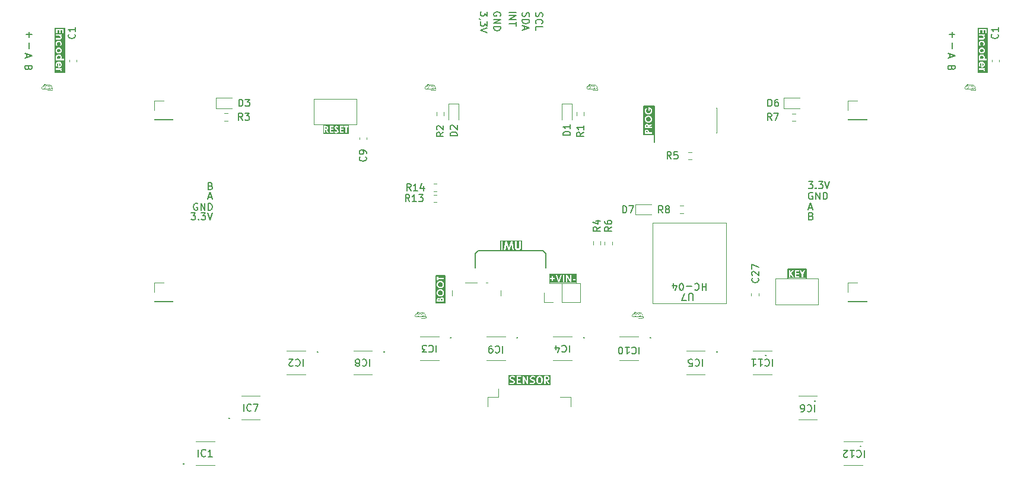
<source format=gbr>
%TF.GenerationSoftware,KiCad,Pcbnew,8.0.4*%
%TF.CreationDate,2024-11-30T23:44:48+01:00*%
%TF.ProjectId,ALL_PCBS,414c4c5f-5043-4425-932e-6b696361645f,rev?*%
%TF.SameCoordinates,Original*%
%TF.FileFunction,Legend,Top*%
%TF.FilePolarity,Positive*%
%FSLAX46Y46*%
G04 Gerber Fmt 4.6, Leading zero omitted, Abs format (unit mm)*
G04 Created by KiCad (PCBNEW 8.0.4) date 2024-11-30 23:44:48*
%MOMM*%
%LPD*%
G01*
G04 APERTURE LIST*
%ADD10C,0.160000*%
%ADD11C,0.100000*%
%ADD12C,0.200000*%
%ADD13C,0.130000*%
%ADD14C,0.150000*%
%ADD15C,0.170000*%
%ADD16C,0.250000*%
%ADD17C,0.000000*%
%ADD18C,0.120000*%
G04 APERTURE END LIST*
D10*
X222410000Y-87730000D02*
X222410000Y-88430000D01*
D11*
X227470000Y-93430000D02*
X226110000Y-93430000D01*
X227470000Y-87130000D02*
X227470000Y-93430000D01*
X226110000Y-93430000D02*
X226110000Y-87130000D01*
X226110000Y-87130000D02*
X227470000Y-87130000D01*
D10*
X222010000Y-88080000D02*
X222810000Y-88080000D01*
X222410000Y-89230000D02*
X222410000Y-90030000D01*
X222126415Y-90825739D02*
X222126415Y-91301929D01*
X221840700Y-90730501D02*
X222840700Y-91063834D01*
X222840700Y-91063834D02*
X221840700Y-91397167D01*
X222364510Y-92825739D02*
X222316891Y-92968596D01*
X222316891Y-92968596D02*
X222269272Y-93016215D01*
X222269272Y-93016215D02*
X222174034Y-93063834D01*
X222174034Y-93063834D02*
X222031177Y-93063834D01*
X222031177Y-93063834D02*
X221935939Y-93016215D01*
X221935939Y-93016215D02*
X221888320Y-92968596D01*
X221888320Y-92968596D02*
X221840700Y-92873358D01*
X221840700Y-92873358D02*
X221840700Y-92492406D01*
X221840700Y-92492406D02*
X222840700Y-92492406D01*
X222840700Y-92492406D02*
X222840700Y-92825739D01*
X222840700Y-92825739D02*
X222793081Y-92920977D01*
X222793081Y-92920977D02*
X222745462Y-92968596D01*
X222745462Y-92968596D02*
X222650224Y-93016215D01*
X222650224Y-93016215D02*
X222554986Y-93016215D01*
X222554986Y-93016215D02*
X222459748Y-92968596D01*
X222459748Y-92968596D02*
X222412129Y-92920977D01*
X222412129Y-92920977D02*
X222364510Y-92825739D01*
X222364510Y-92825739D02*
X222364510Y-92492406D01*
D12*
G36*
X226781194Y-92125491D02*
G01*
X226827589Y-92152933D01*
X226869233Y-92192226D01*
X226894735Y-92234934D01*
X226911878Y-92286702D01*
X226917593Y-92343485D01*
X226914906Y-92381905D01*
X226900801Y-92435000D01*
X226874606Y-92482655D01*
X226857579Y-92503825D01*
X226814466Y-92540102D01*
X226762840Y-92563255D01*
X226762840Y-92116730D01*
X226781194Y-92125491D01*
G37*
G36*
X226680600Y-91098502D02*
G01*
X226734580Y-91106861D01*
X226787579Y-91127913D01*
X226833231Y-91161350D01*
X226841365Y-91169402D01*
X226874161Y-91213475D01*
X226893839Y-91263898D01*
X226900398Y-91320669D01*
X226900140Y-91332828D01*
X226891104Y-91389620D01*
X226869159Y-91439749D01*
X226834306Y-91483213D01*
X226821605Y-91494688D01*
X226774085Y-91524787D01*
X226718588Y-91542345D01*
X226661822Y-91547424D01*
X226641834Y-91546860D01*
X226586234Y-91538395D01*
X226532133Y-91517075D01*
X226486113Y-91483213D01*
X226477980Y-91475056D01*
X226445183Y-91430370D01*
X226425506Y-91379176D01*
X226418946Y-91321475D01*
X226419213Y-91309803D01*
X226428543Y-91254905D01*
X226451201Y-91205779D01*
X226487188Y-91162424D01*
X226500314Y-91150901D01*
X226548842Y-91120676D01*
X226604716Y-91103045D01*
X226661284Y-91097944D01*
X226680600Y-91098502D01*
G37*
G36*
X226680111Y-90110615D02*
G01*
X226734206Y-90119009D01*
X226787284Y-90140151D01*
X226832963Y-90173729D01*
X226841129Y-90181848D01*
X226874056Y-90226220D01*
X226893812Y-90276889D01*
X226900398Y-90333855D01*
X226900138Y-90345977D01*
X226891028Y-90402491D01*
X226868905Y-90452184D01*
X226833769Y-90495055D01*
X226820972Y-90506339D01*
X226773199Y-90535934D01*
X226717556Y-90553198D01*
X226660747Y-90558192D01*
X226641138Y-90557628D01*
X226586393Y-90549162D01*
X226532744Y-90527842D01*
X226486651Y-90493981D01*
X226478452Y-90485827D01*
X226445393Y-90441251D01*
X226425558Y-90390324D01*
X226418946Y-90333049D01*
X226419208Y-90321090D01*
X226428354Y-90265232D01*
X226450566Y-90215932D01*
X226485845Y-90173192D01*
X226498749Y-90161909D01*
X226546983Y-90132314D01*
X226603246Y-90115050D01*
X226660747Y-90110055D01*
X226680111Y-90110615D01*
G37*
G36*
X227504071Y-93447417D02*
G01*
X226107583Y-93447417D01*
X226107583Y-93088499D01*
X226247000Y-93088499D01*
X226583371Y-93088499D01*
X226623939Y-93087962D01*
X226685293Y-93089114D01*
X226746678Y-93093371D01*
X226803387Y-93102078D01*
X226857949Y-93120739D01*
X226896566Y-93149854D01*
X226917593Y-93201339D01*
X226917147Y-93208959D01*
X226899323Y-93260983D01*
X227069390Y-93325195D01*
X227080862Y-93295532D01*
X227089540Y-93241371D01*
X227081950Y-93186898D01*
X227059180Y-93136859D01*
X227055309Y-93130988D01*
X227016402Y-93089311D01*
X226970789Y-93060558D01*
X227072345Y-93060558D01*
X227072345Y-92883775D01*
X226247000Y-92883775D01*
X226247000Y-93088499D01*
X226107583Y-93088499D01*
X226107583Y-92344829D01*
X226229805Y-92344829D01*
X226231887Y-92397735D01*
X226239368Y-92454202D01*
X226252289Y-92506403D01*
X226273329Y-92560031D01*
X226291423Y-92593178D01*
X226324833Y-92639498D01*
X226365767Y-92681737D01*
X226408468Y-92715858D01*
X226489069Y-92542030D01*
X226450867Y-92498473D01*
X226423581Y-92450818D01*
X226407209Y-92399066D01*
X226401752Y-92343217D01*
X226407209Y-92286125D01*
X226425818Y-92231082D01*
X226457635Y-92184166D01*
X226500625Y-92146996D01*
X226552759Y-92121191D01*
X226608088Y-92107595D01*
X226608088Y-92563255D01*
X226608088Y-92770397D01*
X226646508Y-92771203D01*
X226695195Y-92769302D01*
X226752631Y-92761576D01*
X226806262Y-92747908D01*
X226865597Y-92723662D01*
X226919454Y-92690858D01*
X226967833Y-92649497D01*
X227002895Y-92609693D01*
X227037125Y-92557252D01*
X227062798Y-92499711D01*
X227077654Y-92447864D01*
X227086568Y-92392475D01*
X227089540Y-92333545D01*
X227088453Y-92299828D01*
X227081815Y-92246026D01*
X227065884Y-92185412D01*
X227041264Y-92129106D01*
X227007953Y-92077106D01*
X226965953Y-92029413D01*
X226934061Y-92001014D01*
X226882493Y-91965516D01*
X226826447Y-91938537D01*
X226765925Y-91920077D01*
X226712069Y-91911203D01*
X226655105Y-91908244D01*
X226621388Y-91909312D01*
X226567587Y-91915834D01*
X226506973Y-91931488D01*
X226450666Y-91955681D01*
X226398666Y-91988412D01*
X226350974Y-92029682D01*
X226316067Y-92069466D01*
X226281988Y-92121831D01*
X226256429Y-92179240D01*
X226241638Y-92230934D01*
X226232763Y-92286130D01*
X226229805Y-92344829D01*
X226107583Y-92344829D01*
X226107583Y-91284399D01*
X226229805Y-91284399D01*
X226230415Y-91306315D01*
X226232439Y-91321475D01*
X226237711Y-91360963D01*
X226254791Y-91416046D01*
X226271332Y-91450309D01*
X226301123Y-91495861D01*
X226336197Y-91537484D01*
X226247000Y-91537484D01*
X226247000Y-91743014D01*
X227381849Y-91743014D01*
X227381849Y-91537484D01*
X226978580Y-91537484D01*
X227001574Y-91512912D01*
X227034771Y-91468576D01*
X227061867Y-91417390D01*
X227072650Y-91388520D01*
X227085648Y-91332654D01*
X227089540Y-91278489D01*
X227089066Y-91258561D01*
X227081967Y-91201045D01*
X227066347Y-91146930D01*
X227042208Y-91096215D01*
X227009549Y-91048900D01*
X226968371Y-91004986D01*
X226937075Y-90978602D01*
X226886118Y-90945622D01*
X226830343Y-90920557D01*
X226769751Y-90903407D01*
X226715578Y-90895162D01*
X226658060Y-90892414D01*
X226624377Y-90893436D01*
X226570559Y-90899685D01*
X226509803Y-90914681D01*
X226453223Y-90937857D01*
X226400817Y-90969212D01*
X226352586Y-91008747D01*
X226337718Y-91023456D01*
X226298869Y-91069600D01*
X226268653Y-91118766D01*
X226247071Y-91170955D01*
X226234121Y-91226166D01*
X226229805Y-91284399D01*
X226107583Y-91284399D01*
X226107583Y-90331437D01*
X226229805Y-90331437D01*
X226229902Y-90333049D01*
X226233348Y-90390208D01*
X226243977Y-90446427D01*
X226261692Y-90500093D01*
X226286494Y-90551207D01*
X226317592Y-90598543D01*
X226354198Y-90640606D01*
X226396311Y-90677396D01*
X226443933Y-90708914D01*
X226495248Y-90734186D01*
X226548444Y-90752237D01*
X226603521Y-90763068D01*
X226660478Y-90766678D01*
X226716982Y-90763084D01*
X226771505Y-90752304D01*
X226824046Y-90734337D01*
X226874606Y-90709183D01*
X226921589Y-90677732D01*
X226963400Y-90640606D01*
X227000040Y-90597804D01*
X227031508Y-90549326D01*
X227056897Y-90497272D01*
X227075032Y-90443471D01*
X227085913Y-90387924D01*
X227089540Y-90330631D01*
X227089105Y-90310659D01*
X227082588Y-90252482D01*
X227068250Y-90196912D01*
X227046091Y-90143949D01*
X227016112Y-90093593D01*
X226978311Y-90045844D01*
X226962077Y-90028731D01*
X226919315Y-89990779D01*
X226873443Y-89959728D01*
X226824463Y-89935576D01*
X226772373Y-89918326D01*
X226717174Y-89907975D01*
X226658866Y-89904525D01*
X226625789Y-89905623D01*
X226562467Y-89914407D01*
X226502924Y-89931975D01*
X226447159Y-89958328D01*
X226395172Y-89993465D01*
X226354735Y-90029455D01*
X226332409Y-90053383D01*
X226294344Y-90103960D01*
X226265063Y-90158164D01*
X226244567Y-90215994D01*
X226232855Y-90277452D01*
X226229805Y-90331437D01*
X226107583Y-90331437D01*
X226107583Y-89381430D01*
X226229805Y-89381430D01*
X226231274Y-89425708D01*
X226237801Y-89481763D01*
X226253305Y-89547038D01*
X226276968Y-89606987D01*
X226308791Y-89661610D01*
X226348773Y-89710907D01*
X226396916Y-89754877D01*
X226504920Y-89592334D01*
X226499631Y-89587455D01*
X226463360Y-89544115D01*
X226437837Y-89493119D01*
X226423060Y-89434466D01*
X226418946Y-89376863D01*
X226419527Y-89356285D01*
X226428241Y-89299084D01*
X226450185Y-89243503D01*
X226485039Y-89196318D01*
X226497769Y-89184027D01*
X226545079Y-89151787D01*
X226599894Y-89132980D01*
X226655642Y-89127540D01*
X226681841Y-89128656D01*
X226736400Y-89139334D01*
X226789892Y-89164459D01*
X226831619Y-89199005D01*
X226854993Y-89227354D01*
X226880987Y-89275685D01*
X226896099Y-89330988D01*
X226900398Y-89385997D01*
X226896266Y-89441898D01*
X226881591Y-89496688D01*
X226879125Y-89502603D01*
X226851083Y-89550224D01*
X226814424Y-89592334D01*
X226906577Y-89763743D01*
X226933048Y-89743483D01*
X226975736Y-89702651D01*
X227012049Y-89656208D01*
X227041986Y-89604155D01*
X227062790Y-89553948D01*
X227077651Y-89500584D01*
X227086567Y-89444063D01*
X227089540Y-89384385D01*
X227089316Y-89367961D01*
X227085013Y-89312029D01*
X227075233Y-89258515D01*
X227057350Y-89200315D01*
X227032314Y-89145272D01*
X227001148Y-89094762D01*
X226964609Y-89050163D01*
X226922697Y-89011475D01*
X226875412Y-88978698D01*
X226824264Y-88952604D01*
X226770766Y-88933965D01*
X226714917Y-88922782D01*
X226656717Y-88919054D01*
X226624960Y-88920133D01*
X226563742Y-88928766D01*
X226505584Y-88946032D01*
X226450486Y-88971931D01*
X226398449Y-89006463D01*
X226357422Y-89041835D01*
X226341968Y-89057550D01*
X226307696Y-89100051D01*
X226279655Y-89147144D01*
X226257846Y-89198828D01*
X226242267Y-89255104D01*
X226232920Y-89315971D01*
X226229805Y-89381430D01*
X226107583Y-89381430D01*
X226107583Y-88240401D01*
X226247000Y-88240401D01*
X226576385Y-88240401D01*
X226628159Y-88240838D01*
X226687224Y-88242979D01*
X226742959Y-88249535D01*
X226765260Y-88255584D01*
X226815877Y-88277635D01*
X226858486Y-88311598D01*
X226863561Y-88317309D01*
X226891189Y-88364559D01*
X226900398Y-88419602D01*
X226897414Y-88451008D01*
X226875143Y-88500739D01*
X226850811Y-88524308D01*
X226801528Y-88546950D01*
X226780018Y-88551424D01*
X226722528Y-88557222D01*
X226666040Y-88559485D01*
X226606476Y-88560115D01*
X226247000Y-88560115D01*
X226247000Y-88764033D01*
X226789707Y-88764033D01*
X226848544Y-88760600D01*
X226907601Y-88748271D01*
X226957925Y-88726975D01*
X227004103Y-88692299D01*
X227041482Y-88647264D01*
X227068181Y-88597594D01*
X227084200Y-88543289D01*
X227089540Y-88484351D01*
X227089450Y-88476905D01*
X227083095Y-88421737D01*
X227066703Y-88367749D01*
X227049135Y-88330839D01*
X227018910Y-88283083D01*
X226986103Y-88240401D01*
X227072345Y-88240401D01*
X227072345Y-88034870D01*
X226247000Y-88034870D01*
X226247000Y-88240401D01*
X226107583Y-88240401D01*
X226107583Y-87864535D01*
X226247000Y-87864535D01*
X226453336Y-87864535D01*
X226453336Y-87467714D01*
X226745646Y-87467714D01*
X226745646Y-87864535D01*
X226951982Y-87864535D01*
X226951982Y-87467714D01*
X227158318Y-87467714D01*
X227158318Y-87864535D01*
X227364655Y-87864535D01*
X227364655Y-87257616D01*
X226247000Y-87257616D01*
X226247000Y-87864535D01*
X226107583Y-87864535D01*
X226107583Y-87135394D01*
X227504071Y-87135394D01*
X227504071Y-93447417D01*
G37*
D10*
X90280000Y-88080000D02*
X91080000Y-88080000D01*
D11*
X94380000Y-87130000D02*
X95740000Y-87130000D01*
D10*
X90680000Y-89230000D02*
X90680000Y-90030000D01*
X90680000Y-87730000D02*
X90680000Y-88430000D01*
D11*
X94380000Y-93430000D02*
X94380000Y-87130000D01*
X95740000Y-87130000D02*
X95740000Y-93430000D01*
X95740000Y-93430000D02*
X94380000Y-93430000D01*
D12*
G36*
X95051194Y-92125491D02*
G01*
X95097589Y-92152933D01*
X95139233Y-92192226D01*
X95164735Y-92234934D01*
X95181878Y-92286702D01*
X95187593Y-92343485D01*
X95184906Y-92381905D01*
X95170801Y-92435000D01*
X95144606Y-92482655D01*
X95127579Y-92503825D01*
X95084466Y-92540102D01*
X95032840Y-92563255D01*
X95032840Y-92116730D01*
X95051194Y-92125491D01*
G37*
G36*
X94950600Y-91098502D02*
G01*
X95004580Y-91106861D01*
X95057579Y-91127913D01*
X95103231Y-91161350D01*
X95111365Y-91169402D01*
X95144161Y-91213475D01*
X95163839Y-91263898D01*
X95170398Y-91320669D01*
X95170140Y-91332828D01*
X95161104Y-91389620D01*
X95139159Y-91439749D01*
X95104306Y-91483213D01*
X95091605Y-91494688D01*
X95044085Y-91524787D01*
X94988588Y-91542345D01*
X94931822Y-91547424D01*
X94911834Y-91546860D01*
X94856234Y-91538395D01*
X94802133Y-91517075D01*
X94756113Y-91483213D01*
X94747980Y-91475056D01*
X94715183Y-91430370D01*
X94695506Y-91379176D01*
X94688946Y-91321475D01*
X94689213Y-91309803D01*
X94698543Y-91254905D01*
X94721201Y-91205779D01*
X94757188Y-91162424D01*
X94770314Y-91150901D01*
X94818842Y-91120676D01*
X94874716Y-91103045D01*
X94931284Y-91097944D01*
X94950600Y-91098502D01*
G37*
G36*
X94950111Y-90110615D02*
G01*
X95004206Y-90119009D01*
X95057284Y-90140151D01*
X95102963Y-90173729D01*
X95111129Y-90181848D01*
X95144056Y-90226220D01*
X95163812Y-90276889D01*
X95170398Y-90333855D01*
X95170138Y-90345977D01*
X95161028Y-90402491D01*
X95138905Y-90452184D01*
X95103769Y-90495055D01*
X95090972Y-90506339D01*
X95043199Y-90535934D01*
X94987556Y-90553198D01*
X94930747Y-90558192D01*
X94911138Y-90557628D01*
X94856393Y-90549162D01*
X94802744Y-90527842D01*
X94756651Y-90493981D01*
X94748452Y-90485827D01*
X94715393Y-90441251D01*
X94695558Y-90390324D01*
X94688946Y-90333049D01*
X94689208Y-90321090D01*
X94698354Y-90265232D01*
X94720566Y-90215932D01*
X94755845Y-90173192D01*
X94768749Y-90161909D01*
X94816983Y-90132314D01*
X94873246Y-90115050D01*
X94930747Y-90110055D01*
X94950111Y-90110615D01*
G37*
G36*
X95774071Y-93447417D02*
G01*
X94377583Y-93447417D01*
X94377583Y-93088499D01*
X94517000Y-93088499D01*
X94853371Y-93088499D01*
X94893939Y-93087962D01*
X94955293Y-93089114D01*
X95016678Y-93093371D01*
X95073387Y-93102078D01*
X95127949Y-93120739D01*
X95166566Y-93149854D01*
X95187593Y-93201339D01*
X95187147Y-93208959D01*
X95169323Y-93260983D01*
X95339390Y-93325195D01*
X95350862Y-93295532D01*
X95359540Y-93241371D01*
X95351950Y-93186898D01*
X95329180Y-93136859D01*
X95325309Y-93130988D01*
X95286402Y-93089311D01*
X95240789Y-93060558D01*
X95342345Y-93060558D01*
X95342345Y-92883775D01*
X94517000Y-92883775D01*
X94517000Y-93088499D01*
X94377583Y-93088499D01*
X94377583Y-92344829D01*
X94499805Y-92344829D01*
X94501887Y-92397735D01*
X94509368Y-92454202D01*
X94522289Y-92506403D01*
X94543329Y-92560031D01*
X94561423Y-92593178D01*
X94594833Y-92639498D01*
X94635767Y-92681737D01*
X94678468Y-92715858D01*
X94759069Y-92542030D01*
X94720867Y-92498473D01*
X94693581Y-92450818D01*
X94677209Y-92399066D01*
X94671752Y-92343217D01*
X94677209Y-92286125D01*
X94695818Y-92231082D01*
X94727635Y-92184166D01*
X94770625Y-92146996D01*
X94822759Y-92121191D01*
X94878088Y-92107595D01*
X94878088Y-92563255D01*
X94878088Y-92770397D01*
X94916508Y-92771203D01*
X94965195Y-92769302D01*
X95022631Y-92761576D01*
X95076262Y-92747908D01*
X95135597Y-92723662D01*
X95189454Y-92690858D01*
X95237833Y-92649497D01*
X95272895Y-92609693D01*
X95307125Y-92557252D01*
X95332798Y-92499711D01*
X95347654Y-92447864D01*
X95356568Y-92392475D01*
X95359540Y-92333545D01*
X95358453Y-92299828D01*
X95351815Y-92246026D01*
X95335884Y-92185412D01*
X95311264Y-92129106D01*
X95277953Y-92077106D01*
X95235953Y-92029413D01*
X95204061Y-92001014D01*
X95152493Y-91965516D01*
X95096447Y-91938537D01*
X95035925Y-91920077D01*
X94982069Y-91911203D01*
X94925105Y-91908244D01*
X94891388Y-91909312D01*
X94837587Y-91915834D01*
X94776973Y-91931488D01*
X94720666Y-91955681D01*
X94668666Y-91988412D01*
X94620974Y-92029682D01*
X94586067Y-92069466D01*
X94551988Y-92121831D01*
X94526429Y-92179240D01*
X94511638Y-92230934D01*
X94502763Y-92286130D01*
X94499805Y-92344829D01*
X94377583Y-92344829D01*
X94377583Y-91284399D01*
X94499805Y-91284399D01*
X94500415Y-91306315D01*
X94502439Y-91321475D01*
X94507711Y-91360963D01*
X94524791Y-91416046D01*
X94541332Y-91450309D01*
X94571123Y-91495861D01*
X94606197Y-91537484D01*
X94517000Y-91537484D01*
X94517000Y-91743014D01*
X95651849Y-91743014D01*
X95651849Y-91537484D01*
X95248580Y-91537484D01*
X95271574Y-91512912D01*
X95304771Y-91468576D01*
X95331867Y-91417390D01*
X95342650Y-91388520D01*
X95355648Y-91332654D01*
X95359540Y-91278489D01*
X95359066Y-91258561D01*
X95351967Y-91201045D01*
X95336347Y-91146930D01*
X95312208Y-91096215D01*
X95279549Y-91048900D01*
X95238371Y-91004986D01*
X95207075Y-90978602D01*
X95156118Y-90945622D01*
X95100343Y-90920557D01*
X95039751Y-90903407D01*
X94985578Y-90895162D01*
X94928060Y-90892414D01*
X94894377Y-90893436D01*
X94840559Y-90899685D01*
X94779803Y-90914681D01*
X94723223Y-90937857D01*
X94670817Y-90969212D01*
X94622586Y-91008747D01*
X94607718Y-91023456D01*
X94568869Y-91069600D01*
X94538653Y-91118766D01*
X94517071Y-91170955D01*
X94504121Y-91226166D01*
X94499805Y-91284399D01*
X94377583Y-91284399D01*
X94377583Y-90331437D01*
X94499805Y-90331437D01*
X94499902Y-90333049D01*
X94503348Y-90390208D01*
X94513977Y-90446427D01*
X94531692Y-90500093D01*
X94556494Y-90551207D01*
X94587592Y-90598543D01*
X94624198Y-90640606D01*
X94666311Y-90677396D01*
X94713933Y-90708914D01*
X94765248Y-90734186D01*
X94818444Y-90752237D01*
X94873521Y-90763068D01*
X94930478Y-90766678D01*
X94986982Y-90763084D01*
X95041505Y-90752304D01*
X95094046Y-90734337D01*
X95144606Y-90709183D01*
X95191589Y-90677732D01*
X95233400Y-90640606D01*
X95270040Y-90597804D01*
X95301508Y-90549326D01*
X95326897Y-90497272D01*
X95345032Y-90443471D01*
X95355913Y-90387924D01*
X95359540Y-90330631D01*
X95359105Y-90310659D01*
X95352588Y-90252482D01*
X95338250Y-90196912D01*
X95316091Y-90143949D01*
X95286112Y-90093593D01*
X95248311Y-90045844D01*
X95232077Y-90028731D01*
X95189315Y-89990779D01*
X95143443Y-89959728D01*
X95094463Y-89935576D01*
X95042373Y-89918326D01*
X94987174Y-89907975D01*
X94928866Y-89904525D01*
X94895789Y-89905623D01*
X94832467Y-89914407D01*
X94772924Y-89931975D01*
X94717159Y-89958328D01*
X94665172Y-89993465D01*
X94624735Y-90029455D01*
X94602409Y-90053383D01*
X94564344Y-90103960D01*
X94535063Y-90158164D01*
X94514567Y-90215994D01*
X94502855Y-90277452D01*
X94499805Y-90331437D01*
X94377583Y-90331437D01*
X94377583Y-89381430D01*
X94499805Y-89381430D01*
X94501274Y-89425708D01*
X94507801Y-89481763D01*
X94523305Y-89547038D01*
X94546968Y-89606987D01*
X94578791Y-89661610D01*
X94618773Y-89710907D01*
X94666916Y-89754877D01*
X94774920Y-89592334D01*
X94769631Y-89587455D01*
X94733360Y-89544115D01*
X94707837Y-89493119D01*
X94693060Y-89434466D01*
X94688946Y-89376863D01*
X94689527Y-89356285D01*
X94698241Y-89299084D01*
X94720185Y-89243503D01*
X94755039Y-89196318D01*
X94767769Y-89184027D01*
X94815079Y-89151787D01*
X94869894Y-89132980D01*
X94925642Y-89127540D01*
X94951841Y-89128656D01*
X95006400Y-89139334D01*
X95059892Y-89164459D01*
X95101619Y-89199005D01*
X95124993Y-89227354D01*
X95150987Y-89275685D01*
X95166099Y-89330988D01*
X95170398Y-89385997D01*
X95166266Y-89441898D01*
X95151591Y-89496688D01*
X95149125Y-89502603D01*
X95121083Y-89550224D01*
X95084424Y-89592334D01*
X95176577Y-89763743D01*
X95203048Y-89743483D01*
X95245736Y-89702651D01*
X95282049Y-89656208D01*
X95311986Y-89604155D01*
X95332790Y-89553948D01*
X95347651Y-89500584D01*
X95356567Y-89444063D01*
X95359540Y-89384385D01*
X95359316Y-89367961D01*
X95355013Y-89312029D01*
X95345233Y-89258515D01*
X95327350Y-89200315D01*
X95302314Y-89145272D01*
X95271148Y-89094762D01*
X95234609Y-89050163D01*
X95192697Y-89011475D01*
X95145412Y-88978698D01*
X95094264Y-88952604D01*
X95040766Y-88933965D01*
X94984917Y-88922782D01*
X94926717Y-88919054D01*
X94894960Y-88920133D01*
X94833742Y-88928766D01*
X94775584Y-88946032D01*
X94720486Y-88971931D01*
X94668449Y-89006463D01*
X94627422Y-89041835D01*
X94611968Y-89057550D01*
X94577696Y-89100051D01*
X94549655Y-89147144D01*
X94527846Y-89198828D01*
X94512267Y-89255104D01*
X94502920Y-89315971D01*
X94499805Y-89381430D01*
X94377583Y-89381430D01*
X94377583Y-88240401D01*
X94517000Y-88240401D01*
X94846385Y-88240401D01*
X94898159Y-88240838D01*
X94957224Y-88242979D01*
X95012959Y-88249535D01*
X95035260Y-88255584D01*
X95085877Y-88277635D01*
X95128486Y-88311598D01*
X95133561Y-88317309D01*
X95161189Y-88364559D01*
X95170398Y-88419602D01*
X95167414Y-88451008D01*
X95145143Y-88500739D01*
X95120811Y-88524308D01*
X95071528Y-88546950D01*
X95050018Y-88551424D01*
X94992528Y-88557222D01*
X94936040Y-88559485D01*
X94876476Y-88560115D01*
X94517000Y-88560115D01*
X94517000Y-88764033D01*
X95059707Y-88764033D01*
X95118544Y-88760600D01*
X95177601Y-88748271D01*
X95227925Y-88726975D01*
X95274103Y-88692299D01*
X95311482Y-88647264D01*
X95338181Y-88597594D01*
X95354200Y-88543289D01*
X95359540Y-88484351D01*
X95359450Y-88476905D01*
X95353095Y-88421737D01*
X95336703Y-88367749D01*
X95319135Y-88330839D01*
X95288910Y-88283083D01*
X95256103Y-88240401D01*
X95342345Y-88240401D01*
X95342345Y-88034870D01*
X94517000Y-88034870D01*
X94517000Y-88240401D01*
X94377583Y-88240401D01*
X94377583Y-87864535D01*
X94517000Y-87864535D01*
X94723336Y-87864535D01*
X94723336Y-87467714D01*
X95015646Y-87467714D01*
X95015646Y-87864535D01*
X95221982Y-87864535D01*
X95221982Y-87467714D01*
X95428318Y-87467714D01*
X95428318Y-87864535D01*
X95634655Y-87864535D01*
X95634655Y-87257616D01*
X94517000Y-87257616D01*
X94517000Y-87864535D01*
X94377583Y-87864535D01*
X94377583Y-87135394D01*
X95774071Y-87135394D01*
X95774071Y-93447417D01*
G37*
D10*
X90396415Y-90825739D02*
X90396415Y-91301929D01*
X90110700Y-90730501D02*
X91110700Y-91063834D01*
X91110700Y-91063834D02*
X90110700Y-91397167D01*
X90634510Y-92825739D02*
X90586891Y-92968596D01*
X90586891Y-92968596D02*
X90539272Y-93016215D01*
X90539272Y-93016215D02*
X90444034Y-93063834D01*
X90444034Y-93063834D02*
X90301177Y-93063834D01*
X90301177Y-93063834D02*
X90205939Y-93016215D01*
X90205939Y-93016215D02*
X90158320Y-92968596D01*
X90158320Y-92968596D02*
X90110700Y-92873358D01*
X90110700Y-92873358D02*
X90110700Y-92492406D01*
X90110700Y-92492406D02*
X91110700Y-92492406D01*
X91110700Y-92492406D02*
X91110700Y-92825739D01*
X91110700Y-92825739D02*
X91063081Y-92920977D01*
X91063081Y-92920977D02*
X91015462Y-92968596D01*
X91015462Y-92968596D02*
X90920224Y-93016215D01*
X90920224Y-93016215D02*
X90824986Y-93016215D01*
X90824986Y-93016215D02*
X90729748Y-92968596D01*
X90729748Y-92968596D02*
X90682129Y-92920977D01*
X90682129Y-92920977D02*
X90634510Y-92825739D01*
X90634510Y-92825739D02*
X90634510Y-92492406D01*
D11*
X157930000Y-117495000D02*
X161005000Y-117495000D01*
D10*
X154830000Y-118970000D02*
X155080000Y-118970000D01*
D11*
X164980000Y-122270000D02*
X164980000Y-123570000D01*
X161005000Y-117495000D02*
X161005000Y-118945000D01*
D13*
X198980000Y-121570000D02*
X198980000Y-122870000D01*
X148755000Y-122520000D02*
X148755000Y-126370000D01*
D14*
X179780000Y-98270000D02*
X178380000Y-98270000D01*
D13*
X148755000Y-126370000D02*
X150055000Y-126370000D01*
D10*
X154405000Y-119395000D02*
X154830000Y-118970000D01*
D14*
X179900000Y-98270000D02*
X179900000Y-98270000D01*
D13*
X150055000Y-126370000D02*
X150055000Y-122520000D01*
X201580000Y-122870000D02*
X201580000Y-121570000D01*
D11*
X164980000Y-123570000D02*
X168780000Y-123570000D01*
X179900000Y-103410000D02*
X179900000Y-98270000D01*
D14*
X178380000Y-102370000D02*
X179780000Y-102370000D01*
D10*
X163980000Y-118970000D02*
X155080000Y-118970000D01*
X164405000Y-119395000D02*
X163980000Y-118970000D01*
D14*
X179900000Y-98270000D02*
X179900000Y-103470000D01*
D11*
X150055000Y-122520000D02*
X150005000Y-122520000D01*
D13*
X201580000Y-121570000D02*
X198980000Y-121570000D01*
D14*
X179780000Y-102370000D02*
X179780000Y-98270000D01*
D13*
X150030000Y-122520000D02*
X148755000Y-122520000D01*
D11*
X168780000Y-122270000D02*
X164980000Y-122270000D01*
D14*
X178380000Y-98270000D02*
X178380000Y-102370000D01*
D11*
X157930000Y-118920000D02*
X157930000Y-117495000D01*
X168780000Y-123570000D02*
X168780000Y-122270000D01*
D14*
X179900000Y-98270000D02*
X179580000Y-98270000D01*
D15*
X116591428Y-109689969D02*
X116734285Y-109737588D01*
X116734285Y-109737588D02*
X116781904Y-109785207D01*
X116781904Y-109785207D02*
X116829523Y-109880445D01*
X116829523Y-109880445D02*
X116829523Y-110023302D01*
X116829523Y-110023302D02*
X116781904Y-110118540D01*
X116781904Y-110118540D02*
X116734285Y-110166160D01*
X116734285Y-110166160D02*
X116639047Y-110213779D01*
X116639047Y-110213779D02*
X116258095Y-110213779D01*
X116258095Y-110213779D02*
X116258095Y-109213779D01*
X116258095Y-109213779D02*
X116591428Y-109213779D01*
X116591428Y-109213779D02*
X116686666Y-109261398D01*
X116686666Y-109261398D02*
X116734285Y-109309017D01*
X116734285Y-109309017D02*
X116781904Y-109404255D01*
X116781904Y-109404255D02*
X116781904Y-109499493D01*
X116781904Y-109499493D02*
X116734285Y-109594731D01*
X116734285Y-109594731D02*
X116686666Y-109642350D01*
X116686666Y-109642350D02*
X116591428Y-109689969D01*
X116591428Y-109689969D02*
X116258095Y-109689969D01*
X202321428Y-113989969D02*
X202464285Y-114037588D01*
X202464285Y-114037588D02*
X202511904Y-114085207D01*
X202511904Y-114085207D02*
X202559523Y-114180445D01*
X202559523Y-114180445D02*
X202559523Y-114323302D01*
X202559523Y-114323302D02*
X202511904Y-114418540D01*
X202511904Y-114418540D02*
X202464285Y-114466160D01*
X202464285Y-114466160D02*
X202369047Y-114513779D01*
X202369047Y-114513779D02*
X201988095Y-114513779D01*
X201988095Y-114513779D02*
X201988095Y-113513779D01*
X201988095Y-113513779D02*
X202321428Y-113513779D01*
X202321428Y-113513779D02*
X202416666Y-113561398D01*
X202416666Y-113561398D02*
X202464285Y-113609017D01*
X202464285Y-113609017D02*
X202511904Y-113704255D01*
X202511904Y-113704255D02*
X202511904Y-113799493D01*
X202511904Y-113799493D02*
X202464285Y-113894731D01*
X202464285Y-113894731D02*
X202416666Y-113942350D01*
X202416666Y-113942350D02*
X202321428Y-113989969D01*
X202321428Y-113989969D02*
X201988095Y-113989969D01*
X114738095Y-112231398D02*
X114642857Y-112183779D01*
X114642857Y-112183779D02*
X114500000Y-112183779D01*
X114500000Y-112183779D02*
X114357143Y-112231398D01*
X114357143Y-112231398D02*
X114261905Y-112326636D01*
X114261905Y-112326636D02*
X114214286Y-112421874D01*
X114214286Y-112421874D02*
X114166667Y-112612350D01*
X114166667Y-112612350D02*
X114166667Y-112755207D01*
X114166667Y-112755207D02*
X114214286Y-112945683D01*
X114214286Y-112945683D02*
X114261905Y-113040921D01*
X114261905Y-113040921D02*
X114357143Y-113136160D01*
X114357143Y-113136160D02*
X114500000Y-113183779D01*
X114500000Y-113183779D02*
X114595238Y-113183779D01*
X114595238Y-113183779D02*
X114738095Y-113136160D01*
X114738095Y-113136160D02*
X114785714Y-113088540D01*
X114785714Y-113088540D02*
X114785714Y-112755207D01*
X114785714Y-112755207D02*
X114595238Y-112755207D01*
X115214286Y-113183779D02*
X115214286Y-112183779D01*
X115214286Y-112183779D02*
X115785714Y-113183779D01*
X115785714Y-113183779D02*
X115785714Y-112183779D01*
X116261905Y-113183779D02*
X116261905Y-112183779D01*
X116261905Y-112183779D02*
X116500000Y-112183779D01*
X116500000Y-112183779D02*
X116642857Y-112231398D01*
X116642857Y-112231398D02*
X116738095Y-112326636D01*
X116738095Y-112326636D02*
X116785714Y-112421874D01*
X116785714Y-112421874D02*
X116833333Y-112612350D01*
X116833333Y-112612350D02*
X116833333Y-112755207D01*
X116833333Y-112755207D02*
X116785714Y-112945683D01*
X116785714Y-112945683D02*
X116738095Y-113040921D01*
X116738095Y-113040921D02*
X116642857Y-113136160D01*
X116642857Y-113136160D02*
X116500000Y-113183779D01*
X116500000Y-113183779D02*
X116261905Y-113183779D01*
X201923810Y-109063779D02*
X202542857Y-109063779D01*
X202542857Y-109063779D02*
X202209524Y-109444731D01*
X202209524Y-109444731D02*
X202352381Y-109444731D01*
X202352381Y-109444731D02*
X202447619Y-109492350D01*
X202447619Y-109492350D02*
X202495238Y-109539969D01*
X202495238Y-109539969D02*
X202542857Y-109635207D01*
X202542857Y-109635207D02*
X202542857Y-109873302D01*
X202542857Y-109873302D02*
X202495238Y-109968540D01*
X202495238Y-109968540D02*
X202447619Y-110016160D01*
X202447619Y-110016160D02*
X202352381Y-110063779D01*
X202352381Y-110063779D02*
X202066667Y-110063779D01*
X202066667Y-110063779D02*
X201971429Y-110016160D01*
X201971429Y-110016160D02*
X201923810Y-109968540D01*
X202971429Y-109968540D02*
X203019048Y-110016160D01*
X203019048Y-110016160D02*
X202971429Y-110063779D01*
X202971429Y-110063779D02*
X202923810Y-110016160D01*
X202923810Y-110016160D02*
X202971429Y-109968540D01*
X202971429Y-109968540D02*
X202971429Y-110063779D01*
X203352381Y-109063779D02*
X203971428Y-109063779D01*
X203971428Y-109063779D02*
X203638095Y-109444731D01*
X203638095Y-109444731D02*
X203780952Y-109444731D01*
X203780952Y-109444731D02*
X203876190Y-109492350D01*
X203876190Y-109492350D02*
X203923809Y-109539969D01*
X203923809Y-109539969D02*
X203971428Y-109635207D01*
X203971428Y-109635207D02*
X203971428Y-109873302D01*
X203971428Y-109873302D02*
X203923809Y-109968540D01*
X203923809Y-109968540D02*
X203876190Y-110016160D01*
X203876190Y-110016160D02*
X203780952Y-110063779D01*
X203780952Y-110063779D02*
X203495238Y-110063779D01*
X203495238Y-110063779D02*
X203400000Y-110016160D01*
X203400000Y-110016160D02*
X203352381Y-109968540D01*
X204257143Y-109063779D02*
X204590476Y-110063779D01*
X204590476Y-110063779D02*
X204923809Y-109063779D01*
X113823810Y-113543779D02*
X114442857Y-113543779D01*
X114442857Y-113543779D02*
X114109524Y-113924731D01*
X114109524Y-113924731D02*
X114252381Y-113924731D01*
X114252381Y-113924731D02*
X114347619Y-113972350D01*
X114347619Y-113972350D02*
X114395238Y-114019969D01*
X114395238Y-114019969D02*
X114442857Y-114115207D01*
X114442857Y-114115207D02*
X114442857Y-114353302D01*
X114442857Y-114353302D02*
X114395238Y-114448540D01*
X114395238Y-114448540D02*
X114347619Y-114496160D01*
X114347619Y-114496160D02*
X114252381Y-114543779D01*
X114252381Y-114543779D02*
X113966667Y-114543779D01*
X113966667Y-114543779D02*
X113871429Y-114496160D01*
X113871429Y-114496160D02*
X113823810Y-114448540D01*
X114871429Y-114448540D02*
X114919048Y-114496160D01*
X114919048Y-114496160D02*
X114871429Y-114543779D01*
X114871429Y-114543779D02*
X114823810Y-114496160D01*
X114823810Y-114496160D02*
X114871429Y-114448540D01*
X114871429Y-114448540D02*
X114871429Y-114543779D01*
X115252381Y-113543779D02*
X115871428Y-113543779D01*
X115871428Y-113543779D02*
X115538095Y-113924731D01*
X115538095Y-113924731D02*
X115680952Y-113924731D01*
X115680952Y-113924731D02*
X115776190Y-113972350D01*
X115776190Y-113972350D02*
X115823809Y-114019969D01*
X115823809Y-114019969D02*
X115871428Y-114115207D01*
X115871428Y-114115207D02*
X115871428Y-114353302D01*
X115871428Y-114353302D02*
X115823809Y-114448540D01*
X115823809Y-114448540D02*
X115776190Y-114496160D01*
X115776190Y-114496160D02*
X115680952Y-114543779D01*
X115680952Y-114543779D02*
X115395238Y-114543779D01*
X115395238Y-114543779D02*
X115300000Y-114496160D01*
X115300000Y-114496160D02*
X115252381Y-114448540D01*
X116157143Y-113543779D02*
X116490476Y-114543779D01*
X116490476Y-114543779D02*
X116823809Y-113543779D01*
X202508095Y-110661398D02*
X202412857Y-110613779D01*
X202412857Y-110613779D02*
X202270000Y-110613779D01*
X202270000Y-110613779D02*
X202127143Y-110661398D01*
X202127143Y-110661398D02*
X202031905Y-110756636D01*
X202031905Y-110756636D02*
X201984286Y-110851874D01*
X201984286Y-110851874D02*
X201936667Y-111042350D01*
X201936667Y-111042350D02*
X201936667Y-111185207D01*
X201936667Y-111185207D02*
X201984286Y-111375683D01*
X201984286Y-111375683D02*
X202031905Y-111470921D01*
X202031905Y-111470921D02*
X202127143Y-111566160D01*
X202127143Y-111566160D02*
X202270000Y-111613779D01*
X202270000Y-111613779D02*
X202365238Y-111613779D01*
X202365238Y-111613779D02*
X202508095Y-111566160D01*
X202508095Y-111566160D02*
X202555714Y-111518540D01*
X202555714Y-111518540D02*
X202555714Y-111185207D01*
X202555714Y-111185207D02*
X202365238Y-111185207D01*
X202984286Y-111613779D02*
X202984286Y-110613779D01*
X202984286Y-110613779D02*
X203555714Y-111613779D01*
X203555714Y-111613779D02*
X203555714Y-110613779D01*
X204031905Y-111613779D02*
X204031905Y-110613779D01*
X204031905Y-110613779D02*
X204270000Y-110613779D01*
X204270000Y-110613779D02*
X204412857Y-110661398D01*
X204412857Y-110661398D02*
X204508095Y-110756636D01*
X204508095Y-110756636D02*
X204555714Y-110851874D01*
X204555714Y-110851874D02*
X204603333Y-111042350D01*
X204603333Y-111042350D02*
X204603333Y-111185207D01*
X204603333Y-111185207D02*
X204555714Y-111375683D01*
X204555714Y-111375683D02*
X204508095Y-111470921D01*
X204508095Y-111470921D02*
X204412857Y-111566160D01*
X204412857Y-111566160D02*
X204270000Y-111613779D01*
X204270000Y-111613779D02*
X204031905Y-111613779D01*
X116251905Y-111308064D02*
X116728095Y-111308064D01*
X116156667Y-111593779D02*
X116490000Y-110593779D01*
X116490000Y-110593779D02*
X116823333Y-111593779D01*
X201981905Y-112828064D02*
X202458095Y-112828064D01*
X201886667Y-113113779D02*
X202220000Y-112113779D01*
X202220000Y-112113779D02*
X202553333Y-113113779D01*
X159188220Y-84879937D02*
X160188220Y-84879937D01*
X159188220Y-85356127D02*
X160188220Y-85356127D01*
X160188220Y-85356127D02*
X159188220Y-85927555D01*
X159188220Y-85927555D02*
X160188220Y-85927555D01*
X160188220Y-86260889D02*
X160188220Y-86832317D01*
X159188220Y-86546603D02*
X160188220Y-86546603D01*
X156088220Y-84784699D02*
X156088220Y-85403746D01*
X156088220Y-85403746D02*
X155707268Y-85070413D01*
X155707268Y-85070413D02*
X155707268Y-85213270D01*
X155707268Y-85213270D02*
X155659649Y-85308508D01*
X155659649Y-85308508D02*
X155612030Y-85356127D01*
X155612030Y-85356127D02*
X155516792Y-85403746D01*
X155516792Y-85403746D02*
X155278697Y-85403746D01*
X155278697Y-85403746D02*
X155183459Y-85356127D01*
X155183459Y-85356127D02*
X155135840Y-85308508D01*
X155135840Y-85308508D02*
X155088220Y-85213270D01*
X155088220Y-85213270D02*
X155088220Y-84927556D01*
X155088220Y-84927556D02*
X155135840Y-84832318D01*
X155135840Y-84832318D02*
X155183459Y-84784699D01*
X155135840Y-85879937D02*
X155088220Y-85879937D01*
X155088220Y-85879937D02*
X154992982Y-85832318D01*
X154992982Y-85832318D02*
X154945363Y-85784699D01*
X156088220Y-86213270D02*
X156088220Y-86832317D01*
X156088220Y-86832317D02*
X155707268Y-86498984D01*
X155707268Y-86498984D02*
X155707268Y-86641841D01*
X155707268Y-86641841D02*
X155659649Y-86737079D01*
X155659649Y-86737079D02*
X155612030Y-86784698D01*
X155612030Y-86784698D02*
X155516792Y-86832317D01*
X155516792Y-86832317D02*
X155278697Y-86832317D01*
X155278697Y-86832317D02*
X155183459Y-86784698D01*
X155183459Y-86784698D02*
X155135840Y-86737079D01*
X155135840Y-86737079D02*
X155088220Y-86641841D01*
X155088220Y-86641841D02*
X155088220Y-86356127D01*
X155088220Y-86356127D02*
X155135840Y-86260889D01*
X155135840Y-86260889D02*
X155183459Y-86213270D01*
X156088220Y-87118032D02*
X155088220Y-87451365D01*
X155088220Y-87451365D02*
X156088220Y-87784698D01*
X163035840Y-84932318D02*
X162988220Y-85075175D01*
X162988220Y-85075175D02*
X162988220Y-85313270D01*
X162988220Y-85313270D02*
X163035840Y-85408508D01*
X163035840Y-85408508D02*
X163083459Y-85456127D01*
X163083459Y-85456127D02*
X163178697Y-85503746D01*
X163178697Y-85503746D02*
X163273935Y-85503746D01*
X163273935Y-85503746D02*
X163369173Y-85456127D01*
X163369173Y-85456127D02*
X163416792Y-85408508D01*
X163416792Y-85408508D02*
X163464411Y-85313270D01*
X163464411Y-85313270D02*
X163512030Y-85122794D01*
X163512030Y-85122794D02*
X163559649Y-85027556D01*
X163559649Y-85027556D02*
X163607268Y-84979937D01*
X163607268Y-84979937D02*
X163702506Y-84932318D01*
X163702506Y-84932318D02*
X163797744Y-84932318D01*
X163797744Y-84932318D02*
X163892982Y-84979937D01*
X163892982Y-84979937D02*
X163940601Y-85027556D01*
X163940601Y-85027556D02*
X163988220Y-85122794D01*
X163988220Y-85122794D02*
X163988220Y-85360889D01*
X163988220Y-85360889D02*
X163940601Y-85503746D01*
X163083459Y-86503746D02*
X163035840Y-86456127D01*
X163035840Y-86456127D02*
X162988220Y-86313270D01*
X162988220Y-86313270D02*
X162988220Y-86218032D01*
X162988220Y-86218032D02*
X163035840Y-86075175D01*
X163035840Y-86075175D02*
X163131078Y-85979937D01*
X163131078Y-85979937D02*
X163226316Y-85932318D01*
X163226316Y-85932318D02*
X163416792Y-85884699D01*
X163416792Y-85884699D02*
X163559649Y-85884699D01*
X163559649Y-85884699D02*
X163750125Y-85932318D01*
X163750125Y-85932318D02*
X163845363Y-85979937D01*
X163845363Y-85979937D02*
X163940601Y-86075175D01*
X163940601Y-86075175D02*
X163988220Y-86218032D01*
X163988220Y-86218032D02*
X163988220Y-86313270D01*
X163988220Y-86313270D02*
X163940601Y-86456127D01*
X163940601Y-86456127D02*
X163892982Y-86503746D01*
X162988220Y-87408508D02*
X162988220Y-86932318D01*
X162988220Y-86932318D02*
X163988220Y-86932318D01*
X161135840Y-84932318D02*
X161088220Y-85075175D01*
X161088220Y-85075175D02*
X161088220Y-85313270D01*
X161088220Y-85313270D02*
X161135840Y-85408508D01*
X161135840Y-85408508D02*
X161183459Y-85456127D01*
X161183459Y-85456127D02*
X161278697Y-85503746D01*
X161278697Y-85503746D02*
X161373935Y-85503746D01*
X161373935Y-85503746D02*
X161469173Y-85456127D01*
X161469173Y-85456127D02*
X161516792Y-85408508D01*
X161516792Y-85408508D02*
X161564411Y-85313270D01*
X161564411Y-85313270D02*
X161612030Y-85122794D01*
X161612030Y-85122794D02*
X161659649Y-85027556D01*
X161659649Y-85027556D02*
X161707268Y-84979937D01*
X161707268Y-84979937D02*
X161802506Y-84932318D01*
X161802506Y-84932318D02*
X161897744Y-84932318D01*
X161897744Y-84932318D02*
X161992982Y-84979937D01*
X161992982Y-84979937D02*
X162040601Y-85027556D01*
X162040601Y-85027556D02*
X162088220Y-85122794D01*
X162088220Y-85122794D02*
X162088220Y-85360889D01*
X162088220Y-85360889D02*
X162040601Y-85503746D01*
X161088220Y-85932318D02*
X162088220Y-85932318D01*
X162088220Y-85932318D02*
X162088220Y-86170413D01*
X162088220Y-86170413D02*
X162040601Y-86313270D01*
X162040601Y-86313270D02*
X161945363Y-86408508D01*
X161945363Y-86408508D02*
X161850125Y-86456127D01*
X161850125Y-86456127D02*
X161659649Y-86503746D01*
X161659649Y-86503746D02*
X161516792Y-86503746D01*
X161516792Y-86503746D02*
X161326316Y-86456127D01*
X161326316Y-86456127D02*
X161231078Y-86408508D01*
X161231078Y-86408508D02*
X161135840Y-86313270D01*
X161135840Y-86313270D02*
X161088220Y-86170413D01*
X161088220Y-86170413D02*
X161088220Y-85932318D01*
X161373935Y-86884699D02*
X161373935Y-87360889D01*
X161088220Y-86789461D02*
X162088220Y-87122794D01*
X162088220Y-87122794D02*
X161088220Y-87456127D01*
X157940601Y-85403746D02*
X157988220Y-85308508D01*
X157988220Y-85308508D02*
X157988220Y-85165651D01*
X157988220Y-85165651D02*
X157940601Y-85022794D01*
X157940601Y-85022794D02*
X157845363Y-84927556D01*
X157845363Y-84927556D02*
X157750125Y-84879937D01*
X157750125Y-84879937D02*
X157559649Y-84832318D01*
X157559649Y-84832318D02*
X157416792Y-84832318D01*
X157416792Y-84832318D02*
X157226316Y-84879937D01*
X157226316Y-84879937D02*
X157131078Y-84927556D01*
X157131078Y-84927556D02*
X157035840Y-85022794D01*
X157035840Y-85022794D02*
X156988220Y-85165651D01*
X156988220Y-85165651D02*
X156988220Y-85260889D01*
X156988220Y-85260889D02*
X157035840Y-85403746D01*
X157035840Y-85403746D02*
X157083459Y-85451365D01*
X157083459Y-85451365D02*
X157416792Y-85451365D01*
X157416792Y-85451365D02*
X157416792Y-85260889D01*
X156988220Y-85879937D02*
X157988220Y-85879937D01*
X157988220Y-85879937D02*
X156988220Y-86451365D01*
X156988220Y-86451365D02*
X157988220Y-86451365D01*
X156988220Y-86927556D02*
X157988220Y-86927556D01*
X157988220Y-86927556D02*
X157988220Y-87165651D01*
X157988220Y-87165651D02*
X157940601Y-87308508D01*
X157940601Y-87308508D02*
X157845363Y-87403746D01*
X157845363Y-87403746D02*
X157750125Y-87451365D01*
X157750125Y-87451365D02*
X157559649Y-87498984D01*
X157559649Y-87498984D02*
X157416792Y-87498984D01*
X157416792Y-87498984D02*
X157226316Y-87451365D01*
X157226316Y-87451365D02*
X157131078Y-87403746D01*
X157131078Y-87403746D02*
X157035840Y-87308508D01*
X157035840Y-87308508D02*
X156988220Y-87165651D01*
X156988220Y-87165651D02*
X156988220Y-86927556D01*
X228918540Y-87996666D02*
X228966160Y-88044285D01*
X228966160Y-88044285D02*
X229013779Y-88187142D01*
X229013779Y-88187142D02*
X229013779Y-88282380D01*
X229013779Y-88282380D02*
X228966160Y-88425237D01*
X228966160Y-88425237D02*
X228870921Y-88520475D01*
X228870921Y-88520475D02*
X228775683Y-88568094D01*
X228775683Y-88568094D02*
X228585207Y-88615713D01*
X228585207Y-88615713D02*
X228442350Y-88615713D01*
X228442350Y-88615713D02*
X228251874Y-88568094D01*
X228251874Y-88568094D02*
X228156636Y-88520475D01*
X228156636Y-88520475D02*
X228061398Y-88425237D01*
X228061398Y-88425237D02*
X228013779Y-88282380D01*
X228013779Y-88282380D02*
X228013779Y-88187142D01*
X228013779Y-88187142D02*
X228061398Y-88044285D01*
X228061398Y-88044285D02*
X228109017Y-87996666D01*
X229013779Y-87044285D02*
X229013779Y-87615713D01*
X229013779Y-87329999D02*
X228013779Y-87329999D01*
X228013779Y-87329999D02*
X228156636Y-87425237D01*
X228156636Y-87425237D02*
X228251874Y-87520475D01*
X228251874Y-87520475D02*
X228299493Y-87615713D01*
X97188540Y-87996666D02*
X97236160Y-88044285D01*
X97236160Y-88044285D02*
X97283779Y-88187142D01*
X97283779Y-88187142D02*
X97283779Y-88282380D01*
X97283779Y-88282380D02*
X97236160Y-88425237D01*
X97236160Y-88425237D02*
X97140921Y-88520475D01*
X97140921Y-88520475D02*
X97045683Y-88568094D01*
X97045683Y-88568094D02*
X96855207Y-88615713D01*
X96855207Y-88615713D02*
X96712350Y-88615713D01*
X96712350Y-88615713D02*
X96521874Y-88568094D01*
X96521874Y-88568094D02*
X96426636Y-88520475D01*
X96426636Y-88520475D02*
X96331398Y-88425237D01*
X96331398Y-88425237D02*
X96283779Y-88282380D01*
X96283779Y-88282380D02*
X96283779Y-88187142D01*
X96283779Y-88187142D02*
X96331398Y-88044285D01*
X96331398Y-88044285D02*
X96379017Y-87996666D01*
X97283779Y-87044285D02*
X97283779Y-87615713D01*
X97283779Y-87329999D02*
X96283779Y-87329999D01*
X96283779Y-87329999D02*
X96426636Y-87425237D01*
X96426636Y-87425237D02*
X96521874Y-87520475D01*
X96521874Y-87520475D02*
X96569493Y-87615713D01*
D10*
X120641905Y-98324299D02*
X120641905Y-97324299D01*
X120641905Y-97324299D02*
X120880000Y-97324299D01*
X120880000Y-97324299D02*
X121022857Y-97371918D01*
X121022857Y-97371918D02*
X121118095Y-97467156D01*
X121118095Y-97467156D02*
X121165714Y-97562394D01*
X121165714Y-97562394D02*
X121213333Y-97752870D01*
X121213333Y-97752870D02*
X121213333Y-97895727D01*
X121213333Y-97895727D02*
X121165714Y-98086203D01*
X121165714Y-98086203D02*
X121118095Y-98181441D01*
X121118095Y-98181441D02*
X121022857Y-98276680D01*
X121022857Y-98276680D02*
X120880000Y-98324299D01*
X120880000Y-98324299D02*
X120641905Y-98324299D01*
X121546667Y-97324299D02*
X122165714Y-97324299D01*
X122165714Y-97324299D02*
X121832381Y-97705251D01*
X121832381Y-97705251D02*
X121975238Y-97705251D01*
X121975238Y-97705251D02*
X122070476Y-97752870D01*
X122070476Y-97752870D02*
X122118095Y-97800489D01*
X122118095Y-97800489D02*
X122165714Y-97895727D01*
X122165714Y-97895727D02*
X122165714Y-98133822D01*
X122165714Y-98133822D02*
X122118095Y-98229060D01*
X122118095Y-98229060D02*
X122070476Y-98276680D01*
X122070476Y-98276680D02*
X121975238Y-98324299D01*
X121975238Y-98324299D02*
X121689524Y-98324299D01*
X121689524Y-98324299D02*
X121594286Y-98276680D01*
X121594286Y-98276680D02*
X121546667Y-98229060D01*
X181138333Y-113549299D02*
X180805000Y-113073108D01*
X180566905Y-113549299D02*
X180566905Y-112549299D01*
X180566905Y-112549299D02*
X180947857Y-112549299D01*
X180947857Y-112549299D02*
X181043095Y-112596918D01*
X181043095Y-112596918D02*
X181090714Y-112644537D01*
X181090714Y-112644537D02*
X181138333Y-112739775D01*
X181138333Y-112739775D02*
X181138333Y-112882632D01*
X181138333Y-112882632D02*
X181090714Y-112977870D01*
X181090714Y-112977870D02*
X181043095Y-113025489D01*
X181043095Y-113025489D02*
X180947857Y-113073108D01*
X180947857Y-113073108D02*
X180566905Y-113073108D01*
X181709762Y-112977870D02*
X181614524Y-112930251D01*
X181614524Y-112930251D02*
X181566905Y-112882632D01*
X181566905Y-112882632D02*
X181519286Y-112787394D01*
X181519286Y-112787394D02*
X181519286Y-112739775D01*
X181519286Y-112739775D02*
X181566905Y-112644537D01*
X181566905Y-112644537D02*
X181614524Y-112596918D01*
X181614524Y-112596918D02*
X181709762Y-112549299D01*
X181709762Y-112549299D02*
X181900238Y-112549299D01*
X181900238Y-112549299D02*
X181995476Y-112596918D01*
X181995476Y-112596918D02*
X182043095Y-112644537D01*
X182043095Y-112644537D02*
X182090714Y-112739775D01*
X182090714Y-112739775D02*
X182090714Y-112787394D01*
X182090714Y-112787394D02*
X182043095Y-112882632D01*
X182043095Y-112882632D02*
X181995476Y-112930251D01*
X181995476Y-112930251D02*
X181900238Y-112977870D01*
X181900238Y-112977870D02*
X181709762Y-112977870D01*
X181709762Y-112977870D02*
X181614524Y-113025489D01*
X181614524Y-113025489D02*
X181566905Y-113073108D01*
X181566905Y-113073108D02*
X181519286Y-113168346D01*
X181519286Y-113168346D02*
X181519286Y-113358822D01*
X181519286Y-113358822D02*
X181566905Y-113454060D01*
X181566905Y-113454060D02*
X181614524Y-113501680D01*
X181614524Y-113501680D02*
X181709762Y-113549299D01*
X181709762Y-113549299D02*
X181900238Y-113549299D01*
X181900238Y-113549299D02*
X181995476Y-113501680D01*
X181995476Y-113501680D02*
X182043095Y-113454060D01*
X182043095Y-113454060D02*
X182090714Y-113358822D01*
X182090714Y-113358822D02*
X182090714Y-113168346D01*
X182090714Y-113168346D02*
X182043095Y-113073108D01*
X182043095Y-113073108D02*
X181995476Y-113025489D01*
X181995476Y-113025489D02*
X181900238Y-112977870D01*
X182333333Y-105824299D02*
X182000000Y-105348108D01*
X181761905Y-105824299D02*
X181761905Y-104824299D01*
X181761905Y-104824299D02*
X182142857Y-104824299D01*
X182142857Y-104824299D02*
X182238095Y-104871918D01*
X182238095Y-104871918D02*
X182285714Y-104919537D01*
X182285714Y-104919537D02*
X182333333Y-105014775D01*
X182333333Y-105014775D02*
X182333333Y-105157632D01*
X182333333Y-105157632D02*
X182285714Y-105252870D01*
X182285714Y-105252870D02*
X182238095Y-105300489D01*
X182238095Y-105300489D02*
X182142857Y-105348108D01*
X182142857Y-105348108D02*
X181761905Y-105348108D01*
X183238095Y-104824299D02*
X182761905Y-104824299D01*
X182761905Y-104824299D02*
X182714286Y-105300489D01*
X182714286Y-105300489D02*
X182761905Y-105252870D01*
X182761905Y-105252870D02*
X182857143Y-105205251D01*
X182857143Y-105205251D02*
X183095238Y-105205251D01*
X183095238Y-105205251D02*
X183190476Y-105252870D01*
X183190476Y-105252870D02*
X183238095Y-105300489D01*
X183238095Y-105300489D02*
X183285714Y-105395727D01*
X183285714Y-105395727D02*
X183285714Y-105633822D01*
X183285714Y-105633822D02*
X183238095Y-105729060D01*
X183238095Y-105729060D02*
X183190476Y-105776680D01*
X183190476Y-105776680D02*
X183095238Y-105824299D01*
X183095238Y-105824299D02*
X182857143Y-105824299D01*
X182857143Y-105824299D02*
X182761905Y-105776680D01*
X182761905Y-105776680D02*
X182714286Y-105729060D01*
X149834299Y-102036666D02*
X149358108Y-102369999D01*
X149834299Y-102608094D02*
X148834299Y-102608094D01*
X148834299Y-102608094D02*
X148834299Y-102227142D01*
X148834299Y-102227142D02*
X148881918Y-102131904D01*
X148881918Y-102131904D02*
X148929537Y-102084285D01*
X148929537Y-102084285D02*
X149024775Y-102036666D01*
X149024775Y-102036666D02*
X149167632Y-102036666D01*
X149167632Y-102036666D02*
X149262870Y-102084285D01*
X149262870Y-102084285D02*
X149310489Y-102131904D01*
X149310489Y-102131904D02*
X149358108Y-102227142D01*
X149358108Y-102227142D02*
X149358108Y-102608094D01*
X148929537Y-101655713D02*
X148881918Y-101608094D01*
X148881918Y-101608094D02*
X148834299Y-101512856D01*
X148834299Y-101512856D02*
X148834299Y-101274761D01*
X148834299Y-101274761D02*
X148881918Y-101179523D01*
X148881918Y-101179523D02*
X148929537Y-101131904D01*
X148929537Y-101131904D02*
X149024775Y-101084285D01*
X149024775Y-101084285D02*
X149120013Y-101084285D01*
X149120013Y-101084285D02*
X149262870Y-101131904D01*
X149262870Y-101131904D02*
X149834299Y-101703332D01*
X149834299Y-101703332D02*
X149834299Y-101084285D01*
X172204299Y-115536666D02*
X171728108Y-115869999D01*
X172204299Y-116108094D02*
X171204299Y-116108094D01*
X171204299Y-116108094D02*
X171204299Y-115727142D01*
X171204299Y-115727142D02*
X171251918Y-115631904D01*
X171251918Y-115631904D02*
X171299537Y-115584285D01*
X171299537Y-115584285D02*
X171394775Y-115536666D01*
X171394775Y-115536666D02*
X171537632Y-115536666D01*
X171537632Y-115536666D02*
X171632870Y-115584285D01*
X171632870Y-115584285D02*
X171680489Y-115631904D01*
X171680489Y-115631904D02*
X171728108Y-115727142D01*
X171728108Y-115727142D02*
X171728108Y-116108094D01*
X171537632Y-114679523D02*
X172204299Y-114679523D01*
X171156680Y-114917618D02*
X171870965Y-115155713D01*
X171870965Y-115155713D02*
X171870965Y-114536666D01*
X196141905Y-98324299D02*
X196141905Y-97324299D01*
X196141905Y-97324299D02*
X196380000Y-97324299D01*
X196380000Y-97324299D02*
X196522857Y-97371918D01*
X196522857Y-97371918D02*
X196618095Y-97467156D01*
X196618095Y-97467156D02*
X196665714Y-97562394D01*
X196665714Y-97562394D02*
X196713333Y-97752870D01*
X196713333Y-97752870D02*
X196713333Y-97895727D01*
X196713333Y-97895727D02*
X196665714Y-98086203D01*
X196665714Y-98086203D02*
X196618095Y-98181441D01*
X196618095Y-98181441D02*
X196522857Y-98276680D01*
X196522857Y-98276680D02*
X196380000Y-98324299D01*
X196380000Y-98324299D02*
X196141905Y-98324299D01*
X197570476Y-97324299D02*
X197380000Y-97324299D01*
X197380000Y-97324299D02*
X197284762Y-97371918D01*
X197284762Y-97371918D02*
X197237143Y-97419537D01*
X197237143Y-97419537D02*
X197141905Y-97562394D01*
X197141905Y-97562394D02*
X197094286Y-97752870D01*
X197094286Y-97752870D02*
X197094286Y-98133822D01*
X197094286Y-98133822D02*
X197141905Y-98229060D01*
X197141905Y-98229060D02*
X197189524Y-98276680D01*
X197189524Y-98276680D02*
X197284762Y-98324299D01*
X197284762Y-98324299D02*
X197475238Y-98324299D01*
X197475238Y-98324299D02*
X197570476Y-98276680D01*
X197570476Y-98276680D02*
X197618095Y-98229060D01*
X197618095Y-98229060D02*
X197665714Y-98133822D01*
X197665714Y-98133822D02*
X197665714Y-97895727D01*
X197665714Y-97895727D02*
X197618095Y-97800489D01*
X197618095Y-97800489D02*
X197570476Y-97752870D01*
X197570476Y-97752870D02*
X197475238Y-97705251D01*
X197475238Y-97705251D02*
X197284762Y-97705251D01*
X197284762Y-97705251D02*
X197189524Y-97752870D01*
X197189524Y-97752870D02*
X197141905Y-97800489D01*
X197141905Y-97800489D02*
X197094286Y-97895727D01*
X194729060Y-122872857D02*
X194776680Y-122920476D01*
X194776680Y-122920476D02*
X194824299Y-123063333D01*
X194824299Y-123063333D02*
X194824299Y-123158571D01*
X194824299Y-123158571D02*
X194776680Y-123301428D01*
X194776680Y-123301428D02*
X194681441Y-123396666D01*
X194681441Y-123396666D02*
X194586203Y-123444285D01*
X194586203Y-123444285D02*
X194395727Y-123491904D01*
X194395727Y-123491904D02*
X194252870Y-123491904D01*
X194252870Y-123491904D02*
X194062394Y-123444285D01*
X194062394Y-123444285D02*
X193967156Y-123396666D01*
X193967156Y-123396666D02*
X193871918Y-123301428D01*
X193871918Y-123301428D02*
X193824299Y-123158571D01*
X193824299Y-123158571D02*
X193824299Y-123063333D01*
X193824299Y-123063333D02*
X193871918Y-122920476D01*
X193871918Y-122920476D02*
X193919537Y-122872857D01*
X193919537Y-122491904D02*
X193871918Y-122444285D01*
X193871918Y-122444285D02*
X193824299Y-122349047D01*
X193824299Y-122349047D02*
X193824299Y-122110952D01*
X193824299Y-122110952D02*
X193871918Y-122015714D01*
X193871918Y-122015714D02*
X193919537Y-121968095D01*
X193919537Y-121968095D02*
X194014775Y-121920476D01*
X194014775Y-121920476D02*
X194110013Y-121920476D01*
X194110013Y-121920476D02*
X194252870Y-121968095D01*
X194252870Y-121968095D02*
X194824299Y-122539523D01*
X194824299Y-122539523D02*
X194824299Y-121920476D01*
X193824299Y-121587142D02*
X193824299Y-120920476D01*
X193824299Y-120920476D02*
X194824299Y-121349047D01*
X169834299Y-102036666D02*
X169358108Y-102369999D01*
X169834299Y-102608094D02*
X168834299Y-102608094D01*
X168834299Y-102608094D02*
X168834299Y-102227142D01*
X168834299Y-102227142D02*
X168881918Y-102131904D01*
X168881918Y-102131904D02*
X168929537Y-102084285D01*
X168929537Y-102084285D02*
X169024775Y-102036666D01*
X169024775Y-102036666D02*
X169167632Y-102036666D01*
X169167632Y-102036666D02*
X169262870Y-102084285D01*
X169262870Y-102084285D02*
X169310489Y-102131904D01*
X169310489Y-102131904D02*
X169358108Y-102227142D01*
X169358108Y-102227142D02*
X169358108Y-102608094D01*
X169834299Y-101084285D02*
X169834299Y-101655713D01*
X169834299Y-101369999D02*
X168834299Y-101369999D01*
X168834299Y-101369999D02*
X168977156Y-101465237D01*
X168977156Y-101465237D02*
X169072394Y-101560475D01*
X169072394Y-101560475D02*
X169120013Y-101655713D01*
D15*
G36*
X178879914Y-101814356D02*
G01*
X178926263Y-101830083D01*
X178931861Y-101834303D01*
X178959724Y-101874535D01*
X178968085Y-101923474D01*
X178969738Y-101974919D01*
X178969738Y-102035979D01*
X178766528Y-102035979D01*
X178766528Y-101981757D01*
X178767005Y-101955199D01*
X178771413Y-101906469D01*
X178786067Y-101859392D01*
X178820200Y-101825320D01*
X178869842Y-101813962D01*
X178879914Y-101814356D01*
G37*
G36*
X178904559Y-101021631D02*
G01*
X178946290Y-101051436D01*
X178957625Y-101075485D01*
X178967448Y-101126254D01*
X178969738Y-101178198D01*
X178969738Y-101238771D01*
X178766528Y-101238771D01*
X178766528Y-101185770D01*
X178766538Y-101181008D01*
X178768261Y-101131200D01*
X178777030Y-101080013D01*
X178779866Y-101072991D01*
X178811468Y-101034095D01*
X178819157Y-101029099D01*
X178867889Y-101016754D01*
X178904559Y-101021631D01*
G37*
G36*
X179139259Y-99827743D02*
G01*
X179187667Y-99837893D01*
X179240172Y-99858286D01*
X179288399Y-99887888D01*
X179326332Y-99920592D01*
X179354196Y-99951648D01*
X179385271Y-99998433D01*
X179407090Y-100049074D01*
X179419652Y-100103573D01*
X179423053Y-100153355D01*
X179421889Y-100183153D01*
X179414250Y-100233242D01*
X179399482Y-100280713D01*
X179377585Y-100325566D01*
X179348558Y-100367801D01*
X179330049Y-100389276D01*
X179289411Y-100425889D01*
X179243948Y-100454054D01*
X179193659Y-100473769D01*
X179138544Y-100485034D01*
X179088928Y-100487968D01*
X179079789Y-100487875D01*
X179027067Y-100483398D01*
X178977968Y-100472207D01*
X178932493Y-100454301D01*
X178884019Y-100424924D01*
X178846395Y-100392469D01*
X178813940Y-100355086D01*
X178784563Y-100307500D01*
X178764326Y-100255636D01*
X178754254Y-100207777D01*
X178750896Y-100156775D01*
X178753287Y-100114447D01*
X178764669Y-100058635D01*
X178785424Y-100006843D01*
X178815553Y-99959072D01*
X178848838Y-99921325D01*
X178887002Y-99888372D01*
X178935392Y-99858544D01*
X178987942Y-99837996D01*
X179036296Y-99827769D01*
X179087707Y-99824360D01*
X179139259Y-99827743D01*
G37*
G36*
X179721742Y-102339309D02*
G01*
X178452207Y-102339309D01*
X178452207Y-102024256D01*
X178578949Y-102024256D01*
X178578949Y-102228198D01*
X179595000Y-102228198D01*
X179595000Y-102035979D01*
X179157316Y-102035979D01*
X179156767Y-101984053D01*
X179154737Y-101931590D01*
X179150584Y-101882337D01*
X179141685Y-101833258D01*
X179132105Y-101804609D01*
X179109661Y-101757911D01*
X179080533Y-101717472D01*
X179044720Y-101683293D01*
X179017372Y-101664451D01*
X178971680Y-101643497D01*
X178920385Y-101631315D01*
X178870087Y-101627849D01*
X178852556Y-101628221D01*
X178802825Y-101633791D01*
X178752597Y-101647821D01*
X178707665Y-101670103D01*
X178668901Y-101699541D01*
X178634746Y-101738921D01*
X178609480Y-101785630D01*
X178599104Y-101816270D01*
X178588609Y-101867248D01*
X178582557Y-101921346D01*
X178579695Y-101974767D01*
X178579590Y-101981757D01*
X178578949Y-102024256D01*
X178452207Y-102024256D01*
X178452207Y-101227047D01*
X178578949Y-101227047D01*
X178578949Y-101430990D01*
X179595000Y-101430990D01*
X179595000Y-101238771D01*
X179157316Y-101238771D01*
X179157316Y-101220697D01*
X179595000Y-100993307D01*
X179595000Y-100783258D01*
X179136067Y-101022371D01*
X179129372Y-101004755D01*
X179105888Y-100957033D01*
X179073812Y-100913026D01*
X179035439Y-100878512D01*
X179018323Y-100867292D01*
X178971092Y-100845788D01*
X178923159Y-100834428D01*
X178870087Y-100830641D01*
X178852677Y-100831021D01*
X178803099Y-100836720D01*
X178752681Y-100851074D01*
X178707177Y-100873872D01*
X178667969Y-100903634D01*
X178633711Y-100942709D01*
X178608747Y-100988422D01*
X178598620Y-101018466D01*
X178588377Y-101069078D01*
X178582470Y-101123256D01*
X178579677Y-101177043D01*
X178579550Y-101185770D01*
X178578949Y-101227047D01*
X178452207Y-101227047D01*
X178452207Y-100154821D01*
X178563318Y-100154821D01*
X178563348Y-100156775D01*
X178563592Y-100172424D01*
X178567714Y-100224354D01*
X178576782Y-100274961D01*
X178590795Y-100324245D01*
X178609754Y-100372207D01*
X178633660Y-100418847D01*
X178642616Y-100433968D01*
X178671823Y-100476870D01*
X178704532Y-100516080D01*
X178740745Y-100551597D01*
X178780461Y-100583422D01*
X178823681Y-100611555D01*
X178838762Y-100620043D01*
X178885092Y-100642223D01*
X178933055Y-100659473D01*
X178982648Y-100671795D01*
X179033874Y-100679188D01*
X179086730Y-100681653D01*
X179139189Y-100679302D01*
X179189831Y-100672249D01*
X179238657Y-100660495D01*
X179285666Y-100644039D01*
X179330858Y-100622882D01*
X179374234Y-100597023D01*
X179415794Y-100566462D01*
X179455537Y-100531199D01*
X179491887Y-100492384D01*
X179523391Y-100451164D01*
X179550047Y-100407540D01*
X179571857Y-100361511D01*
X179588821Y-100313079D01*
X179600938Y-100262242D01*
X179608208Y-100209001D01*
X179610631Y-100153355D01*
X179608269Y-100100088D01*
X179601182Y-100048850D01*
X179589370Y-99999643D01*
X179572834Y-99952466D01*
X179551574Y-99907319D01*
X179525589Y-99864202D01*
X179494879Y-99823116D01*
X179459445Y-99784060D01*
X179420599Y-99748397D01*
X179379654Y-99717489D01*
X179336610Y-99691336D01*
X179291467Y-99669938D01*
X179244225Y-99653295D01*
X179194884Y-99641407D01*
X179143444Y-99634274D01*
X179089905Y-99631897D01*
X179035878Y-99634309D01*
X178983950Y-99641544D01*
X178934120Y-99653604D01*
X178886390Y-99670487D01*
X178840759Y-99692194D01*
X178797226Y-99718725D01*
X178755793Y-99750080D01*
X178716458Y-99786258D01*
X178680566Y-99825730D01*
X178649459Y-99867087D01*
X178623138Y-99910330D01*
X178601603Y-99955458D01*
X178584853Y-100002471D01*
X178572889Y-100051369D01*
X178565711Y-100102152D01*
X178563318Y-100154821D01*
X178452207Y-100154821D01*
X178452207Y-98960229D01*
X178563318Y-98960229D01*
X178566039Y-99021763D01*
X178574202Y-99080335D01*
X178587807Y-99135947D01*
X178606854Y-99188596D01*
X178631343Y-99238284D01*
X178661274Y-99285011D01*
X178696648Y-99328776D01*
X178737463Y-99369580D01*
X178755981Y-99385640D01*
X178804031Y-99421257D01*
X178854585Y-99450398D01*
X178907643Y-99473063D01*
X178963206Y-99489252D01*
X179021274Y-99498966D01*
X179081845Y-99502204D01*
X179099812Y-99501923D01*
X179152798Y-99497716D01*
X179204409Y-99488460D01*
X179254647Y-99474154D01*
X179303511Y-99454800D01*
X179351001Y-99430397D01*
X179366378Y-99421220D01*
X179409818Y-99391287D01*
X179449222Y-99357748D01*
X179484590Y-99320602D01*
X179515923Y-99279849D01*
X179543220Y-99235491D01*
X179551383Y-99219940D01*
X179572712Y-99171698D01*
X179589302Y-99121068D01*
X179601151Y-99068051D01*
X179608261Y-99012647D01*
X179610631Y-98954856D01*
X179608459Y-98901049D01*
X179601941Y-98849904D01*
X179591079Y-98801421D01*
X179572915Y-98748221D01*
X179548838Y-98698645D01*
X179528174Y-98665447D01*
X179494696Y-98622315D01*
X179455912Y-98583087D01*
X179411822Y-98547763D01*
X179369808Y-98520592D01*
X179332761Y-98500820D01*
X179287423Y-98481517D01*
X179233314Y-98465096D01*
X179177896Y-98455244D01*
X179121168Y-98451960D01*
X179079159Y-98453425D01*
X179079159Y-98961695D01*
X179266737Y-98961695D01*
X179266737Y-98669092D01*
X179276645Y-98674446D01*
X179321177Y-98704308D01*
X179357360Y-98739323D01*
X179385195Y-98779489D01*
X179394068Y-98797018D01*
X179411074Y-98845146D01*
X179420058Y-98893723D01*
X179423053Y-98947284D01*
X179422665Y-98966237D01*
X179416855Y-99020817D01*
X179404072Y-99071979D01*
X179384317Y-99119723D01*
X179357590Y-99164051D01*
X179323890Y-99204960D01*
X179311324Y-99217589D01*
X179271576Y-99250588D01*
X179228754Y-99276254D01*
X179182859Y-99294586D01*
X179133889Y-99305586D01*
X179081845Y-99309252D01*
X179039735Y-99306795D01*
X178984186Y-99295101D01*
X178932611Y-99273777D01*
X178885010Y-99242822D01*
X178847372Y-99208624D01*
X178835690Y-99195856D01*
X178805164Y-99155272D01*
X178781422Y-99111271D01*
X178764463Y-99063853D01*
X178754288Y-99013017D01*
X178750896Y-98958764D01*
X178751416Y-98937558D01*
X178757266Y-98885998D01*
X178769615Y-98836512D01*
X178788464Y-98789102D01*
X178813813Y-98743767D01*
X178845661Y-98700507D01*
X178884009Y-98659322D01*
X178751629Y-98524011D01*
X178733508Y-98541448D01*
X178695248Y-98582401D01*
X178662622Y-98623727D01*
X178635629Y-98665428D01*
X178611678Y-98713544D01*
X178597746Y-98749834D01*
X178582208Y-98802044D01*
X178571299Y-98855889D01*
X178565018Y-98911371D01*
X178563318Y-98960229D01*
X178452207Y-98960229D01*
X178452207Y-98340849D01*
X179721742Y-98340849D01*
X179721742Y-102339309D01*
G37*
D10*
X138739060Y-105536666D02*
X138786680Y-105584285D01*
X138786680Y-105584285D02*
X138834299Y-105727142D01*
X138834299Y-105727142D02*
X138834299Y-105822380D01*
X138834299Y-105822380D02*
X138786680Y-105965237D01*
X138786680Y-105965237D02*
X138691441Y-106060475D01*
X138691441Y-106060475D02*
X138596203Y-106108094D01*
X138596203Y-106108094D02*
X138405727Y-106155713D01*
X138405727Y-106155713D02*
X138262870Y-106155713D01*
X138262870Y-106155713D02*
X138072394Y-106108094D01*
X138072394Y-106108094D02*
X137977156Y-106060475D01*
X137977156Y-106060475D02*
X137881918Y-105965237D01*
X137881918Y-105965237D02*
X137834299Y-105822380D01*
X137834299Y-105822380D02*
X137834299Y-105727142D01*
X137834299Y-105727142D02*
X137881918Y-105584285D01*
X137881918Y-105584285D02*
X137929537Y-105536666D01*
X138834299Y-105060475D02*
X138834299Y-104869999D01*
X138834299Y-104869999D02*
X138786680Y-104774761D01*
X138786680Y-104774761D02*
X138739060Y-104727142D01*
X138739060Y-104727142D02*
X138596203Y-104631904D01*
X138596203Y-104631904D02*
X138405727Y-104584285D01*
X138405727Y-104584285D02*
X138024775Y-104584285D01*
X138024775Y-104584285D02*
X137929537Y-104631904D01*
X137929537Y-104631904D02*
X137881918Y-104679523D01*
X137881918Y-104679523D02*
X137834299Y-104774761D01*
X137834299Y-104774761D02*
X137834299Y-104965237D01*
X137834299Y-104965237D02*
X137881918Y-105060475D01*
X137881918Y-105060475D02*
X137929537Y-105108094D01*
X137929537Y-105108094D02*
X138024775Y-105155713D01*
X138024775Y-105155713D02*
X138262870Y-105155713D01*
X138262870Y-105155713D02*
X138358108Y-105108094D01*
X138358108Y-105108094D02*
X138405727Y-105060475D01*
X138405727Y-105060475D02*
X138453346Y-104965237D01*
X138453346Y-104965237D02*
X138453346Y-104774761D01*
X138453346Y-104774761D02*
X138405727Y-104679523D01*
X138405727Y-104679523D02*
X138358108Y-104631904D01*
X138358108Y-104631904D02*
X138262870Y-104584285D01*
X167934299Y-102458094D02*
X166934299Y-102458094D01*
X166934299Y-102458094D02*
X166934299Y-102219999D01*
X166934299Y-102219999D02*
X166981918Y-102077142D01*
X166981918Y-102077142D02*
X167077156Y-101981904D01*
X167077156Y-101981904D02*
X167172394Y-101934285D01*
X167172394Y-101934285D02*
X167362870Y-101886666D01*
X167362870Y-101886666D02*
X167505727Y-101886666D01*
X167505727Y-101886666D02*
X167696203Y-101934285D01*
X167696203Y-101934285D02*
X167791441Y-101981904D01*
X167791441Y-101981904D02*
X167886680Y-102077142D01*
X167886680Y-102077142D02*
X167934299Y-102219999D01*
X167934299Y-102219999D02*
X167934299Y-102458094D01*
X167934299Y-100934285D02*
X167934299Y-101505713D01*
X167934299Y-101219999D02*
X166934299Y-101219999D01*
X166934299Y-101219999D02*
X167077156Y-101315237D01*
X167077156Y-101315237D02*
X167172394Y-101410475D01*
X167172394Y-101410475D02*
X167220013Y-101505713D01*
X145187142Y-110374299D02*
X144853809Y-109898108D01*
X144615714Y-110374299D02*
X144615714Y-109374299D01*
X144615714Y-109374299D02*
X144996666Y-109374299D01*
X144996666Y-109374299D02*
X145091904Y-109421918D01*
X145091904Y-109421918D02*
X145139523Y-109469537D01*
X145139523Y-109469537D02*
X145187142Y-109564775D01*
X145187142Y-109564775D02*
X145187142Y-109707632D01*
X145187142Y-109707632D02*
X145139523Y-109802870D01*
X145139523Y-109802870D02*
X145091904Y-109850489D01*
X145091904Y-109850489D02*
X144996666Y-109898108D01*
X144996666Y-109898108D02*
X144615714Y-109898108D01*
X146139523Y-110374299D02*
X145568095Y-110374299D01*
X145853809Y-110374299D02*
X145853809Y-109374299D01*
X145853809Y-109374299D02*
X145758571Y-109517156D01*
X145758571Y-109517156D02*
X145663333Y-109612394D01*
X145663333Y-109612394D02*
X145568095Y-109660013D01*
X146996666Y-109707632D02*
X146996666Y-110374299D01*
X146758571Y-109326680D02*
X146520476Y-110040965D01*
X146520476Y-110040965D02*
X147139523Y-110040965D01*
X175411905Y-113544299D02*
X175411905Y-112544299D01*
X175411905Y-112544299D02*
X175650000Y-112544299D01*
X175650000Y-112544299D02*
X175792857Y-112591918D01*
X175792857Y-112591918D02*
X175888095Y-112687156D01*
X175888095Y-112687156D02*
X175935714Y-112782394D01*
X175935714Y-112782394D02*
X175983333Y-112972870D01*
X175983333Y-112972870D02*
X175983333Y-113115727D01*
X175983333Y-113115727D02*
X175935714Y-113306203D01*
X175935714Y-113306203D02*
X175888095Y-113401441D01*
X175888095Y-113401441D02*
X175792857Y-113496680D01*
X175792857Y-113496680D02*
X175650000Y-113544299D01*
X175650000Y-113544299D02*
X175411905Y-113544299D01*
X176316667Y-112544299D02*
X176983333Y-112544299D01*
X176983333Y-112544299D02*
X176554762Y-113544299D01*
X145012142Y-111924299D02*
X144678809Y-111448108D01*
X144440714Y-111924299D02*
X144440714Y-110924299D01*
X144440714Y-110924299D02*
X144821666Y-110924299D01*
X144821666Y-110924299D02*
X144916904Y-110971918D01*
X144916904Y-110971918D02*
X144964523Y-111019537D01*
X144964523Y-111019537D02*
X145012142Y-111114775D01*
X145012142Y-111114775D02*
X145012142Y-111257632D01*
X145012142Y-111257632D02*
X144964523Y-111352870D01*
X144964523Y-111352870D02*
X144916904Y-111400489D01*
X144916904Y-111400489D02*
X144821666Y-111448108D01*
X144821666Y-111448108D02*
X144440714Y-111448108D01*
X145964523Y-111924299D02*
X145393095Y-111924299D01*
X145678809Y-111924299D02*
X145678809Y-110924299D01*
X145678809Y-110924299D02*
X145583571Y-111067156D01*
X145583571Y-111067156D02*
X145488333Y-111162394D01*
X145488333Y-111162394D02*
X145393095Y-111210013D01*
X146297857Y-110924299D02*
X146916904Y-110924299D01*
X146916904Y-110924299D02*
X146583571Y-111305251D01*
X146583571Y-111305251D02*
X146726428Y-111305251D01*
X146726428Y-111305251D02*
X146821666Y-111352870D01*
X146821666Y-111352870D02*
X146869285Y-111400489D01*
X146869285Y-111400489D02*
X146916904Y-111495727D01*
X146916904Y-111495727D02*
X146916904Y-111733822D01*
X146916904Y-111733822D02*
X146869285Y-111829060D01*
X146869285Y-111829060D02*
X146821666Y-111876680D01*
X146821666Y-111876680D02*
X146726428Y-111924299D01*
X146726428Y-111924299D02*
X146440714Y-111924299D01*
X146440714Y-111924299D02*
X146345476Y-111876680D01*
X146345476Y-111876680D02*
X146297857Y-111829060D01*
D12*
G36*
X168801181Y-123546111D02*
G01*
X164940473Y-123546111D01*
X164940473Y-122856632D01*
X165051584Y-122856632D01*
X165051584Y-123028579D01*
X165309260Y-123028579D01*
X165309260Y-123278684D01*
X165480963Y-123278684D01*
X165480963Y-123028579D01*
X165737906Y-123028579D01*
X165737906Y-122856632D01*
X165480963Y-122856632D01*
X165480963Y-122606528D01*
X165309260Y-122606528D01*
X165309260Y-122856632D01*
X165051584Y-122856632D01*
X164940473Y-122856632D01*
X164940473Y-122418949D01*
X165851479Y-122418949D01*
X166209295Y-123435000D01*
X166394675Y-123435000D01*
X166894396Y-123435000D01*
X167085394Y-123435000D01*
X167300572Y-123435000D01*
X167493035Y-123435000D01*
X167493035Y-122768461D01*
X167925834Y-123435000D01*
X168110481Y-123435000D01*
X168110481Y-123153632D01*
X168341047Y-123153632D01*
X168690070Y-123153632D01*
X168690070Y-122981685D01*
X168341047Y-122981685D01*
X168341047Y-123153632D01*
X168110481Y-123153632D01*
X168110481Y-122418949D01*
X167918262Y-122418949D01*
X167918262Y-123087686D01*
X167484731Y-122418949D01*
X167300572Y-122418949D01*
X167300572Y-123435000D01*
X167085394Y-123435000D01*
X167085394Y-122418949D01*
X166894396Y-122418949D01*
X166894396Y-123435000D01*
X166394675Y-123435000D01*
X166758841Y-122418949D01*
X166561005Y-122418949D01*
X166303329Y-123140687D01*
X166049316Y-122418949D01*
X165851479Y-122418949D01*
X164940473Y-122418949D01*
X164940473Y-122307838D01*
X168801181Y-122307838D01*
X168801181Y-123546111D01*
G37*
D15*
G36*
X201554237Y-122871111D02*
G01*
X199024165Y-122871111D01*
X199024165Y-122760000D01*
X199135276Y-122760000D01*
X199329693Y-122760000D01*
X199329693Y-122301067D01*
X199641591Y-122760000D01*
X199869714Y-122760000D01*
X200002093Y-122760000D01*
X200553838Y-122760000D01*
X200553838Y-122572421D01*
X200193091Y-122572421D01*
X200193091Y-122306685D01*
X200553838Y-122306685D01*
X200553838Y-122119106D01*
X200193091Y-122119106D01*
X200193091Y-121931528D01*
X200553838Y-121931528D01*
X200553838Y-121743949D01*
X200657153Y-121743949D01*
X200953908Y-122320118D01*
X200953908Y-122760000D01*
X201147592Y-122760000D01*
X201147592Y-122320118D01*
X201443126Y-121743949D01*
X201238939Y-121743949D01*
X201052093Y-122104696D01*
X200864026Y-121743949D01*
X200657153Y-121743949D01*
X200553838Y-121743949D01*
X200002093Y-121743949D01*
X200002093Y-122760000D01*
X199869714Y-122760000D01*
X199482100Y-122189448D01*
X199835276Y-121743949D01*
X199603733Y-121743949D01*
X199329693Y-122085157D01*
X199329693Y-121743949D01*
X199135276Y-121743949D01*
X199135276Y-122760000D01*
X199024165Y-122760000D01*
X199024165Y-121632838D01*
X201554237Y-121632838D01*
X201554237Y-122871111D01*
G37*
D10*
X196663333Y-100324299D02*
X196330000Y-99848108D01*
X196091905Y-100324299D02*
X196091905Y-99324299D01*
X196091905Y-99324299D02*
X196472857Y-99324299D01*
X196472857Y-99324299D02*
X196568095Y-99371918D01*
X196568095Y-99371918D02*
X196615714Y-99419537D01*
X196615714Y-99419537D02*
X196663333Y-99514775D01*
X196663333Y-99514775D02*
X196663333Y-99657632D01*
X196663333Y-99657632D02*
X196615714Y-99752870D01*
X196615714Y-99752870D02*
X196568095Y-99800489D01*
X196568095Y-99800489D02*
X196472857Y-99848108D01*
X196472857Y-99848108D02*
X196091905Y-99848108D01*
X196996667Y-99324299D02*
X197663333Y-99324299D01*
X197663333Y-99324299D02*
X197234762Y-100324299D01*
X151794299Y-102558094D02*
X150794299Y-102558094D01*
X150794299Y-102558094D02*
X150794299Y-102319999D01*
X150794299Y-102319999D02*
X150841918Y-102177142D01*
X150841918Y-102177142D02*
X150937156Y-102081904D01*
X150937156Y-102081904D02*
X151032394Y-102034285D01*
X151032394Y-102034285D02*
X151222870Y-101986666D01*
X151222870Y-101986666D02*
X151365727Y-101986666D01*
X151365727Y-101986666D02*
X151556203Y-102034285D01*
X151556203Y-102034285D02*
X151651441Y-102081904D01*
X151651441Y-102081904D02*
X151746680Y-102177142D01*
X151746680Y-102177142D02*
X151794299Y-102319999D01*
X151794299Y-102319999D02*
X151794299Y-102558094D01*
X150889537Y-101605713D02*
X150841918Y-101558094D01*
X150841918Y-101558094D02*
X150794299Y-101462856D01*
X150794299Y-101462856D02*
X150794299Y-101224761D01*
X150794299Y-101224761D02*
X150841918Y-101129523D01*
X150841918Y-101129523D02*
X150889537Y-101081904D01*
X150889537Y-101081904D02*
X150984775Y-101034285D01*
X150984775Y-101034285D02*
X151080013Y-101034285D01*
X151080013Y-101034285D02*
X151222870Y-101081904D01*
X151222870Y-101081904D02*
X151794299Y-101653332D01*
X151794299Y-101653332D02*
X151794299Y-101034285D01*
D12*
G36*
X133042176Y-101306538D02*
G01*
X133091984Y-101308261D01*
X133143171Y-101317030D01*
X133150193Y-101319866D01*
X133189089Y-101351468D01*
X133194085Y-101359157D01*
X133206430Y-101407889D01*
X133201553Y-101444559D01*
X133171748Y-101486290D01*
X133147699Y-101497625D01*
X133096930Y-101507448D01*
X133044986Y-101509738D01*
X132984413Y-101509738D01*
X132984413Y-101306528D01*
X133037414Y-101306528D01*
X133042176Y-101306538D01*
G37*
G36*
X136344443Y-102261742D02*
G01*
X132681083Y-102261742D01*
X132681083Y-101509738D01*
X132792194Y-101509738D01*
X132792194Y-102135000D01*
X132984413Y-102135000D01*
X132984413Y-101697316D01*
X133002487Y-101697316D01*
X133229877Y-102135000D01*
X133439926Y-102135000D01*
X133591601Y-102135000D01*
X134143346Y-102135000D01*
X134143346Y-101947421D01*
X133782599Y-101947421D01*
X133782599Y-101923485D01*
X134231517Y-101923485D01*
X134238722Y-101937926D01*
X134265364Y-101984622D01*
X134294227Y-102025334D01*
X134329932Y-102064535D01*
X134368538Y-102095921D01*
X134404907Y-102117238D01*
X134455549Y-102136953D01*
X134504230Y-102147212D01*
X134556360Y-102150631D01*
X134590100Y-102149391D01*
X134645196Y-102141251D01*
X134665086Y-102135000D01*
X135047288Y-102135000D01*
X135599033Y-102135000D01*
X135599033Y-101947421D01*
X135238286Y-101947421D01*
X135238286Y-101681685D01*
X135599033Y-101681685D01*
X135599033Y-101494106D01*
X135238286Y-101494106D01*
X135238286Y-101306528D01*
X135599033Y-101306528D01*
X135674993Y-101306528D01*
X135854267Y-101306528D01*
X135854267Y-102135000D01*
X136049417Y-102135000D01*
X136049417Y-101306528D01*
X136233332Y-101306528D01*
X136233332Y-101118949D01*
X135674993Y-101118949D01*
X135674993Y-101306528D01*
X135599033Y-101306528D01*
X135599033Y-101118949D01*
X135047288Y-101118949D01*
X135047288Y-102135000D01*
X134665086Y-102135000D01*
X134695267Y-102125515D01*
X134740312Y-102102182D01*
X134780331Y-102071252D01*
X134790742Y-102061135D01*
X134821890Y-102023141D01*
X134847414Y-101974796D01*
X134862191Y-101921200D01*
X134866304Y-101869996D01*
X134865923Y-101854460D01*
X134858576Y-101802548D01*
X134841880Y-101754469D01*
X134825456Y-101724270D01*
X134795202Y-101682802D01*
X134759082Y-101643583D01*
X134744782Y-101630134D01*
X134705544Y-101596107D01*
X134664137Y-101561463D01*
X134625970Y-101530010D01*
X134598069Y-101506650D01*
X134556313Y-101470895D01*
X134519612Y-101438018D01*
X134485041Y-101402759D01*
X134467944Y-101355621D01*
X134467968Y-101354069D01*
X134491880Y-101310924D01*
X134504825Y-101302162D01*
X134553918Y-101290896D01*
X134592478Y-101297735D01*
X134635493Y-101321778D01*
X134673404Y-101357681D01*
X134706325Y-101400317D01*
X134848475Y-101270868D01*
X134823867Y-101242480D01*
X134785635Y-101203111D01*
X134744303Y-101167725D01*
X134700464Y-101139466D01*
X134657006Y-101120403D01*
X134607549Y-101107589D01*
X134556360Y-101103318D01*
X134549054Y-101103390D01*
X134499955Y-101107928D01*
X134448222Y-101121758D01*
X134401159Y-101144808D01*
X134358768Y-101177079D01*
X134327648Y-101210645D01*
X134301441Y-101252441D01*
X134283892Y-101303841D01*
X134278900Y-101353422D01*
X134284586Y-101402483D01*
X134301643Y-101451601D01*
X134327016Y-101496304D01*
X134344903Y-101520135D01*
X134379521Y-101558426D01*
X134418086Y-101595824D01*
X134456495Y-101630216D01*
X134500604Y-101667542D01*
X134539996Y-101699515D01*
X134579518Y-101731968D01*
X134618143Y-101766267D01*
X134652104Y-101802585D01*
X134664382Y-101821407D01*
X134677505Y-101869508D01*
X134673522Y-101893992D01*
X134643799Y-101934965D01*
X134611315Y-101954165D01*
X134560757Y-101963053D01*
X134548967Y-101962503D01*
X134498063Y-101946429D01*
X134455767Y-101913456D01*
X134421037Y-101870179D01*
X134392962Y-101822369D01*
X134231517Y-101923485D01*
X133782599Y-101923485D01*
X133782599Y-101681685D01*
X134143346Y-101681685D01*
X134143346Y-101494106D01*
X133782599Y-101494106D01*
X133782599Y-101306528D01*
X134143346Y-101306528D01*
X134143346Y-101118949D01*
X133591601Y-101118949D01*
X133591601Y-102135000D01*
X133439926Y-102135000D01*
X133200813Y-101676067D01*
X133218429Y-101669372D01*
X133266151Y-101645888D01*
X133310158Y-101613812D01*
X133344672Y-101575439D01*
X133355891Y-101558323D01*
X133377396Y-101511092D01*
X133388756Y-101463159D01*
X133392543Y-101410087D01*
X133392163Y-101392677D01*
X133386464Y-101343099D01*
X133372110Y-101292681D01*
X133349312Y-101247177D01*
X133319550Y-101207969D01*
X133280475Y-101173711D01*
X133234762Y-101148747D01*
X133204718Y-101138620D01*
X133154106Y-101128377D01*
X133099928Y-101122470D01*
X133046141Y-101119677D01*
X132996137Y-101118949D01*
X132792194Y-101118949D01*
X132792194Y-101509738D01*
X132681083Y-101509738D01*
X132681083Y-100992207D01*
X136344443Y-100992207D01*
X136344443Y-102261742D01*
G37*
D10*
X121163333Y-100299299D02*
X120830000Y-99823108D01*
X120591905Y-100299299D02*
X120591905Y-99299299D01*
X120591905Y-99299299D02*
X120972857Y-99299299D01*
X120972857Y-99299299D02*
X121068095Y-99346918D01*
X121068095Y-99346918D02*
X121115714Y-99394537D01*
X121115714Y-99394537D02*
X121163333Y-99489775D01*
X121163333Y-99489775D02*
X121163333Y-99632632D01*
X121163333Y-99632632D02*
X121115714Y-99727870D01*
X121115714Y-99727870D02*
X121068095Y-99775489D01*
X121068095Y-99775489D02*
X120972857Y-99823108D01*
X120972857Y-99823108D02*
X120591905Y-99823108D01*
X121496667Y-99299299D02*
X122115714Y-99299299D01*
X122115714Y-99299299D02*
X121782381Y-99680251D01*
X121782381Y-99680251D02*
X121925238Y-99680251D01*
X121925238Y-99680251D02*
X122020476Y-99727870D01*
X122020476Y-99727870D02*
X122068095Y-99775489D01*
X122068095Y-99775489D02*
X122115714Y-99870727D01*
X122115714Y-99870727D02*
X122115714Y-100108822D01*
X122115714Y-100108822D02*
X122068095Y-100204060D01*
X122068095Y-100204060D02*
X122020476Y-100251680D01*
X122020476Y-100251680D02*
X121925238Y-100299299D01*
X121925238Y-100299299D02*
X121639524Y-100299299D01*
X121639524Y-100299299D02*
X121544286Y-100251680D01*
X121544286Y-100251680D02*
X121496667Y-100204060D01*
X173834299Y-115536666D02*
X173358108Y-115869999D01*
X173834299Y-116108094D02*
X172834299Y-116108094D01*
X172834299Y-116108094D02*
X172834299Y-115727142D01*
X172834299Y-115727142D02*
X172881918Y-115631904D01*
X172881918Y-115631904D02*
X172929537Y-115584285D01*
X172929537Y-115584285D02*
X173024775Y-115536666D01*
X173024775Y-115536666D02*
X173167632Y-115536666D01*
X173167632Y-115536666D02*
X173262870Y-115584285D01*
X173262870Y-115584285D02*
X173310489Y-115631904D01*
X173310489Y-115631904D02*
X173358108Y-115727142D01*
X173358108Y-115727142D02*
X173358108Y-116108094D01*
X172834299Y-114679523D02*
X172834299Y-114869999D01*
X172834299Y-114869999D02*
X172881918Y-114965237D01*
X172881918Y-114965237D02*
X172929537Y-115012856D01*
X172929537Y-115012856D02*
X173072394Y-115108094D01*
X173072394Y-115108094D02*
X173262870Y-115155713D01*
X173262870Y-115155713D02*
X173643822Y-115155713D01*
X173643822Y-115155713D02*
X173739060Y-115108094D01*
X173739060Y-115108094D02*
X173786680Y-115060475D01*
X173786680Y-115060475D02*
X173834299Y-114965237D01*
X173834299Y-114965237D02*
X173834299Y-114774761D01*
X173834299Y-114774761D02*
X173786680Y-114679523D01*
X173786680Y-114679523D02*
X173739060Y-114631904D01*
X173739060Y-114631904D02*
X173643822Y-114584285D01*
X173643822Y-114584285D02*
X173405727Y-114584285D01*
X173405727Y-114584285D02*
X173310489Y-114631904D01*
X173310489Y-114631904D02*
X173262870Y-114679523D01*
X173262870Y-114679523D02*
X173215251Y-114774761D01*
X173215251Y-114774761D02*
X173215251Y-114965237D01*
X173215251Y-114965237D02*
X173262870Y-115060475D01*
X173262870Y-115060475D02*
X173310489Y-115108094D01*
X173310489Y-115108094D02*
X173405727Y-115155713D01*
D16*
G36*
X161007827Y-119000090D02*
G01*
X157930415Y-119000090D01*
X157930415Y-118848000D01*
X158063748Y-118848000D01*
X158292945Y-118848000D01*
X158458249Y-118848000D01*
X158683050Y-118848000D01*
X158815820Y-118078048D01*
X159070517Y-118848000D01*
X159274215Y-118848000D01*
X159532136Y-118078048D01*
X159662561Y-118848000D01*
X159885018Y-118848000D01*
X159801269Y-118348865D01*
X160053252Y-118348865D01*
X160053907Y-118400843D01*
X160057345Y-118471494D01*
X160063730Y-118533366D01*
X160074904Y-118594454D01*
X160095164Y-118655438D01*
X160103564Y-118672154D01*
X160138598Y-118724040D01*
X160184451Y-118770031D01*
X160234969Y-118806381D01*
X160279424Y-118829906D01*
X160341361Y-118851663D01*
X160400932Y-118862984D01*
X160464752Y-118866757D01*
X160519353Y-118864253D01*
X160580798Y-118854393D01*
X160641193Y-118835103D01*
X160682479Y-118814609D01*
X160733127Y-118778916D01*
X160775136Y-118737797D01*
X160798730Y-118708836D01*
X160830824Y-118658078D01*
X160853685Y-118601510D01*
X160865532Y-118539788D01*
X160871060Y-118478367D01*
X160873763Y-118413203D01*
X160874494Y-118348865D01*
X160874494Y-117628739D01*
X160642659Y-117628739D01*
X160642659Y-118379053D01*
X160642061Y-118421705D01*
X160637861Y-118485662D01*
X160625660Y-118543184D01*
X160609256Y-118573176D01*
X160564697Y-118613819D01*
X160519745Y-118633805D01*
X160459770Y-118641663D01*
X160418856Y-118638160D01*
X160361291Y-118616750D01*
X160338061Y-118599548D01*
X160302673Y-118550219D01*
X160295821Y-118529077D01*
X160287165Y-118469964D01*
X160285087Y-118407776D01*
X160285087Y-117628739D01*
X160053252Y-117628739D01*
X160053252Y-118348865D01*
X159801269Y-118348865D01*
X159680440Y-117628739D01*
X159457983Y-117628739D01*
X159173685Y-118479290D01*
X158893489Y-117628739D01*
X158667516Y-117628739D01*
X158458249Y-118848000D01*
X158292945Y-118848000D01*
X158292945Y-117628739D01*
X158063748Y-117628739D01*
X158063748Y-118848000D01*
X157930415Y-118848000D01*
X157930415Y-117495406D01*
X161007827Y-117495406D01*
X161007827Y-119000090D01*
G37*
D12*
G36*
X149210945Y-125882658D02*
G01*
X149251650Y-125911004D01*
X149256670Y-125917688D01*
X149275102Y-125964063D01*
X149279738Y-126015052D01*
X149279738Y-126017250D01*
X149279738Y-126057062D01*
X149076528Y-126057062D01*
X149076528Y-126007480D01*
X149081623Y-125956229D01*
X149103150Y-125909295D01*
X149125613Y-125889648D01*
X149174958Y-125877055D01*
X149210945Y-125882658D01*
G37*
G36*
X149599943Y-125806265D02*
G01*
X149648361Y-125816604D01*
X149686402Y-125847745D01*
X149691946Y-125856218D01*
X149708667Y-125903845D01*
X149715482Y-125953991D01*
X149717421Y-126008946D01*
X149717421Y-126057062D01*
X149451685Y-126057062D01*
X149451685Y-126017250D01*
X149451836Y-126003336D01*
X149455477Y-125952716D01*
X149466855Y-125900777D01*
X149490519Y-125855073D01*
X149503277Y-125841000D01*
X149546420Y-125814286D01*
X149596277Y-125806224D01*
X149599943Y-125806265D01*
G37*
G36*
X149449259Y-124633089D02*
G01*
X149497667Y-124643239D01*
X149550172Y-124663632D01*
X149598399Y-124693234D01*
X149636332Y-124725938D01*
X149664196Y-124756994D01*
X149695271Y-124803779D01*
X149717090Y-124854420D01*
X149729652Y-124908919D01*
X149733053Y-124958701D01*
X149731889Y-124988499D01*
X149724250Y-125038588D01*
X149709482Y-125086059D01*
X149687585Y-125130912D01*
X149658558Y-125173147D01*
X149640049Y-125194622D01*
X149599411Y-125231235D01*
X149553948Y-125259400D01*
X149503659Y-125279115D01*
X149448544Y-125290380D01*
X149398928Y-125293314D01*
X149389789Y-125293221D01*
X149337067Y-125288744D01*
X149287968Y-125277553D01*
X149242493Y-125259647D01*
X149194019Y-125230270D01*
X149156395Y-125197815D01*
X149123940Y-125160432D01*
X149094563Y-125112846D01*
X149074326Y-125060982D01*
X149064254Y-125013123D01*
X149060896Y-124962121D01*
X149063287Y-124919793D01*
X149074669Y-124863981D01*
X149095424Y-124812189D01*
X149125553Y-124764418D01*
X149158838Y-124726671D01*
X149197002Y-124693718D01*
X149245392Y-124663890D01*
X149297942Y-124643342D01*
X149346296Y-124633115D01*
X149397707Y-124629706D01*
X149449259Y-124633089D01*
G37*
G36*
X149449259Y-123457793D02*
G01*
X149497667Y-123467942D01*
X149550172Y-123488335D01*
X149598399Y-123517938D01*
X149636332Y-123550641D01*
X149664196Y-123581698D01*
X149695271Y-123628482D01*
X149717090Y-123679124D01*
X149729652Y-123733622D01*
X149733053Y-123783405D01*
X149731889Y-123813202D01*
X149724250Y-123863291D01*
X149709482Y-123910762D01*
X149687585Y-123955615D01*
X149658558Y-123997850D01*
X149640049Y-124019325D01*
X149599411Y-124055939D01*
X149553948Y-124084103D01*
X149503659Y-124103818D01*
X149448544Y-124115084D01*
X149398928Y-124118018D01*
X149389789Y-124117924D01*
X149337067Y-124113448D01*
X149287968Y-124102256D01*
X149242493Y-124084350D01*
X149194019Y-124054973D01*
X149156395Y-124022519D01*
X149123940Y-123985135D01*
X149094563Y-123937549D01*
X149074326Y-123885685D01*
X149064254Y-123837826D01*
X149060896Y-123786824D01*
X149063287Y-123744497D01*
X149074669Y-123688684D01*
X149095424Y-123636893D01*
X149125553Y-123589121D01*
X149158838Y-123551374D01*
X149197002Y-123518421D01*
X149245392Y-123488593D01*
X149297942Y-123468045D01*
X149346296Y-123457819D01*
X149397707Y-123454410D01*
X149449259Y-123457793D01*
G37*
G36*
X150031742Y-126360392D02*
G01*
X148762207Y-126360392D01*
X148762207Y-126090523D01*
X148888949Y-126090523D01*
X148888949Y-126249281D01*
X149905000Y-126249281D01*
X149905000Y-125966203D01*
X149904135Y-125929328D01*
X149899155Y-125875686D01*
X149888260Y-125823222D01*
X149869584Y-125774717D01*
X149840994Y-125730030D01*
X149803918Y-125691346D01*
X149762850Y-125661388D01*
X149753846Y-125656064D01*
X149707048Y-125634598D01*
X149657293Y-125621718D01*
X149604581Y-125617424D01*
X149593379Y-125617591D01*
X149540204Y-125623435D01*
X149491751Y-125637627D01*
X149448021Y-125660167D01*
X149427873Y-125674658D01*
X149390798Y-125710903D01*
X149361101Y-125751804D01*
X149337623Y-125794745D01*
X149327338Y-125781483D01*
X149292700Y-125744972D01*
X149250429Y-125715366D01*
X149244586Y-125712408D01*
X149198089Y-125696308D01*
X149146870Y-125690941D01*
X149136030Y-125691151D01*
X149084519Y-125698498D01*
X149037493Y-125716339D01*
X148994951Y-125744675D01*
X148983217Y-125755030D01*
X148949252Y-125794262D01*
X148923206Y-125840744D01*
X148906535Y-125888778D01*
X148905453Y-125892835D01*
X148896523Y-125941378D01*
X148891852Y-125990654D01*
X148891094Y-126007480D01*
X148889567Y-126041384D01*
X148888949Y-126090523D01*
X148762207Y-126090523D01*
X148762207Y-124960167D01*
X148873318Y-124960167D01*
X148873348Y-124962121D01*
X148873592Y-124977770D01*
X148877714Y-125029700D01*
X148886782Y-125080307D01*
X148900795Y-125129591D01*
X148919754Y-125177554D01*
X148943660Y-125224193D01*
X148952616Y-125239315D01*
X148981823Y-125282216D01*
X149014532Y-125321426D01*
X149050745Y-125356943D01*
X149090461Y-125388768D01*
X149133681Y-125416901D01*
X149148762Y-125425389D01*
X149195092Y-125447569D01*
X149243055Y-125464819D01*
X149292648Y-125477141D01*
X149343874Y-125484534D01*
X149396730Y-125486999D01*
X149449189Y-125484648D01*
X149499831Y-125477595D01*
X149548657Y-125465841D01*
X149595666Y-125449385D01*
X149640858Y-125428228D01*
X149684234Y-125402369D01*
X149725794Y-125371808D01*
X149765537Y-125336545D01*
X149801887Y-125297730D01*
X149833391Y-125256510D01*
X149860047Y-125212886D01*
X149881857Y-125166857D01*
X149898821Y-125118425D01*
X149910938Y-125067588D01*
X149918208Y-125014347D01*
X149920631Y-124958701D01*
X149918269Y-124905434D01*
X149911182Y-124854196D01*
X149899370Y-124804989D01*
X149882834Y-124757812D01*
X149861574Y-124712665D01*
X149835589Y-124669548D01*
X149804879Y-124628462D01*
X149769445Y-124589406D01*
X149730599Y-124553743D01*
X149689654Y-124522835D01*
X149646610Y-124496682D01*
X149601467Y-124475284D01*
X149554225Y-124458641D01*
X149504884Y-124446753D01*
X149453444Y-124439621D01*
X149399905Y-124437243D01*
X149345878Y-124439655D01*
X149293950Y-124446891D01*
X149244120Y-124458950D01*
X149196390Y-124475833D01*
X149150759Y-124497540D01*
X149107226Y-124524071D01*
X149065793Y-124555426D01*
X149026458Y-124591604D01*
X148990566Y-124631076D01*
X148959459Y-124672434D01*
X148933138Y-124715676D01*
X148911603Y-124760804D01*
X148894853Y-124807817D01*
X148882889Y-124856715D01*
X148875711Y-124907498D01*
X148873318Y-124960167D01*
X148762207Y-124960167D01*
X148762207Y-123784870D01*
X148873318Y-123784870D01*
X148873348Y-123786824D01*
X148873592Y-123802474D01*
X148877714Y-123854403D01*
X148886782Y-123905010D01*
X148900795Y-123954295D01*
X148919754Y-124002257D01*
X148943660Y-124048897D01*
X148952616Y-124064018D01*
X148981823Y-124106920D01*
X149014532Y-124146129D01*
X149050745Y-124181647D01*
X149090461Y-124213472D01*
X149133681Y-124241604D01*
X149148762Y-124250093D01*
X149195092Y-124272272D01*
X149243055Y-124289523D01*
X149292648Y-124301845D01*
X149343874Y-124309238D01*
X149396730Y-124311702D01*
X149449189Y-124309351D01*
X149499831Y-124302299D01*
X149548657Y-124290545D01*
X149595666Y-124274089D01*
X149640858Y-124252931D01*
X149684234Y-124227072D01*
X149725794Y-124196511D01*
X149765537Y-124161249D01*
X149801887Y-124122433D01*
X149833391Y-124081213D01*
X149860047Y-124037589D01*
X149881857Y-123991561D01*
X149898821Y-123943128D01*
X149910938Y-123892291D01*
X149918208Y-123839050D01*
X149920631Y-123783405D01*
X149918269Y-123730137D01*
X149911182Y-123678899D01*
X149899370Y-123629692D01*
X149882834Y-123582515D01*
X149861574Y-123537368D01*
X149835589Y-123494252D01*
X149804879Y-123453166D01*
X149769445Y-123414110D01*
X149730599Y-123378446D01*
X149689654Y-123347538D01*
X149646610Y-123321385D01*
X149601467Y-123299987D01*
X149554225Y-123283344D01*
X149504884Y-123271457D01*
X149453444Y-123264324D01*
X149399905Y-123261946D01*
X149345878Y-123264358D01*
X149293950Y-123271594D01*
X149244120Y-123283653D01*
X149196390Y-123300537D01*
X149150759Y-123322244D01*
X149107226Y-123348775D01*
X149065793Y-123380129D01*
X149026458Y-123416308D01*
X148990566Y-123455780D01*
X148959459Y-123497137D01*
X148933138Y-123540379D01*
X148911603Y-123585507D01*
X148894853Y-123632520D01*
X148882889Y-123681418D01*
X148875711Y-123732202D01*
X148873318Y-123784870D01*
X148762207Y-123784870D01*
X148762207Y-123186475D01*
X148888949Y-123186475D01*
X149076528Y-123186475D01*
X149076528Y-123007201D01*
X149905000Y-123007201D01*
X149905000Y-122812051D01*
X149076528Y-122812051D01*
X149076528Y-122628136D01*
X148888949Y-122628136D01*
X148888949Y-123186475D01*
X148762207Y-123186475D01*
X148762207Y-122517025D01*
X150031742Y-122517025D01*
X150031742Y-126360392D01*
G37*
D10*
X185431904Y-126015700D02*
X185431904Y-125206177D01*
X185431904Y-125206177D02*
X185384285Y-125110939D01*
X185384285Y-125110939D02*
X185336666Y-125063320D01*
X185336666Y-125063320D02*
X185241428Y-125015700D01*
X185241428Y-125015700D02*
X185050952Y-125015700D01*
X185050952Y-125015700D02*
X184955714Y-125063320D01*
X184955714Y-125063320D02*
X184908095Y-125110939D01*
X184908095Y-125110939D02*
X184860476Y-125206177D01*
X184860476Y-125206177D02*
X184860476Y-126015700D01*
X184479523Y-126015700D02*
X183812857Y-126015700D01*
X183812857Y-126015700D02*
X184241428Y-125015700D01*
X187326641Y-123600700D02*
X187326641Y-124600700D01*
X187326641Y-124124510D02*
X186755213Y-124124510D01*
X186755213Y-123600700D02*
X186755213Y-124600700D01*
X185707594Y-123695939D02*
X185755213Y-123648320D01*
X185755213Y-123648320D02*
X185898070Y-123600700D01*
X185898070Y-123600700D02*
X185993308Y-123600700D01*
X185993308Y-123600700D02*
X186136165Y-123648320D01*
X186136165Y-123648320D02*
X186231403Y-123743558D01*
X186231403Y-123743558D02*
X186279022Y-123838796D01*
X186279022Y-123838796D02*
X186326641Y-124029272D01*
X186326641Y-124029272D02*
X186326641Y-124172129D01*
X186326641Y-124172129D02*
X186279022Y-124362605D01*
X186279022Y-124362605D02*
X186231403Y-124457843D01*
X186231403Y-124457843D02*
X186136165Y-124553081D01*
X186136165Y-124553081D02*
X185993308Y-124600700D01*
X185993308Y-124600700D02*
X185898070Y-124600700D01*
X185898070Y-124600700D02*
X185755213Y-124553081D01*
X185755213Y-124553081D02*
X185707594Y-124505462D01*
X185279022Y-123981653D02*
X184517118Y-123981653D01*
X183850451Y-124600700D02*
X183755213Y-124600700D01*
X183755213Y-124600700D02*
X183659975Y-124553081D01*
X183659975Y-124553081D02*
X183612356Y-124505462D01*
X183612356Y-124505462D02*
X183564737Y-124410224D01*
X183564737Y-124410224D02*
X183517118Y-124219748D01*
X183517118Y-124219748D02*
X183517118Y-123981653D01*
X183517118Y-123981653D02*
X183564737Y-123791177D01*
X183564737Y-123791177D02*
X183612356Y-123695939D01*
X183612356Y-123695939D02*
X183659975Y-123648320D01*
X183659975Y-123648320D02*
X183755213Y-123600700D01*
X183755213Y-123600700D02*
X183850451Y-123600700D01*
X183850451Y-123600700D02*
X183945689Y-123648320D01*
X183945689Y-123648320D02*
X183993308Y-123695939D01*
X183993308Y-123695939D02*
X184040927Y-123791177D01*
X184040927Y-123791177D02*
X184088546Y-123981653D01*
X184088546Y-123981653D02*
X184088546Y-124219748D01*
X184088546Y-124219748D02*
X184040927Y-124410224D01*
X184040927Y-124410224D02*
X183993308Y-124505462D01*
X183993308Y-124505462D02*
X183945689Y-124553081D01*
X183945689Y-124553081D02*
X183850451Y-124600700D01*
X182659975Y-124267367D02*
X182659975Y-123600700D01*
X182898070Y-124648320D02*
X183136165Y-123934034D01*
X183136165Y-123934034D02*
X182517118Y-123934034D01*
X114843810Y-148364299D02*
X114843810Y-147364299D01*
X115891428Y-148269060D02*
X115843809Y-148316680D01*
X115843809Y-148316680D02*
X115700952Y-148364299D01*
X115700952Y-148364299D02*
X115605714Y-148364299D01*
X115605714Y-148364299D02*
X115462857Y-148316680D01*
X115462857Y-148316680D02*
X115367619Y-148221441D01*
X115367619Y-148221441D02*
X115320000Y-148126203D01*
X115320000Y-148126203D02*
X115272381Y-147935727D01*
X115272381Y-147935727D02*
X115272381Y-147792870D01*
X115272381Y-147792870D02*
X115320000Y-147602394D01*
X115320000Y-147602394D02*
X115367619Y-147507156D01*
X115367619Y-147507156D02*
X115462857Y-147411918D01*
X115462857Y-147411918D02*
X115605714Y-147364299D01*
X115605714Y-147364299D02*
X115700952Y-147364299D01*
X115700952Y-147364299D02*
X115843809Y-147411918D01*
X115843809Y-147411918D02*
X115891428Y-147459537D01*
X116843809Y-148364299D02*
X116272381Y-148364299D01*
X116558095Y-148364299D02*
X116558095Y-147364299D01*
X116558095Y-147364299D02*
X116462857Y-147507156D01*
X116462857Y-147507156D02*
X116367619Y-147602394D01*
X116367619Y-147602394D02*
X116272381Y-147650013D01*
X158296189Y-132555700D02*
X158296189Y-133555700D01*
X157248571Y-132650939D02*
X157296190Y-132603320D01*
X157296190Y-132603320D02*
X157439047Y-132555700D01*
X157439047Y-132555700D02*
X157534285Y-132555700D01*
X157534285Y-132555700D02*
X157677142Y-132603320D01*
X157677142Y-132603320D02*
X157772380Y-132698558D01*
X157772380Y-132698558D02*
X157819999Y-132793796D01*
X157819999Y-132793796D02*
X157867618Y-132984272D01*
X157867618Y-132984272D02*
X157867618Y-133127129D01*
X157867618Y-133127129D02*
X157819999Y-133317605D01*
X157819999Y-133317605D02*
X157772380Y-133412843D01*
X157772380Y-133412843D02*
X157677142Y-133508081D01*
X157677142Y-133508081D02*
X157534285Y-133555700D01*
X157534285Y-133555700D02*
X157439047Y-133555700D01*
X157439047Y-133555700D02*
X157296190Y-133508081D01*
X157296190Y-133508081D02*
X157248571Y-133460462D01*
X156772380Y-132555700D02*
X156581904Y-132555700D01*
X156581904Y-132555700D02*
X156486666Y-132603320D01*
X156486666Y-132603320D02*
X156439047Y-132650939D01*
X156439047Y-132650939D02*
X156343809Y-132793796D01*
X156343809Y-132793796D02*
X156296190Y-132984272D01*
X156296190Y-132984272D02*
X156296190Y-133365224D01*
X156296190Y-133365224D02*
X156343809Y-133460462D01*
X156343809Y-133460462D02*
X156391428Y-133508081D01*
X156391428Y-133508081D02*
X156486666Y-133555700D01*
X156486666Y-133555700D02*
X156677142Y-133555700D01*
X156677142Y-133555700D02*
X156772380Y-133508081D01*
X156772380Y-133508081D02*
X156819999Y-133460462D01*
X156819999Y-133460462D02*
X156867618Y-133365224D01*
X156867618Y-133365224D02*
X156867618Y-133127129D01*
X156867618Y-133127129D02*
X156819999Y-133031891D01*
X156819999Y-133031891D02*
X156772380Y-132984272D01*
X156772380Y-132984272D02*
X156677142Y-132936653D01*
X156677142Y-132936653D02*
X156486666Y-132936653D01*
X156486666Y-132936653D02*
X156391428Y-132984272D01*
X156391428Y-132984272D02*
X156343809Y-133031891D01*
X156343809Y-133031891D02*
X156296190Y-133127129D01*
X148796189Y-132455700D02*
X148796189Y-133455700D01*
X147748571Y-132550939D02*
X147796190Y-132503320D01*
X147796190Y-132503320D02*
X147939047Y-132455700D01*
X147939047Y-132455700D02*
X148034285Y-132455700D01*
X148034285Y-132455700D02*
X148177142Y-132503320D01*
X148177142Y-132503320D02*
X148272380Y-132598558D01*
X148272380Y-132598558D02*
X148319999Y-132693796D01*
X148319999Y-132693796D02*
X148367618Y-132884272D01*
X148367618Y-132884272D02*
X148367618Y-133027129D01*
X148367618Y-133027129D02*
X148319999Y-133217605D01*
X148319999Y-133217605D02*
X148272380Y-133312843D01*
X148272380Y-133312843D02*
X148177142Y-133408081D01*
X148177142Y-133408081D02*
X148034285Y-133455700D01*
X148034285Y-133455700D02*
X147939047Y-133455700D01*
X147939047Y-133455700D02*
X147796190Y-133408081D01*
X147796190Y-133408081D02*
X147748571Y-133360462D01*
X147415237Y-133455700D02*
X146796190Y-133455700D01*
X146796190Y-133455700D02*
X147129523Y-133074748D01*
X147129523Y-133074748D02*
X146986666Y-133074748D01*
X146986666Y-133074748D02*
X146891428Y-133027129D01*
X146891428Y-133027129D02*
X146843809Y-132979510D01*
X146843809Y-132979510D02*
X146796190Y-132884272D01*
X146796190Y-132884272D02*
X146796190Y-132646177D01*
X146796190Y-132646177D02*
X146843809Y-132550939D01*
X146843809Y-132550939D02*
X146891428Y-132503320D01*
X146891428Y-132503320D02*
X146986666Y-132455700D01*
X146986666Y-132455700D02*
X147272380Y-132455700D01*
X147272380Y-132455700D02*
X147367618Y-132503320D01*
X147367618Y-132503320D02*
X147415237Y-132550939D01*
X121343810Y-141864299D02*
X121343810Y-140864299D01*
X122391428Y-141769060D02*
X122343809Y-141816680D01*
X122343809Y-141816680D02*
X122200952Y-141864299D01*
X122200952Y-141864299D02*
X122105714Y-141864299D01*
X122105714Y-141864299D02*
X121962857Y-141816680D01*
X121962857Y-141816680D02*
X121867619Y-141721441D01*
X121867619Y-141721441D02*
X121820000Y-141626203D01*
X121820000Y-141626203D02*
X121772381Y-141435727D01*
X121772381Y-141435727D02*
X121772381Y-141292870D01*
X121772381Y-141292870D02*
X121820000Y-141102394D01*
X121820000Y-141102394D02*
X121867619Y-141007156D01*
X121867619Y-141007156D02*
X121962857Y-140911918D01*
X121962857Y-140911918D02*
X122105714Y-140864299D01*
X122105714Y-140864299D02*
X122200952Y-140864299D01*
X122200952Y-140864299D02*
X122343809Y-140911918D01*
X122343809Y-140911918D02*
X122391428Y-140959537D01*
X122724762Y-140864299D02*
X123391428Y-140864299D01*
X123391428Y-140864299D02*
X122962857Y-141864299D01*
X177772380Y-132705700D02*
X177772380Y-133705700D01*
X176724762Y-132800939D02*
X176772381Y-132753320D01*
X176772381Y-132753320D02*
X176915238Y-132705700D01*
X176915238Y-132705700D02*
X177010476Y-132705700D01*
X177010476Y-132705700D02*
X177153333Y-132753320D01*
X177153333Y-132753320D02*
X177248571Y-132848558D01*
X177248571Y-132848558D02*
X177296190Y-132943796D01*
X177296190Y-132943796D02*
X177343809Y-133134272D01*
X177343809Y-133134272D02*
X177343809Y-133277129D01*
X177343809Y-133277129D02*
X177296190Y-133467605D01*
X177296190Y-133467605D02*
X177248571Y-133562843D01*
X177248571Y-133562843D02*
X177153333Y-133658081D01*
X177153333Y-133658081D02*
X177010476Y-133705700D01*
X177010476Y-133705700D02*
X176915238Y-133705700D01*
X176915238Y-133705700D02*
X176772381Y-133658081D01*
X176772381Y-133658081D02*
X176724762Y-133610462D01*
X175772381Y-132705700D02*
X176343809Y-132705700D01*
X176058095Y-132705700D02*
X176058095Y-133705700D01*
X176058095Y-133705700D02*
X176153333Y-133562843D01*
X176153333Y-133562843D02*
X176248571Y-133467605D01*
X176248571Y-133467605D02*
X176343809Y-133419986D01*
X175153333Y-133705700D02*
X175058095Y-133705700D01*
X175058095Y-133705700D02*
X174962857Y-133658081D01*
X174962857Y-133658081D02*
X174915238Y-133610462D01*
X174915238Y-133610462D02*
X174867619Y-133515224D01*
X174867619Y-133515224D02*
X174820000Y-133324748D01*
X174820000Y-133324748D02*
X174820000Y-133086653D01*
X174820000Y-133086653D02*
X174867619Y-132896177D01*
X174867619Y-132896177D02*
X174915238Y-132800939D01*
X174915238Y-132800939D02*
X174962857Y-132753320D01*
X174962857Y-132753320D02*
X175058095Y-132705700D01*
X175058095Y-132705700D02*
X175153333Y-132705700D01*
X175153333Y-132705700D02*
X175248571Y-132753320D01*
X175248571Y-132753320D02*
X175296190Y-132800939D01*
X175296190Y-132800939D02*
X175343809Y-132896177D01*
X175343809Y-132896177D02*
X175391428Y-133086653D01*
X175391428Y-133086653D02*
X175391428Y-133324748D01*
X175391428Y-133324748D02*
X175343809Y-133515224D01*
X175343809Y-133515224D02*
X175296190Y-133610462D01*
X175296190Y-133610462D02*
X175248571Y-133658081D01*
X175248571Y-133658081D02*
X175153333Y-133705700D01*
X129796189Y-134455700D02*
X129796189Y-135455700D01*
X128748571Y-134550939D02*
X128796190Y-134503320D01*
X128796190Y-134503320D02*
X128939047Y-134455700D01*
X128939047Y-134455700D02*
X129034285Y-134455700D01*
X129034285Y-134455700D02*
X129177142Y-134503320D01*
X129177142Y-134503320D02*
X129272380Y-134598558D01*
X129272380Y-134598558D02*
X129319999Y-134693796D01*
X129319999Y-134693796D02*
X129367618Y-134884272D01*
X129367618Y-134884272D02*
X129367618Y-135027129D01*
X129367618Y-135027129D02*
X129319999Y-135217605D01*
X129319999Y-135217605D02*
X129272380Y-135312843D01*
X129272380Y-135312843D02*
X129177142Y-135408081D01*
X129177142Y-135408081D02*
X129034285Y-135455700D01*
X129034285Y-135455700D02*
X128939047Y-135455700D01*
X128939047Y-135455700D02*
X128796190Y-135408081D01*
X128796190Y-135408081D02*
X128748571Y-135360462D01*
X128367618Y-135360462D02*
X128319999Y-135408081D01*
X128319999Y-135408081D02*
X128224761Y-135455700D01*
X128224761Y-135455700D02*
X127986666Y-135455700D01*
X127986666Y-135455700D02*
X127891428Y-135408081D01*
X127891428Y-135408081D02*
X127843809Y-135360462D01*
X127843809Y-135360462D02*
X127796190Y-135265224D01*
X127796190Y-135265224D02*
X127796190Y-135169986D01*
X127796190Y-135169986D02*
X127843809Y-135027129D01*
X127843809Y-135027129D02*
X128415237Y-134455700D01*
X128415237Y-134455700D02*
X127796190Y-134455700D01*
X202796189Y-140955700D02*
X202796189Y-141955700D01*
X201748571Y-141050939D02*
X201796190Y-141003320D01*
X201796190Y-141003320D02*
X201939047Y-140955700D01*
X201939047Y-140955700D02*
X202034285Y-140955700D01*
X202034285Y-140955700D02*
X202177142Y-141003320D01*
X202177142Y-141003320D02*
X202272380Y-141098558D01*
X202272380Y-141098558D02*
X202319999Y-141193796D01*
X202319999Y-141193796D02*
X202367618Y-141384272D01*
X202367618Y-141384272D02*
X202367618Y-141527129D01*
X202367618Y-141527129D02*
X202319999Y-141717605D01*
X202319999Y-141717605D02*
X202272380Y-141812843D01*
X202272380Y-141812843D02*
X202177142Y-141908081D01*
X202177142Y-141908081D02*
X202034285Y-141955700D01*
X202034285Y-141955700D02*
X201939047Y-141955700D01*
X201939047Y-141955700D02*
X201796190Y-141908081D01*
X201796190Y-141908081D02*
X201748571Y-141860462D01*
X200891428Y-141955700D02*
X201081904Y-141955700D01*
X201081904Y-141955700D02*
X201177142Y-141908081D01*
X201177142Y-141908081D02*
X201224761Y-141860462D01*
X201224761Y-141860462D02*
X201319999Y-141717605D01*
X201319999Y-141717605D02*
X201367618Y-141527129D01*
X201367618Y-141527129D02*
X201367618Y-141146177D01*
X201367618Y-141146177D02*
X201319999Y-141050939D01*
X201319999Y-141050939D02*
X201272380Y-141003320D01*
X201272380Y-141003320D02*
X201177142Y-140955700D01*
X201177142Y-140955700D02*
X200986666Y-140955700D01*
X200986666Y-140955700D02*
X200891428Y-141003320D01*
X200891428Y-141003320D02*
X200843809Y-141050939D01*
X200843809Y-141050939D02*
X200796190Y-141146177D01*
X200796190Y-141146177D02*
X200796190Y-141384272D01*
X200796190Y-141384272D02*
X200843809Y-141479510D01*
X200843809Y-141479510D02*
X200891428Y-141527129D01*
X200891428Y-141527129D02*
X200986666Y-141574748D01*
X200986666Y-141574748D02*
X201177142Y-141574748D01*
X201177142Y-141574748D02*
X201272380Y-141527129D01*
X201272380Y-141527129D02*
X201319999Y-141479510D01*
X201319999Y-141479510D02*
X201367618Y-141384272D01*
X196772380Y-134455700D02*
X196772380Y-135455700D01*
X195724762Y-134550939D02*
X195772381Y-134503320D01*
X195772381Y-134503320D02*
X195915238Y-134455700D01*
X195915238Y-134455700D02*
X196010476Y-134455700D01*
X196010476Y-134455700D02*
X196153333Y-134503320D01*
X196153333Y-134503320D02*
X196248571Y-134598558D01*
X196248571Y-134598558D02*
X196296190Y-134693796D01*
X196296190Y-134693796D02*
X196343809Y-134884272D01*
X196343809Y-134884272D02*
X196343809Y-135027129D01*
X196343809Y-135027129D02*
X196296190Y-135217605D01*
X196296190Y-135217605D02*
X196248571Y-135312843D01*
X196248571Y-135312843D02*
X196153333Y-135408081D01*
X196153333Y-135408081D02*
X196010476Y-135455700D01*
X196010476Y-135455700D02*
X195915238Y-135455700D01*
X195915238Y-135455700D02*
X195772381Y-135408081D01*
X195772381Y-135408081D02*
X195724762Y-135360462D01*
X194772381Y-134455700D02*
X195343809Y-134455700D01*
X195058095Y-134455700D02*
X195058095Y-135455700D01*
X195058095Y-135455700D02*
X195153333Y-135312843D01*
X195153333Y-135312843D02*
X195248571Y-135217605D01*
X195248571Y-135217605D02*
X195343809Y-135169986D01*
X193820000Y-134455700D02*
X194391428Y-134455700D01*
X194105714Y-134455700D02*
X194105714Y-135455700D01*
X194105714Y-135455700D02*
X194200952Y-135312843D01*
X194200952Y-135312843D02*
X194296190Y-135217605D01*
X194296190Y-135217605D02*
X194391428Y-135169986D01*
D12*
G36*
X163679810Y-137042023D02*
G01*
X163743989Y-137106202D01*
X163781904Y-137257861D01*
X163781904Y-137566575D01*
X163743988Y-137718235D01*
X163679812Y-137782413D01*
X163620202Y-137812219D01*
X163476940Y-137812219D01*
X163417330Y-137782414D01*
X163353153Y-137718236D01*
X163315238Y-137566575D01*
X163315238Y-137257862D01*
X163353153Y-137106202D01*
X163417332Y-137042023D01*
X163476940Y-137012219D01*
X163620202Y-137012219D01*
X163679810Y-137042023D01*
G37*
G36*
X164727430Y-137042024D02*
G01*
X164752099Y-137066692D01*
X164781904Y-137126302D01*
X164781904Y-137221945D01*
X164752099Y-137281554D01*
X164727430Y-137306222D01*
X164667821Y-137336028D01*
X164410476Y-137336028D01*
X164410476Y-137012219D01*
X164667821Y-137012219D01*
X164727430Y-137042024D01*
G37*
G36*
X165093015Y-138123330D02*
G01*
X159146984Y-138123330D01*
X159146984Y-137102695D01*
X159258095Y-137102695D01*
X159258095Y-137197933D01*
X159260016Y-137217442D01*
X159261391Y-137220762D01*
X159261646Y-137224346D01*
X159268652Y-137242654D01*
X159316271Y-137337892D01*
X159321556Y-137346288D01*
X159322567Y-137348728D01*
X159324820Y-137351474D01*
X159326714Y-137354482D01*
X159328708Y-137356211D01*
X159335003Y-137363882D01*
X159382622Y-137411500D01*
X159390288Y-137417792D01*
X159392021Y-137419790D01*
X159395029Y-137421683D01*
X159397775Y-137423937D01*
X159400215Y-137424947D01*
X159408612Y-137430233D01*
X159503849Y-137477852D01*
X159505277Y-137478398D01*
X159505857Y-137478828D01*
X159514033Y-137481749D01*
X159522158Y-137484858D01*
X159522878Y-137484909D01*
X159524317Y-137485423D01*
X159704142Y-137530379D01*
X159775049Y-137565833D01*
X159799718Y-137590501D01*
X159829523Y-137650111D01*
X159829523Y-137698135D01*
X159799718Y-137757743D01*
X159775049Y-137782413D01*
X159715440Y-137812219D01*
X159517178Y-137812219D01*
X159389718Y-137769732D01*
X159370602Y-137765385D01*
X159331682Y-137768151D01*
X159296783Y-137785601D01*
X159271218Y-137815077D01*
X159258880Y-137852093D01*
X159261646Y-137891013D01*
X159279096Y-137925912D01*
X159308572Y-137951477D01*
X159326472Y-137959468D01*
X159469329Y-138007087D01*
X159479001Y-138009286D01*
X159481443Y-138010298D01*
X159484980Y-138010646D01*
X159488444Y-138011434D01*
X159491078Y-138011246D01*
X159500952Y-138012219D01*
X159739047Y-138012219D01*
X159758556Y-138010298D01*
X159761876Y-138008922D01*
X159765460Y-138008668D01*
X159783768Y-138001662D01*
X159879006Y-137954043D01*
X159887401Y-137948758D01*
X159889843Y-137947747D01*
X159892590Y-137945491D01*
X159895596Y-137943600D01*
X159897326Y-137941605D01*
X159904996Y-137935310D01*
X159952615Y-137887690D01*
X159958907Y-137880023D01*
X159960904Y-137878292D01*
X159962797Y-137875284D01*
X159965052Y-137872537D01*
X159966063Y-137870095D01*
X159971347Y-137861701D01*
X160018966Y-137766464D01*
X160025972Y-137748155D01*
X160026226Y-137744571D01*
X160027602Y-137741251D01*
X160029523Y-137721742D01*
X160029523Y-137626504D01*
X160027602Y-137606995D01*
X160026226Y-137603674D01*
X160025972Y-137600091D01*
X160018966Y-137581782D01*
X159971347Y-137486545D01*
X159966061Y-137478148D01*
X159965051Y-137475708D01*
X159962797Y-137472962D01*
X159960904Y-137469954D01*
X159958906Y-137468221D01*
X159952614Y-137460555D01*
X159904996Y-137412936D01*
X159897325Y-137406641D01*
X159895596Y-137404647D01*
X159892588Y-137402753D01*
X159889842Y-137400500D01*
X159887402Y-137399489D01*
X159879006Y-137394204D01*
X159783768Y-137346585D01*
X159782341Y-137346039D01*
X159781761Y-137345609D01*
X159773584Y-137342687D01*
X159765460Y-137339579D01*
X159764737Y-137339527D01*
X159763300Y-137339014D01*
X159583475Y-137294057D01*
X159512568Y-137258604D01*
X159487900Y-137233935D01*
X159458095Y-137174325D01*
X159458095Y-137126302D01*
X159487900Y-137066692D01*
X159512568Y-137042023D01*
X159572178Y-137012219D01*
X159770439Y-137012219D01*
X159897900Y-137054706D01*
X159917015Y-137059053D01*
X159955935Y-137056287D01*
X159990834Y-137038837D01*
X160016399Y-137009361D01*
X160028738Y-136972345D01*
X160025971Y-136933425D01*
X160015368Y-136912219D01*
X160258095Y-136912219D01*
X160258095Y-137912219D01*
X160260016Y-137931728D01*
X160274948Y-137967776D01*
X160302538Y-137995366D01*
X160338586Y-138010298D01*
X160358095Y-138012219D01*
X160834285Y-138012219D01*
X160853794Y-138010298D01*
X160889842Y-137995366D01*
X160917432Y-137967776D01*
X160932364Y-137931728D01*
X160932364Y-137892710D01*
X160917432Y-137856662D01*
X160889842Y-137829072D01*
X160853794Y-137814140D01*
X160834285Y-137812219D01*
X160458095Y-137812219D01*
X160458095Y-137488409D01*
X160691428Y-137488409D01*
X160710937Y-137486488D01*
X160746985Y-137471556D01*
X160774575Y-137443966D01*
X160789507Y-137407918D01*
X160789507Y-137368900D01*
X160774575Y-137332852D01*
X160746985Y-137305262D01*
X160710937Y-137290330D01*
X160691428Y-137288409D01*
X160458095Y-137288409D01*
X160458095Y-137012219D01*
X160834285Y-137012219D01*
X160853794Y-137010298D01*
X160889842Y-136995366D01*
X160917432Y-136967776D01*
X160932364Y-136931728D01*
X160932364Y-136912219D01*
X161162857Y-136912219D01*
X161162857Y-137912219D01*
X161164778Y-137931728D01*
X161179710Y-137967776D01*
X161207300Y-137995366D01*
X161243348Y-138010298D01*
X161282366Y-138010298D01*
X161318414Y-137995366D01*
X161346004Y-137967776D01*
X161360936Y-137931728D01*
X161362857Y-137912219D01*
X161362857Y-137288775D01*
X161747461Y-137961833D01*
X161750379Y-137965943D01*
X161751138Y-137967776D01*
X161753004Y-137969642D01*
X161758808Y-137977818D01*
X161769324Y-137985962D01*
X161778728Y-137995366D01*
X161784615Y-137997804D01*
X161789657Y-138001709D01*
X161802489Y-138005208D01*
X161814776Y-138010298D01*
X161821152Y-138010298D01*
X161827301Y-138011975D01*
X161840494Y-138010298D01*
X161853794Y-138010298D01*
X161859682Y-138007858D01*
X161866007Y-138007055D01*
X161877556Y-138000454D01*
X161889842Y-137995366D01*
X161894349Y-137990858D01*
X161899884Y-137987696D01*
X161908028Y-137977179D01*
X161917432Y-137967776D01*
X161919870Y-137961888D01*
X161923775Y-137956847D01*
X161927274Y-137944014D01*
X161932364Y-137931728D01*
X161933346Y-137921750D01*
X161934041Y-137919204D01*
X161933790Y-137917236D01*
X161934285Y-137912219D01*
X161934285Y-137102695D01*
X162162857Y-137102695D01*
X162162857Y-137197933D01*
X162164778Y-137217442D01*
X162166153Y-137220762D01*
X162166408Y-137224346D01*
X162173414Y-137242654D01*
X162221033Y-137337892D01*
X162226318Y-137346288D01*
X162227329Y-137348728D01*
X162229582Y-137351474D01*
X162231476Y-137354482D01*
X162233470Y-137356211D01*
X162239765Y-137363882D01*
X162287384Y-137411500D01*
X162295050Y-137417792D01*
X162296783Y-137419790D01*
X162299791Y-137421683D01*
X162302537Y-137423937D01*
X162304977Y-137424947D01*
X162313374Y-137430233D01*
X162408611Y-137477852D01*
X162410039Y-137478398D01*
X162410619Y-137478828D01*
X162418795Y-137481749D01*
X162426920Y-137484858D01*
X162427640Y-137484909D01*
X162429079Y-137485423D01*
X162608904Y-137530379D01*
X162679811Y-137565833D01*
X162704480Y-137590501D01*
X162734285Y-137650111D01*
X162734285Y-137698135D01*
X162704480Y-137757743D01*
X162679811Y-137782413D01*
X162620202Y-137812219D01*
X162421940Y-137812219D01*
X162294480Y-137769732D01*
X162275364Y-137765385D01*
X162236444Y-137768151D01*
X162201545Y-137785601D01*
X162175980Y-137815077D01*
X162163642Y-137852093D01*
X162166408Y-137891013D01*
X162183858Y-137925912D01*
X162213334Y-137951477D01*
X162231234Y-137959468D01*
X162374091Y-138007087D01*
X162383763Y-138009286D01*
X162386205Y-138010298D01*
X162389742Y-138010646D01*
X162393206Y-138011434D01*
X162395840Y-138011246D01*
X162405714Y-138012219D01*
X162643809Y-138012219D01*
X162663318Y-138010298D01*
X162666638Y-138008922D01*
X162670222Y-138008668D01*
X162688530Y-138001662D01*
X162783768Y-137954043D01*
X162792163Y-137948758D01*
X162794605Y-137947747D01*
X162797352Y-137945491D01*
X162800358Y-137943600D01*
X162802088Y-137941605D01*
X162809758Y-137935310D01*
X162857377Y-137887690D01*
X162863669Y-137880023D01*
X162865666Y-137878292D01*
X162867559Y-137875284D01*
X162869814Y-137872537D01*
X162870825Y-137870095D01*
X162876109Y-137861701D01*
X162923728Y-137766464D01*
X162930734Y-137748155D01*
X162930988Y-137744571D01*
X162932364Y-137741251D01*
X162934285Y-137721742D01*
X162934285Y-137626504D01*
X162932364Y-137606995D01*
X162930988Y-137603674D01*
X162930734Y-137600091D01*
X162923728Y-137581782D01*
X162876109Y-137486545D01*
X162870823Y-137478148D01*
X162869813Y-137475708D01*
X162867559Y-137472962D01*
X162865666Y-137469954D01*
X162863668Y-137468221D01*
X162857376Y-137460555D01*
X162809758Y-137412936D01*
X162802087Y-137406641D01*
X162800358Y-137404647D01*
X162797350Y-137402753D01*
X162794604Y-137400500D01*
X162792164Y-137399489D01*
X162783768Y-137394204D01*
X162688530Y-137346585D01*
X162687103Y-137346039D01*
X162686523Y-137345609D01*
X162678346Y-137342687D01*
X162670222Y-137339579D01*
X162669499Y-137339527D01*
X162668062Y-137339014D01*
X162488237Y-137294057D01*
X162417330Y-137258604D01*
X162404279Y-137245552D01*
X163115238Y-137245552D01*
X163115238Y-137578885D01*
X163115573Y-137582287D01*
X163115356Y-137583746D01*
X163116435Y-137591043D01*
X163117159Y-137598394D01*
X163117723Y-137599757D01*
X163118224Y-137603139D01*
X163165843Y-137793614D01*
X163172438Y-137812075D01*
X163176863Y-137818047D01*
X163179709Y-137824918D01*
X163192146Y-137840071D01*
X163287384Y-137935311D01*
X163295052Y-137941604D01*
X163296783Y-137943600D01*
X163299790Y-137945493D01*
X163302537Y-137947747D01*
X163304977Y-137948757D01*
X163313374Y-137954043D01*
X163408611Y-138001662D01*
X163426920Y-138008668D01*
X163430503Y-138008922D01*
X163433824Y-138010298D01*
X163453333Y-138012219D01*
X163643809Y-138012219D01*
X163663318Y-138010298D01*
X163666638Y-138008922D01*
X163670222Y-138008668D01*
X163688530Y-138001662D01*
X163783768Y-137954043D01*
X163792163Y-137948758D01*
X163794605Y-137947747D01*
X163797352Y-137945491D01*
X163800358Y-137943600D01*
X163802088Y-137941605D01*
X163809758Y-137935310D01*
X163904996Y-137840071D01*
X163917433Y-137824918D01*
X163920278Y-137818047D01*
X163924704Y-137812075D01*
X163931299Y-137793615D01*
X163978918Y-137603139D01*
X163979418Y-137599757D01*
X163979983Y-137598394D01*
X163980706Y-137591043D01*
X163981786Y-137583746D01*
X163981568Y-137582287D01*
X163981904Y-137578885D01*
X163981904Y-137245552D01*
X163981568Y-137242149D01*
X163981786Y-137240691D01*
X163980706Y-137233393D01*
X163979983Y-137226043D01*
X163979418Y-137224679D01*
X163978918Y-137221298D01*
X163931299Y-137030822D01*
X163924704Y-137012362D01*
X163920277Y-137006387D01*
X163917432Y-136999519D01*
X163904996Y-136984365D01*
X163832850Y-136912219D01*
X164210476Y-136912219D01*
X164210476Y-137912219D01*
X164212397Y-137931728D01*
X164227329Y-137967776D01*
X164254919Y-137995366D01*
X164290967Y-138010298D01*
X164329985Y-138010298D01*
X164366033Y-137995366D01*
X164393623Y-137967776D01*
X164408555Y-137931728D01*
X164410476Y-137912219D01*
X164410476Y-137536028D01*
X164496506Y-137536028D01*
X164799981Y-137969565D01*
X164812742Y-137984446D01*
X164845647Y-138005415D01*
X164884072Y-138012196D01*
X164922166Y-138003756D01*
X164954131Y-137981381D01*
X164975100Y-137948476D01*
X164981881Y-137910052D01*
X164973441Y-137871957D01*
X164963827Y-137854873D01*
X164733859Y-137526347D01*
X164736149Y-137525471D01*
X164831387Y-137477852D01*
X164839783Y-137472566D01*
X164842223Y-137471556D01*
X164844969Y-137469302D01*
X164847977Y-137467409D01*
X164849706Y-137465414D01*
X164857377Y-137459120D01*
X164904995Y-137411501D01*
X164911287Y-137403834D01*
X164913285Y-137402102D01*
X164915178Y-137399093D01*
X164917432Y-137396348D01*
X164918442Y-137393907D01*
X164923728Y-137385511D01*
X164971347Y-137290274D01*
X164978353Y-137271965D01*
X164978607Y-137268381D01*
X164979983Y-137265061D01*
X164981904Y-137245552D01*
X164981904Y-137102695D01*
X164979983Y-137083186D01*
X164978607Y-137079865D01*
X164978353Y-137076282D01*
X164971347Y-137057973D01*
X164923728Y-136962736D01*
X164918442Y-136954339D01*
X164917432Y-136951899D01*
X164915178Y-136949153D01*
X164913285Y-136946145D01*
X164911287Y-136944412D01*
X164904995Y-136936746D01*
X164857377Y-136889127D01*
X164849706Y-136882832D01*
X164847977Y-136880838D01*
X164844969Y-136878944D01*
X164842223Y-136876691D01*
X164839783Y-136875680D01*
X164831387Y-136870395D01*
X164736149Y-136822776D01*
X164717841Y-136815770D01*
X164714257Y-136815515D01*
X164710937Y-136814140D01*
X164691428Y-136812219D01*
X164310476Y-136812219D01*
X164290967Y-136814140D01*
X164254919Y-136829072D01*
X164227329Y-136856662D01*
X164212397Y-136892710D01*
X164210476Y-136912219D01*
X163832850Y-136912219D01*
X163809758Y-136889127D01*
X163802087Y-136882832D01*
X163800358Y-136880838D01*
X163797350Y-136878944D01*
X163794604Y-136876691D01*
X163792164Y-136875680D01*
X163783768Y-136870395D01*
X163688530Y-136822776D01*
X163670222Y-136815770D01*
X163666638Y-136815515D01*
X163663318Y-136814140D01*
X163643809Y-136812219D01*
X163453333Y-136812219D01*
X163433824Y-136814140D01*
X163430503Y-136815515D01*
X163426920Y-136815770D01*
X163408611Y-136822776D01*
X163313374Y-136870395D01*
X163304975Y-136875681D01*
X163302538Y-136876691D01*
X163299794Y-136878942D01*
X163296783Y-136880838D01*
X163295050Y-136882835D01*
X163287384Y-136889127D01*
X163192146Y-136984365D01*
X163179710Y-136999519D01*
X163176864Y-137006387D01*
X163172438Y-137012362D01*
X163165843Y-137030823D01*
X163118224Y-137221298D01*
X163117723Y-137224679D01*
X163117159Y-137226043D01*
X163116435Y-137233393D01*
X163115356Y-137240691D01*
X163115573Y-137242149D01*
X163115238Y-137245552D01*
X162404279Y-137245552D01*
X162392662Y-137233935D01*
X162362857Y-137174325D01*
X162362857Y-137126302D01*
X162392662Y-137066692D01*
X162417330Y-137042023D01*
X162476940Y-137012219D01*
X162675201Y-137012219D01*
X162802662Y-137054706D01*
X162821777Y-137059053D01*
X162860697Y-137056287D01*
X162895596Y-137038837D01*
X162921161Y-137009361D01*
X162933500Y-136972345D01*
X162930733Y-136933425D01*
X162913284Y-136898526D01*
X162883808Y-136872961D01*
X162865907Y-136864970D01*
X162723051Y-136817351D01*
X162713379Y-136815151D01*
X162710937Y-136814140D01*
X162707398Y-136813791D01*
X162703935Y-136813004D01*
X162701301Y-136813191D01*
X162691428Y-136812219D01*
X162453333Y-136812219D01*
X162433824Y-136814140D01*
X162430503Y-136815515D01*
X162426920Y-136815770D01*
X162408611Y-136822776D01*
X162313374Y-136870395D01*
X162304977Y-136875680D01*
X162302537Y-136876691D01*
X162299791Y-136878944D01*
X162296783Y-136880838D01*
X162295050Y-136882835D01*
X162287384Y-136889128D01*
X162239765Y-136936746D01*
X162233470Y-136944416D01*
X162231476Y-136946146D01*
X162229582Y-136949153D01*
X162227329Y-136951900D01*
X162226318Y-136954339D01*
X162221033Y-136962736D01*
X162173414Y-137057974D01*
X162166408Y-137076282D01*
X162166153Y-137079865D01*
X162164778Y-137083186D01*
X162162857Y-137102695D01*
X161934285Y-137102695D01*
X161934285Y-136912219D01*
X161932364Y-136892710D01*
X161917432Y-136856662D01*
X161889842Y-136829072D01*
X161853794Y-136814140D01*
X161814776Y-136814140D01*
X161778728Y-136829072D01*
X161751138Y-136856662D01*
X161736206Y-136892710D01*
X161734285Y-136912219D01*
X161734285Y-137535662D01*
X161349681Y-136862605D01*
X161346762Y-136858494D01*
X161346004Y-136856662D01*
X161344137Y-136854795D01*
X161338334Y-136846620D01*
X161327819Y-136838477D01*
X161318414Y-136829072D01*
X161312523Y-136826632D01*
X161307485Y-136822730D01*
X161294656Y-136819231D01*
X161282366Y-136814140D01*
X161275991Y-136814140D01*
X161269842Y-136812463D01*
X161256649Y-136814140D01*
X161243348Y-136814140D01*
X161237459Y-136816579D01*
X161231135Y-136817383D01*
X161219585Y-136823983D01*
X161207300Y-136829072D01*
X161202792Y-136833579D01*
X161197258Y-136836742D01*
X161189115Y-136847256D01*
X161179710Y-136856662D01*
X161177270Y-136862552D01*
X161173368Y-136867591D01*
X161169869Y-136880419D01*
X161164778Y-136892710D01*
X161163795Y-136902687D01*
X161163101Y-136905234D01*
X161163351Y-136907201D01*
X161162857Y-136912219D01*
X160932364Y-136912219D01*
X160932364Y-136892710D01*
X160917432Y-136856662D01*
X160889842Y-136829072D01*
X160853794Y-136814140D01*
X160834285Y-136812219D01*
X160358095Y-136812219D01*
X160338586Y-136814140D01*
X160302538Y-136829072D01*
X160274948Y-136856662D01*
X160260016Y-136892710D01*
X160258095Y-136912219D01*
X160015368Y-136912219D01*
X160008522Y-136898526D01*
X159979046Y-136872961D01*
X159961145Y-136864970D01*
X159818289Y-136817351D01*
X159808617Y-136815151D01*
X159806175Y-136814140D01*
X159802636Y-136813791D01*
X159799173Y-136813004D01*
X159796539Y-136813191D01*
X159786666Y-136812219D01*
X159548571Y-136812219D01*
X159529062Y-136814140D01*
X159525741Y-136815515D01*
X159522158Y-136815770D01*
X159503849Y-136822776D01*
X159408612Y-136870395D01*
X159400215Y-136875680D01*
X159397775Y-136876691D01*
X159395029Y-136878944D01*
X159392021Y-136880838D01*
X159390288Y-136882835D01*
X159382622Y-136889128D01*
X159335003Y-136936746D01*
X159328708Y-136944416D01*
X159326714Y-136946146D01*
X159324820Y-136949153D01*
X159322567Y-136951900D01*
X159321556Y-136954339D01*
X159316271Y-136962736D01*
X159268652Y-137057974D01*
X159261646Y-137076282D01*
X159261391Y-137079865D01*
X159260016Y-137083186D01*
X159258095Y-137102695D01*
X159146984Y-137102695D01*
X159146984Y-136701108D01*
X165093015Y-136701108D01*
X165093015Y-138123330D01*
G37*
D10*
X209872380Y-147455700D02*
X209872380Y-148455700D01*
X208824762Y-147550939D02*
X208872381Y-147503320D01*
X208872381Y-147503320D02*
X209015238Y-147455700D01*
X209015238Y-147455700D02*
X209110476Y-147455700D01*
X209110476Y-147455700D02*
X209253333Y-147503320D01*
X209253333Y-147503320D02*
X209348571Y-147598558D01*
X209348571Y-147598558D02*
X209396190Y-147693796D01*
X209396190Y-147693796D02*
X209443809Y-147884272D01*
X209443809Y-147884272D02*
X209443809Y-148027129D01*
X209443809Y-148027129D02*
X209396190Y-148217605D01*
X209396190Y-148217605D02*
X209348571Y-148312843D01*
X209348571Y-148312843D02*
X209253333Y-148408081D01*
X209253333Y-148408081D02*
X209110476Y-148455700D01*
X209110476Y-148455700D02*
X209015238Y-148455700D01*
X209015238Y-148455700D02*
X208872381Y-148408081D01*
X208872381Y-148408081D02*
X208824762Y-148360462D01*
X207872381Y-147455700D02*
X208443809Y-147455700D01*
X208158095Y-147455700D02*
X208158095Y-148455700D01*
X208158095Y-148455700D02*
X208253333Y-148312843D01*
X208253333Y-148312843D02*
X208348571Y-148217605D01*
X208348571Y-148217605D02*
X208443809Y-148169986D01*
X207491428Y-148360462D02*
X207443809Y-148408081D01*
X207443809Y-148408081D02*
X207348571Y-148455700D01*
X207348571Y-148455700D02*
X207110476Y-148455700D01*
X207110476Y-148455700D02*
X207015238Y-148408081D01*
X207015238Y-148408081D02*
X206967619Y-148360462D01*
X206967619Y-148360462D02*
X206920000Y-148265224D01*
X206920000Y-148265224D02*
X206920000Y-148169986D01*
X206920000Y-148169986D02*
X206967619Y-148027129D01*
X206967619Y-148027129D02*
X207539047Y-147455700D01*
X207539047Y-147455700D02*
X206920000Y-147455700D01*
X167796189Y-132455700D02*
X167796189Y-133455700D01*
X166748571Y-132550939D02*
X166796190Y-132503320D01*
X166796190Y-132503320D02*
X166939047Y-132455700D01*
X166939047Y-132455700D02*
X167034285Y-132455700D01*
X167034285Y-132455700D02*
X167177142Y-132503320D01*
X167177142Y-132503320D02*
X167272380Y-132598558D01*
X167272380Y-132598558D02*
X167319999Y-132693796D01*
X167319999Y-132693796D02*
X167367618Y-132884272D01*
X167367618Y-132884272D02*
X167367618Y-133027129D01*
X167367618Y-133027129D02*
X167319999Y-133217605D01*
X167319999Y-133217605D02*
X167272380Y-133312843D01*
X167272380Y-133312843D02*
X167177142Y-133408081D01*
X167177142Y-133408081D02*
X167034285Y-133455700D01*
X167034285Y-133455700D02*
X166939047Y-133455700D01*
X166939047Y-133455700D02*
X166796190Y-133408081D01*
X166796190Y-133408081D02*
X166748571Y-133360462D01*
X165891428Y-133122367D02*
X165891428Y-132455700D01*
X166129523Y-133503320D02*
X166367618Y-132789034D01*
X166367618Y-132789034D02*
X165748571Y-132789034D01*
X139296189Y-134455700D02*
X139296189Y-135455700D01*
X138248571Y-134550939D02*
X138296190Y-134503320D01*
X138296190Y-134503320D02*
X138439047Y-134455700D01*
X138439047Y-134455700D02*
X138534285Y-134455700D01*
X138534285Y-134455700D02*
X138677142Y-134503320D01*
X138677142Y-134503320D02*
X138772380Y-134598558D01*
X138772380Y-134598558D02*
X138819999Y-134693796D01*
X138819999Y-134693796D02*
X138867618Y-134884272D01*
X138867618Y-134884272D02*
X138867618Y-135027129D01*
X138867618Y-135027129D02*
X138819999Y-135217605D01*
X138819999Y-135217605D02*
X138772380Y-135312843D01*
X138772380Y-135312843D02*
X138677142Y-135408081D01*
X138677142Y-135408081D02*
X138534285Y-135455700D01*
X138534285Y-135455700D02*
X138439047Y-135455700D01*
X138439047Y-135455700D02*
X138296190Y-135408081D01*
X138296190Y-135408081D02*
X138248571Y-135360462D01*
X137677142Y-135027129D02*
X137772380Y-135074748D01*
X137772380Y-135074748D02*
X137819999Y-135122367D01*
X137819999Y-135122367D02*
X137867618Y-135217605D01*
X137867618Y-135217605D02*
X137867618Y-135265224D01*
X137867618Y-135265224D02*
X137819999Y-135360462D01*
X137819999Y-135360462D02*
X137772380Y-135408081D01*
X137772380Y-135408081D02*
X137677142Y-135455700D01*
X137677142Y-135455700D02*
X137486666Y-135455700D01*
X137486666Y-135455700D02*
X137391428Y-135408081D01*
X137391428Y-135408081D02*
X137343809Y-135360462D01*
X137343809Y-135360462D02*
X137296190Y-135265224D01*
X137296190Y-135265224D02*
X137296190Y-135217605D01*
X137296190Y-135217605D02*
X137343809Y-135122367D01*
X137343809Y-135122367D02*
X137391428Y-135074748D01*
X137391428Y-135074748D02*
X137486666Y-135027129D01*
X137486666Y-135027129D02*
X137677142Y-135027129D01*
X137677142Y-135027129D02*
X137772380Y-134979510D01*
X137772380Y-134979510D02*
X137819999Y-134931891D01*
X137819999Y-134931891D02*
X137867618Y-134836653D01*
X137867618Y-134836653D02*
X137867618Y-134646177D01*
X137867618Y-134646177D02*
X137819999Y-134550939D01*
X137819999Y-134550939D02*
X137772380Y-134503320D01*
X137772380Y-134503320D02*
X137677142Y-134455700D01*
X137677142Y-134455700D02*
X137486666Y-134455700D01*
X137486666Y-134455700D02*
X137391428Y-134503320D01*
X137391428Y-134503320D02*
X137343809Y-134550939D01*
X137343809Y-134550939D02*
X137296190Y-134646177D01*
X137296190Y-134646177D02*
X137296190Y-134836653D01*
X137296190Y-134836653D02*
X137343809Y-134931891D01*
X137343809Y-134931891D02*
X137391428Y-134979510D01*
X137391428Y-134979510D02*
X137486666Y-135027129D01*
X186796189Y-134455700D02*
X186796189Y-135455700D01*
X185748571Y-134550939D02*
X185796190Y-134503320D01*
X185796190Y-134503320D02*
X185939047Y-134455700D01*
X185939047Y-134455700D02*
X186034285Y-134455700D01*
X186034285Y-134455700D02*
X186177142Y-134503320D01*
X186177142Y-134503320D02*
X186272380Y-134598558D01*
X186272380Y-134598558D02*
X186319999Y-134693796D01*
X186319999Y-134693796D02*
X186367618Y-134884272D01*
X186367618Y-134884272D02*
X186367618Y-135027129D01*
X186367618Y-135027129D02*
X186319999Y-135217605D01*
X186319999Y-135217605D02*
X186272380Y-135312843D01*
X186272380Y-135312843D02*
X186177142Y-135408081D01*
X186177142Y-135408081D02*
X186034285Y-135455700D01*
X186034285Y-135455700D02*
X185939047Y-135455700D01*
X185939047Y-135455700D02*
X185796190Y-135408081D01*
X185796190Y-135408081D02*
X185748571Y-135360462D01*
X184843809Y-135455700D02*
X185319999Y-135455700D01*
X185319999Y-135455700D02*
X185367618Y-134979510D01*
X185367618Y-134979510D02*
X185319999Y-135027129D01*
X185319999Y-135027129D02*
X185224761Y-135074748D01*
X185224761Y-135074748D02*
X184986666Y-135074748D01*
X184986666Y-135074748D02*
X184891428Y-135027129D01*
X184891428Y-135027129D02*
X184843809Y-134979510D01*
X184843809Y-134979510D02*
X184796190Y-134884272D01*
X184796190Y-134884272D02*
X184796190Y-134646177D01*
X184796190Y-134646177D02*
X184843809Y-134550939D01*
X184843809Y-134550939D02*
X184891428Y-134503320D01*
X184891428Y-134503320D02*
X184986666Y-134455700D01*
X184986666Y-134455700D02*
X185224761Y-134455700D01*
X185224761Y-134455700D02*
X185319999Y-134503320D01*
X185319999Y-134503320D02*
X185367618Y-134550939D01*
D17*
%TO.C,mouse-bite-2.54mm-4.66mm*%
G36*
X177219772Y-127692825D02*
G01*
X177228095Y-127693792D01*
X177234512Y-127694905D01*
X177240841Y-127696296D01*
X177247077Y-127697963D01*
X177253214Y-127699901D01*
X177259247Y-127702107D01*
X177265170Y-127704578D01*
X177270978Y-127707309D01*
X177276666Y-127710298D01*
X177282228Y-127713541D01*
X177287659Y-127717035D01*
X177292952Y-127720775D01*
X177298104Y-127724759D01*
X177303108Y-127728983D01*
X177307959Y-127733443D01*
X177312652Y-127738135D01*
X177317181Y-127743057D01*
X177323513Y-127742898D01*
X177329797Y-127742978D01*
X177336027Y-127743293D01*
X177342198Y-127743844D01*
X177348305Y-127744630D01*
X177354343Y-127745649D01*
X177360307Y-127746900D01*
X177366191Y-127748382D01*
X177371991Y-127750094D01*
X177377701Y-127752035D01*
X177383315Y-127754205D01*
X177388830Y-127756600D01*
X177394240Y-127759222D01*
X177399539Y-127762068D01*
X177404722Y-127765138D01*
X177409785Y-127768431D01*
X177412808Y-127770551D01*
X177415766Y-127772744D01*
X177418657Y-127775009D01*
X177421482Y-127777344D01*
X177424239Y-127779748D01*
X177426929Y-127782221D01*
X177429550Y-127784762D01*
X177432102Y-127787368D01*
X177434585Y-127790040D01*
X177436998Y-127792775D01*
X177439340Y-127795574D01*
X177441612Y-127798434D01*
X177443811Y-127801356D01*
X177445939Y-127804336D01*
X177447993Y-127807376D01*
X177449975Y-127810473D01*
X177790573Y-127762689D01*
X177802734Y-127761155D01*
X177814902Y-127759954D01*
X177827066Y-127759086D01*
X177839216Y-127758551D01*
X177851341Y-127758348D01*
X177863430Y-127758476D01*
X177875474Y-127758936D01*
X177887460Y-127759726D01*
X177899379Y-127760846D01*
X177911221Y-127762295D01*
X177922974Y-127764073D01*
X177934627Y-127766179D01*
X177946172Y-127768613D01*
X177957596Y-127771374D01*
X177968889Y-127774462D01*
X177980041Y-127777876D01*
X178012921Y-127789849D01*
X178044339Y-127804224D01*
X178074206Y-127820877D01*
X178102432Y-127839684D01*
X178128927Y-127860520D01*
X178153601Y-127883261D01*
X178176365Y-127907782D01*
X178197128Y-127933961D01*
X178215802Y-127961671D01*
X178232295Y-127990790D01*
X178246519Y-128021192D01*
X178258383Y-128052754D01*
X178267798Y-128085352D01*
X178274674Y-128118860D01*
X178278921Y-128153155D01*
X178280449Y-128188113D01*
X178280361Y-128195513D01*
X178280029Y-128202850D01*
X178279458Y-128210119D01*
X178278652Y-128217318D01*
X178277615Y-128224443D01*
X178276350Y-128231490D01*
X178274863Y-128238458D01*
X178273156Y-128245342D01*
X178271235Y-128252139D01*
X178269103Y-128258846D01*
X178266764Y-128265460D01*
X178264223Y-128271977D01*
X178261483Y-128278395D01*
X178258549Y-128284709D01*
X178255424Y-128290917D01*
X178252112Y-128297015D01*
X178267225Y-128300046D01*
X178281823Y-128304191D01*
X178295842Y-128309428D01*
X178309220Y-128315736D01*
X178315648Y-128319283D01*
X178321892Y-128323090D01*
X178327944Y-128327153D01*
X178333796Y-128331469D01*
X178339439Y-128336036D01*
X178344867Y-128340851D01*
X178350070Y-128345910D01*
X178355042Y-128351212D01*
X178359774Y-128356753D01*
X178364258Y-128362530D01*
X178368486Y-128368541D01*
X178372451Y-128374783D01*
X178376144Y-128381253D01*
X178379557Y-128387948D01*
X178382683Y-128394865D01*
X178385514Y-128402002D01*
X178388042Y-128409356D01*
X178390258Y-128416924D01*
X178392155Y-128424703D01*
X178393725Y-128432690D01*
X178394960Y-128440883D01*
X178395852Y-128449278D01*
X178396393Y-128457874D01*
X178396575Y-128466666D01*
X178396351Y-128475502D01*
X178395686Y-128484223D01*
X178394592Y-128492818D01*
X178393079Y-128501277D01*
X178391158Y-128509588D01*
X178388839Y-128517740D01*
X178386135Y-128525723D01*
X178383054Y-128533526D01*
X178379610Y-128541138D01*
X178375811Y-128548548D01*
X178371670Y-128555746D01*
X178367196Y-128562720D01*
X178362401Y-128569459D01*
X178357296Y-128575953D01*
X178351891Y-128582191D01*
X178346198Y-128588163D01*
X178340227Y-128593856D01*
X178333989Y-128599261D01*
X178327494Y-128604366D01*
X178320755Y-128609161D01*
X178313781Y-128613634D01*
X178306584Y-128617776D01*
X178299174Y-128621574D01*
X178291562Y-128625019D01*
X178283759Y-128628099D01*
X178275775Y-128630804D01*
X178267623Y-128633122D01*
X178259312Y-128635043D01*
X178250854Y-128636557D01*
X178242259Y-128637651D01*
X178233537Y-128638315D01*
X178224701Y-128638539D01*
X177662779Y-128638539D01*
X177660846Y-128638490D01*
X177658939Y-128638345D01*
X177657058Y-128638106D01*
X177655208Y-128637775D01*
X177653390Y-128637354D01*
X177651607Y-128636847D01*
X177649861Y-128636256D01*
X177648154Y-128635582D01*
X177646488Y-128634828D01*
X177644868Y-128633997D01*
X177643293Y-128633091D01*
X177641768Y-128632113D01*
X177640293Y-128631064D01*
X177638873Y-128629947D01*
X177637508Y-128628765D01*
X177636202Y-128627519D01*
X177634956Y-128626213D01*
X177633774Y-128624849D01*
X177632657Y-128623428D01*
X177631609Y-128621954D01*
X177630630Y-128620428D01*
X177629724Y-128618854D01*
X177628893Y-128617233D01*
X177628140Y-128615568D01*
X177627466Y-128613861D01*
X177626874Y-128612115D01*
X177626367Y-128610331D01*
X177625947Y-128608513D01*
X177625616Y-128606663D01*
X177625376Y-128604783D01*
X177625231Y-128602875D01*
X177625182Y-128600942D01*
X177625231Y-128599009D01*
X177625376Y-128597101D01*
X177625616Y-128595221D01*
X177625947Y-128593371D01*
X177626367Y-128591553D01*
X177626874Y-128589770D01*
X177627466Y-128588023D01*
X177628140Y-128586316D01*
X177628893Y-128584651D01*
X177629724Y-128583030D01*
X177630630Y-128581456D01*
X177631609Y-128579930D01*
X177632657Y-128578456D01*
X177633774Y-128577035D01*
X177634956Y-128575671D01*
X177636202Y-128574365D01*
X177637508Y-128573119D01*
X177638873Y-128571937D01*
X177640293Y-128570820D01*
X177641768Y-128569771D01*
X177643293Y-128568793D01*
X177644867Y-128567887D01*
X177646488Y-128567056D01*
X177648154Y-128566302D01*
X177649861Y-128565629D01*
X177651607Y-128565037D01*
X177653390Y-128564530D01*
X177655208Y-128564109D01*
X177657058Y-128563778D01*
X177658939Y-128563539D01*
X177660846Y-128563394D01*
X177662779Y-128563345D01*
X178224886Y-128563345D01*
X178229857Y-128563219D01*
X178234762Y-128562845D01*
X178239597Y-128562230D01*
X178244355Y-128561378D01*
X178249030Y-128560298D01*
X178253616Y-128558994D01*
X178258106Y-128557472D01*
X178262495Y-128555740D01*
X178266777Y-128553802D01*
X178270945Y-128551665D01*
X178274994Y-128549336D01*
X178278917Y-128546819D01*
X178282708Y-128544122D01*
X178286361Y-128541251D01*
X178289870Y-128538210D01*
X178293228Y-128535008D01*
X178296431Y-128531649D01*
X178299471Y-128528140D01*
X178302343Y-128524487D01*
X178305040Y-128520696D01*
X178307556Y-128516773D01*
X178309886Y-128512725D01*
X178312022Y-128508557D01*
X178313960Y-128504275D01*
X178315693Y-128499886D01*
X178317214Y-128495395D01*
X178318518Y-128490809D01*
X178319599Y-128486135D01*
X178320450Y-128481377D01*
X178321066Y-128476542D01*
X178321439Y-128471636D01*
X178321565Y-128466666D01*
X178321439Y-128461696D01*
X178321066Y-128456790D01*
X178320450Y-128451955D01*
X178319599Y-128447197D01*
X178318518Y-128442523D01*
X178317214Y-128437937D01*
X178315693Y-128433446D01*
X178313960Y-128429057D01*
X178312022Y-128424775D01*
X178309886Y-128420607D01*
X178307556Y-128416559D01*
X178305040Y-128412636D01*
X178302343Y-128408845D01*
X178299471Y-128405192D01*
X178296431Y-128401683D01*
X178293228Y-128398324D01*
X178289870Y-128395122D01*
X178286361Y-128392081D01*
X178282708Y-128389210D01*
X178278917Y-128386513D01*
X178274994Y-128383996D01*
X178270945Y-128381667D01*
X178266777Y-128379530D01*
X178262495Y-128377592D01*
X178258106Y-128375860D01*
X178253616Y-128374338D01*
X178249030Y-128373034D01*
X178244355Y-128371954D01*
X178239597Y-128371102D01*
X178234762Y-128370487D01*
X178229857Y-128370113D01*
X178224886Y-128369987D01*
X178186734Y-128369987D01*
X178179800Y-128374722D01*
X178172687Y-128379198D01*
X178165400Y-128383410D01*
X178157945Y-128387351D01*
X178150330Y-128391013D01*
X178142561Y-128394391D01*
X178134645Y-128397479D01*
X178126587Y-128400269D01*
X178118395Y-128402755D01*
X178110075Y-128404931D01*
X178101633Y-128406790D01*
X178093076Y-128408325D01*
X178084411Y-128409531D01*
X178075643Y-128410400D01*
X178066781Y-128410927D01*
X178057829Y-128411104D01*
X176884719Y-128411104D01*
X176870829Y-128410566D01*
X176864028Y-128409894D01*
X176857334Y-128408954D01*
X176850756Y-128407746D01*
X176844303Y-128406270D01*
X176837983Y-128404527D01*
X176831805Y-128402517D01*
X176825777Y-128400241D01*
X176819909Y-128397698D01*
X176814208Y-128394889D01*
X176808684Y-128391814D01*
X176803345Y-128388474D01*
X176798200Y-128384868D01*
X176793258Y-128380998D01*
X176788527Y-128376863D01*
X176784015Y-128372464D01*
X176779732Y-128367801D01*
X176775685Y-128362874D01*
X176771885Y-128357684D01*
X176768339Y-128352231D01*
X176765056Y-128346516D01*
X176762044Y-128340537D01*
X176759313Y-128334297D01*
X176756871Y-128327795D01*
X176754726Y-128321031D01*
X176752887Y-128314007D01*
X176751364Y-128306721D01*
X176750164Y-128299175D01*
X176749296Y-128291368D01*
X176748769Y-128283302D01*
X176748595Y-128275161D01*
X176823786Y-128275161D01*
X176823865Y-128278285D01*
X176824102Y-128281369D01*
X176824491Y-128284410D01*
X176825029Y-128287404D01*
X176825712Y-128290346D01*
X176826536Y-128293232D01*
X176827498Y-128296060D01*
X176828592Y-128298824D01*
X176829816Y-128301521D01*
X176831166Y-128304148D01*
X176832637Y-128306699D01*
X176834226Y-128309172D01*
X176835929Y-128311562D01*
X176837742Y-128313866D01*
X176839660Y-128316079D01*
X176841681Y-128318199D01*
X176843800Y-128320219D01*
X176846014Y-128322138D01*
X176848317Y-128323951D01*
X176850708Y-128325654D01*
X176853181Y-128327242D01*
X176855732Y-128328714D01*
X176858359Y-128330063D01*
X176861056Y-128331288D01*
X176863820Y-128332382D01*
X176866648Y-128333344D01*
X176869534Y-128334168D01*
X176872476Y-128334851D01*
X176875470Y-128335389D01*
X176878510Y-128335778D01*
X176881595Y-128336015D01*
X176884719Y-128336094D01*
X177094560Y-128336094D01*
X177097542Y-128326189D01*
X177101194Y-128316566D01*
X177105491Y-128307256D01*
X177110407Y-128298289D01*
X177115918Y-128289695D01*
X177121998Y-128281504D01*
X177128624Y-128273748D01*
X177135769Y-128266456D01*
X177143409Y-128259659D01*
X177151519Y-128253387D01*
X177160074Y-128247671D01*
X177169049Y-128242541D01*
X177178418Y-128238027D01*
X177188158Y-128234160D01*
X177198243Y-128230970D01*
X177208648Y-128228488D01*
X177304031Y-128209412D01*
X177305939Y-128209080D01*
X177307840Y-128208847D01*
X177309733Y-128208712D01*
X177311615Y-128208672D01*
X177313482Y-128208725D01*
X177315332Y-128208871D01*
X177317162Y-128209106D01*
X177318969Y-128209429D01*
X177320751Y-128209839D01*
X177322504Y-128210333D01*
X177324226Y-128210910D01*
X177325915Y-128211567D01*
X177327567Y-128212303D01*
X177329179Y-128213117D01*
X177330750Y-128214006D01*
X177332275Y-128214968D01*
X177333753Y-128216002D01*
X177335180Y-128217106D01*
X177336553Y-128218277D01*
X177337871Y-128219515D01*
X177339130Y-128220817D01*
X177340327Y-128222182D01*
X177341460Y-128223607D01*
X177342525Y-128225091D01*
X177343521Y-128226632D01*
X177344443Y-128228228D01*
X177345290Y-128229877D01*
X177346059Y-128231578D01*
X177346747Y-128233329D01*
X177347351Y-128235127D01*
X177347868Y-128236971D01*
X177348296Y-128238860D01*
X177348627Y-128240768D01*
X177348860Y-128242670D01*
X177348996Y-128244563D01*
X177349036Y-128246444D01*
X177348982Y-128248311D01*
X177348837Y-128250161D01*
X177348602Y-128251991D01*
X177348278Y-128253798D01*
X177347869Y-128255580D01*
X177347374Y-128257333D01*
X177346798Y-128259056D01*
X177346140Y-128260744D01*
X177345404Y-128262396D01*
X177344590Y-128264009D01*
X177343702Y-128265579D01*
X177342739Y-128267104D01*
X177341705Y-128268582D01*
X177340602Y-128270009D01*
X177339430Y-128271383D01*
X177338192Y-128272700D01*
X177336890Y-128273959D01*
X177335526Y-128275156D01*
X177334100Y-128276289D01*
X177332616Y-128277354D01*
X177331076Y-128278350D01*
X177329479Y-128279272D01*
X177327830Y-128280120D01*
X177326129Y-128280888D01*
X177324379Y-128281576D01*
X177322580Y-128282180D01*
X177320736Y-128282697D01*
X177318847Y-128283125D01*
X177223465Y-128302201D01*
X177219650Y-128303066D01*
X177215919Y-128304128D01*
X177212276Y-128305382D01*
X177208727Y-128306820D01*
X177205276Y-128308436D01*
X177201929Y-128310223D01*
X177198692Y-128312175D01*
X177195568Y-128314286D01*
X177192564Y-128316549D01*
X177189685Y-128318957D01*
X177186935Y-128321504D01*
X177184320Y-128324183D01*
X177181845Y-128326988D01*
X177179515Y-128329913D01*
X177177335Y-128332950D01*
X177175311Y-128336094D01*
X177748160Y-128336094D01*
X177751175Y-128326189D01*
X177754856Y-128316566D01*
X177759177Y-128307256D01*
X177764114Y-128298289D01*
X177769643Y-128289694D01*
X177775739Y-128281504D01*
X177782376Y-128273748D01*
X177789531Y-128266456D01*
X177797179Y-128259659D01*
X177805295Y-128253387D01*
X177813854Y-128247671D01*
X177822831Y-128242541D01*
X177832203Y-128238027D01*
X177841943Y-128234160D01*
X177852029Y-128230970D01*
X177862434Y-128228488D01*
X177957816Y-128209412D01*
X177959724Y-128209080D01*
X177961626Y-128208847D01*
X177963519Y-128208712D01*
X177965400Y-128208672D01*
X177967267Y-128208725D01*
X177969117Y-128208870D01*
X177970947Y-128209106D01*
X177972754Y-128209429D01*
X177974536Y-128209839D01*
X177976290Y-128210333D01*
X177978012Y-128210909D01*
X177979700Y-128211567D01*
X177981352Y-128212303D01*
X177982965Y-128213117D01*
X177984535Y-128214006D01*
X177986061Y-128214968D01*
X177987538Y-128216002D01*
X177988965Y-128217106D01*
X177990339Y-128218277D01*
X177991657Y-128219515D01*
X177992915Y-128220817D01*
X177994112Y-128222182D01*
X177995245Y-128223607D01*
X177996311Y-128225091D01*
X177997306Y-128226632D01*
X177998229Y-128228228D01*
X177999076Y-128229877D01*
X177999845Y-128231578D01*
X178000533Y-128233329D01*
X178001136Y-128235127D01*
X178001653Y-128236971D01*
X178002081Y-128238860D01*
X178002413Y-128240768D01*
X178002646Y-128242670D01*
X178002781Y-128244563D01*
X178002821Y-128246444D01*
X178002768Y-128248311D01*
X178002622Y-128250161D01*
X178002387Y-128251991D01*
X178002064Y-128253798D01*
X178001654Y-128255580D01*
X178001160Y-128257333D01*
X178000583Y-128259056D01*
X177999926Y-128260744D01*
X177999189Y-128262396D01*
X177998376Y-128264008D01*
X177997487Y-128265579D01*
X177996525Y-128267104D01*
X177995491Y-128268582D01*
X177994387Y-128270009D01*
X177993216Y-128271382D01*
X177991978Y-128272700D01*
X177990676Y-128273959D01*
X177989311Y-128275156D01*
X177987886Y-128276289D01*
X177986402Y-128277354D01*
X177984861Y-128278350D01*
X177983265Y-128279272D01*
X177981616Y-128280120D01*
X177979915Y-128280888D01*
X177978164Y-128281576D01*
X177976366Y-128282180D01*
X177974521Y-128282697D01*
X177972633Y-128283125D01*
X177877251Y-128302201D01*
X177873436Y-128303066D01*
X177869704Y-128304128D01*
X177866061Y-128305382D01*
X177862512Y-128306820D01*
X177859061Y-128308436D01*
X177855715Y-128310223D01*
X177852477Y-128312175D01*
X177849354Y-128314286D01*
X177846349Y-128316549D01*
X177843470Y-128318957D01*
X177840720Y-128321504D01*
X177838105Y-128324183D01*
X177835630Y-128326988D01*
X177833300Y-128329913D01*
X177831120Y-128332950D01*
X177829096Y-128336094D01*
X178057829Y-128336094D01*
X178065406Y-128335902D01*
X178072885Y-128335330D01*
X178080258Y-128334388D01*
X178087515Y-128333086D01*
X178094647Y-128331434D01*
X178101643Y-128329439D01*
X178108495Y-128327113D01*
X178115194Y-128324464D01*
X178121730Y-128321501D01*
X178128093Y-128318235D01*
X178134274Y-128314674D01*
X178140264Y-128310827D01*
X178146053Y-128306705D01*
X178151633Y-128302317D01*
X178156993Y-128297672D01*
X178162124Y-128292779D01*
X178167017Y-128287647D01*
X178171662Y-128282287D01*
X178176051Y-128276708D01*
X178180173Y-128270919D01*
X178184019Y-128264929D01*
X178187580Y-128258747D01*
X178190847Y-128252384D01*
X178193809Y-128245849D01*
X178196458Y-128239150D01*
X178198785Y-128232298D01*
X178200779Y-128225301D01*
X178202432Y-128218170D01*
X178203734Y-128210913D01*
X178204675Y-128203540D01*
X178205247Y-128196060D01*
X178205440Y-128188483D01*
X178205098Y-128173990D01*
X178204185Y-128159621D01*
X178202708Y-128145388D01*
X178200678Y-128131304D01*
X178198104Y-128117382D01*
X178194995Y-128103635D01*
X178191361Y-128090075D01*
X178187211Y-128076716D01*
X178182555Y-128063570D01*
X178177401Y-128050650D01*
X178171759Y-128037969D01*
X178165640Y-128025540D01*
X178159051Y-128013375D01*
X178152003Y-128001487D01*
X178144504Y-127989890D01*
X178136565Y-127978596D01*
X178128195Y-127967617D01*
X178119402Y-127956967D01*
X178110197Y-127946659D01*
X178100589Y-127936705D01*
X178090587Y-127927118D01*
X178080200Y-127917910D01*
X178069439Y-127909096D01*
X178058312Y-127900687D01*
X178046829Y-127892696D01*
X178034998Y-127885137D01*
X178022831Y-127878021D01*
X178010335Y-127871362D01*
X177997521Y-127865173D01*
X177984398Y-127859467D01*
X177970974Y-127854255D01*
X177957260Y-127849552D01*
X177948101Y-127846767D01*
X177938823Y-127844249D01*
X177929436Y-127841996D01*
X177919947Y-127840011D01*
X177910365Y-127838294D01*
X177900697Y-127836845D01*
X177890953Y-127835667D01*
X177881140Y-127834758D01*
X177871266Y-127834122D01*
X177861339Y-127833757D01*
X177851368Y-127833665D01*
X177841361Y-127833847D01*
X177831325Y-127834303D01*
X177821269Y-127835035D01*
X177811201Y-127836043D01*
X177801130Y-127837328D01*
X177472015Y-127883445D01*
X177472206Y-127891754D01*
X177471953Y-127900077D01*
X177471269Y-127908405D01*
X177470166Y-127916731D01*
X177468655Y-127925045D01*
X177466750Y-127933341D01*
X177464463Y-127941609D01*
X177461805Y-127949842D01*
X177458789Y-127958032D01*
X177455427Y-127966170D01*
X177451732Y-127974249D01*
X177447715Y-127982260D01*
X177443389Y-127990194D01*
X177438765Y-127998045D01*
X177433857Y-128005803D01*
X177428676Y-128013461D01*
X177423276Y-128020887D01*
X177417781Y-128027859D01*
X177412205Y-128034392D01*
X177406562Y-128040501D01*
X177400865Y-128046198D01*
X177395127Y-128051500D01*
X177389363Y-128056419D01*
X177383586Y-128060970D01*
X177377810Y-128065168D01*
X177372049Y-128069027D01*
X177366315Y-128072560D01*
X177360624Y-128075784D01*
X177354988Y-128078710D01*
X177349421Y-128081355D01*
X177343937Y-128083731D01*
X177338549Y-128085855D01*
X177328118Y-128089397D01*
X177318236Y-128092097D01*
X177309014Y-128094068D01*
X177300561Y-128095425D01*
X177292986Y-128096281D01*
X177286397Y-128096751D01*
X177276620Y-128096990D01*
X177274806Y-128096946D01*
X177273011Y-128096815D01*
X177271239Y-128096599D01*
X177269490Y-128096299D01*
X177267767Y-128095918D01*
X177266073Y-128095458D01*
X177264409Y-128094921D01*
X177262779Y-128094308D01*
X177261183Y-128093621D01*
X177259624Y-128092863D01*
X177258105Y-128092035D01*
X177256627Y-128091140D01*
X177255193Y-128090179D01*
X177253806Y-128089154D01*
X177252466Y-128088067D01*
X177251177Y-128086920D01*
X177249940Y-128085714D01*
X177248759Y-128084453D01*
X177247634Y-128083138D01*
X177246569Y-128081770D01*
X177245565Y-128080352D01*
X177244625Y-128078886D01*
X177243750Y-128077373D01*
X177242944Y-128075816D01*
X177242208Y-128074216D01*
X177241544Y-128072575D01*
X177240955Y-128070896D01*
X177240443Y-128069180D01*
X177240010Y-128067429D01*
X177239659Y-128065645D01*
X177239390Y-128063830D01*
X177239208Y-128061986D01*
X177239118Y-128060050D01*
X177239127Y-128058132D01*
X177239231Y-128056236D01*
X177239428Y-128054364D01*
X177239716Y-128052518D01*
X177240093Y-128050701D01*
X177240557Y-128048915D01*
X177241106Y-128047163D01*
X177241737Y-128045448D01*
X177242449Y-128043771D01*
X177243239Y-128042136D01*
X177244104Y-128040544D01*
X177245044Y-128038999D01*
X177246055Y-128037503D01*
X177247135Y-128036059D01*
X177248283Y-128034668D01*
X177249496Y-128033333D01*
X177250772Y-128032058D01*
X177252108Y-128030844D01*
X177253504Y-128029694D01*
X177254955Y-128028610D01*
X177256461Y-128027596D01*
X177258019Y-128026653D01*
X177259627Y-128025783D01*
X177261283Y-128024991D01*
X177262984Y-128024277D01*
X177264729Y-128023645D01*
X177266514Y-128023097D01*
X177268339Y-128022636D01*
X177270201Y-128022263D01*
X177272098Y-128021982D01*
X177274027Y-128021796D01*
X177280594Y-128021133D01*
X177287157Y-128020056D01*
X177293699Y-128018575D01*
X177300202Y-128016700D01*
X177306650Y-128014441D01*
X177313026Y-128011811D01*
X177319312Y-128008818D01*
X177325492Y-128005474D01*
X177331548Y-128001790D01*
X177337463Y-127997775D01*
X177343220Y-127993440D01*
X177348802Y-127988797D01*
X177354192Y-127983855D01*
X177359373Y-127978625D01*
X177364328Y-127973118D01*
X177369039Y-127967344D01*
X177372962Y-127962014D01*
X177376604Y-127956586D01*
X177379961Y-127951075D01*
X177383028Y-127945490D01*
X177385802Y-127939844D01*
X177388280Y-127934150D01*
X177390456Y-127928419D01*
X177392329Y-127922663D01*
X177393893Y-127916894D01*
X177395145Y-127911124D01*
X177396082Y-127905364D01*
X177396699Y-127899628D01*
X177396992Y-127893926D01*
X177396958Y-127888271D01*
X177396594Y-127882674D01*
X177395894Y-127877148D01*
X177395423Y-127874449D01*
X177394836Y-127871641D01*
X177394120Y-127868741D01*
X177393264Y-127865766D01*
X177392254Y-127862734D01*
X177391079Y-127859662D01*
X177389727Y-127856566D01*
X177388185Y-127853465D01*
X177386441Y-127850373D01*
X177384483Y-127847310D01*
X177382299Y-127844292D01*
X177379876Y-127841336D01*
X177377203Y-127838460D01*
X177375769Y-127837056D01*
X177374267Y-127835679D01*
X177372697Y-127834330D01*
X177371056Y-127833012D01*
X177369343Y-127831726D01*
X177367557Y-127830476D01*
X177363714Y-127828059D01*
X177359727Y-127825912D01*
X177355605Y-127824031D01*
X177351359Y-127822415D01*
X177346998Y-127821059D01*
X177342533Y-127819962D01*
X177337973Y-127819119D01*
X177333328Y-127818530D01*
X177328609Y-127818189D01*
X177323824Y-127818096D01*
X177318985Y-127818247D01*
X177314100Y-127818638D01*
X177309180Y-127819268D01*
X177304235Y-127820133D01*
X177299274Y-127821231D01*
X177294307Y-127822558D01*
X177289345Y-127824112D01*
X177284397Y-127825890D01*
X177279474Y-127827889D01*
X177274584Y-127830107D01*
X177269738Y-127832539D01*
X177264947Y-127835185D01*
X177260218Y-127838040D01*
X177255564Y-127841102D01*
X177250993Y-127844368D01*
X177246516Y-127847835D01*
X177242142Y-127851501D01*
X177237881Y-127855361D01*
X177233743Y-127859415D01*
X177229739Y-127863658D01*
X177225877Y-127868089D01*
X177222169Y-127872703D01*
X177217892Y-127878567D01*
X177213953Y-127884548D01*
X177210359Y-127890628D01*
X177207112Y-127896792D01*
X177204218Y-127903020D01*
X177201681Y-127909296D01*
X177199506Y-127915603D01*
X177197698Y-127921922D01*
X177196261Y-127928237D01*
X177195199Y-127934531D01*
X177194518Y-127940785D01*
X177194222Y-127946983D01*
X177194316Y-127953107D01*
X177194804Y-127959140D01*
X177195690Y-127965065D01*
X177196980Y-127970863D01*
X177197433Y-127972757D01*
X177197786Y-127974649D01*
X177198040Y-127976538D01*
X177198196Y-127978420D01*
X177198258Y-127980294D01*
X177198226Y-127982154D01*
X177198103Y-127984000D01*
X177197889Y-127985828D01*
X177197587Y-127987635D01*
X177197198Y-127989418D01*
X177196724Y-127991174D01*
X177196166Y-127992901D01*
X177195527Y-127994595D01*
X177194808Y-127996254D01*
X177194011Y-127997875D01*
X177193137Y-127999455D01*
X177192189Y-128000991D01*
X177191167Y-128002480D01*
X177190073Y-128003919D01*
X177188910Y-128005306D01*
X177187679Y-128006637D01*
X177186381Y-128007910D01*
X177185019Y-128009122D01*
X177183593Y-128010269D01*
X177182107Y-128011350D01*
X177180560Y-128012361D01*
X177178956Y-128013298D01*
X177177295Y-128014161D01*
X177175580Y-128014944D01*
X177173813Y-128015646D01*
X177171994Y-128016264D01*
X177170125Y-128016795D01*
X177168232Y-128017231D01*
X177166339Y-128017568D01*
X177164451Y-128017807D01*
X177162568Y-128017951D01*
X177160695Y-128018000D01*
X177158834Y-128017957D01*
X177156989Y-128017823D01*
X177155161Y-128017600D01*
X177153354Y-128017289D01*
X177151571Y-128016893D01*
X177149815Y-128016413D01*
X177148088Y-128015851D01*
X177146393Y-128015208D01*
X177144734Y-128014486D01*
X177143113Y-128013688D01*
X177141534Y-128012813D01*
X177139998Y-128011865D01*
X177138509Y-128010845D01*
X177137069Y-128009754D01*
X177135682Y-128008595D01*
X177134351Y-128007368D01*
X177133078Y-128006076D01*
X177131867Y-128004721D01*
X177130719Y-128003304D01*
X177129639Y-128001826D01*
X177128628Y-128000290D01*
X177127690Y-127998697D01*
X177126828Y-127997049D01*
X177126044Y-127995348D01*
X177125342Y-127993595D01*
X177124724Y-127991792D01*
X177124193Y-127989940D01*
X177122900Y-127984775D01*
X177121794Y-127979562D01*
X177120876Y-127974306D01*
X177120142Y-127969011D01*
X177119590Y-127963682D01*
X177119219Y-127958321D01*
X177119025Y-127952935D01*
X177119008Y-127947527D01*
X177075669Y-127957714D01*
X177062352Y-127961119D01*
X177049221Y-127965079D01*
X177036293Y-127969580D01*
X177023585Y-127974614D01*
X177011113Y-127980168D01*
X176998895Y-127986233D01*
X176986947Y-127992797D01*
X176975286Y-127999849D01*
X176963929Y-128007378D01*
X176952892Y-128015374D01*
X176942193Y-128023826D01*
X176931849Y-128032723D01*
X176921875Y-128042054D01*
X176912290Y-128051808D01*
X176903109Y-128061975D01*
X176894350Y-128072543D01*
X176886049Y-128083476D01*
X176878237Y-128094733D01*
X176870919Y-128106293D01*
X176864103Y-128118136D01*
X176857795Y-128130243D01*
X176852001Y-128142594D01*
X176846728Y-128155169D01*
X176841982Y-128167948D01*
X176837771Y-128180912D01*
X176834099Y-128194041D01*
X176830975Y-128207314D01*
X176828404Y-128220712D01*
X176826393Y-128234216D01*
X176824949Y-128247805D01*
X176824077Y-128261460D01*
X176823786Y-128275161D01*
X176748595Y-128275161D01*
X176748591Y-128274975D01*
X176748952Y-128258087D01*
X176750029Y-128241262D01*
X176751814Y-128224523D01*
X176754298Y-128207895D01*
X176757472Y-128191402D01*
X176761327Y-128175067D01*
X176765855Y-128158915D01*
X176771048Y-128142968D01*
X176776895Y-128127252D01*
X176783390Y-128111789D01*
X176790523Y-128096605D01*
X176798285Y-128081722D01*
X176806668Y-128067165D01*
X176815662Y-128052957D01*
X176825261Y-128039122D01*
X176835454Y-128025685D01*
X176845187Y-128013903D01*
X176855348Y-128002527D01*
X176865920Y-127991565D01*
X176876888Y-127981027D01*
X176888236Y-127970923D01*
X176899947Y-127961263D01*
X176912007Y-127952057D01*
X176924400Y-127943314D01*
X176937109Y-127935044D01*
X176950120Y-127927257D01*
X176963416Y-127919963D01*
X176976982Y-127913171D01*
X176990801Y-127906891D01*
X177004859Y-127901134D01*
X177019140Y-127895908D01*
X177033627Y-127891224D01*
X177033670Y-127886778D01*
X177033803Y-127882331D01*
X177034027Y-127877879D01*
X177034344Y-127873421D01*
X177034411Y-127872703D01*
X177110118Y-127872703D01*
X177138640Y-127866035D01*
X177141148Y-127860984D01*
X177143808Y-127855973D01*
X177146616Y-127851011D01*
X177149567Y-127846102D01*
X177152657Y-127841255D01*
X177155881Y-127836474D01*
X177159236Y-127831768D01*
X177162717Y-127827142D01*
X177166100Y-127822849D01*
X177169580Y-127818652D01*
X177173154Y-127814554D01*
X177176819Y-127810554D01*
X177180571Y-127806654D01*
X177184409Y-127802855D01*
X177188329Y-127799158D01*
X177192327Y-127795564D01*
X177196401Y-127792074D01*
X177200549Y-127788689D01*
X177204766Y-127785411D01*
X177209051Y-127782240D01*
X177213399Y-127779178D01*
X177217809Y-127776225D01*
X177222276Y-127773383D01*
X177226799Y-127770653D01*
X177225618Y-127770254D01*
X177224435Y-127769889D01*
X177223247Y-127769559D01*
X177222053Y-127769264D01*
X177220850Y-127769004D01*
X177219637Y-127768778D01*
X177218410Y-127768587D01*
X177217168Y-127768431D01*
X177212639Y-127767904D01*
X177208120Y-127767676D01*
X177203618Y-127767738D01*
X177199139Y-127768086D01*
X177194691Y-127768712D01*
X177190280Y-127769610D01*
X177185913Y-127770774D01*
X177181597Y-127772198D01*
X177177338Y-127773876D01*
X177173143Y-127775801D01*
X177169020Y-127777966D01*
X177164974Y-127780366D01*
X177161013Y-127782994D01*
X177157144Y-127785844D01*
X177153372Y-127788909D01*
X177149706Y-127792184D01*
X177146151Y-127795661D01*
X177142715Y-127799335D01*
X177139405Y-127803200D01*
X177136226Y-127807248D01*
X177133187Y-127811475D01*
X177130293Y-127815872D01*
X177127551Y-127820435D01*
X177124969Y-127825156D01*
X177122553Y-127830030D01*
X177120310Y-127835051D01*
X177118246Y-127840211D01*
X177116368Y-127845504D01*
X177114684Y-127850925D01*
X177113200Y-127856467D01*
X177111922Y-127862123D01*
X177110858Y-127867887D01*
X177110586Y-127869109D01*
X177110461Y-127869704D01*
X177110349Y-127870295D01*
X177110254Y-127870886D01*
X177110181Y-127871482D01*
X177110154Y-127871782D01*
X177110134Y-127872086D01*
X177110122Y-127872392D01*
X177110118Y-127872703D01*
X177034411Y-127872703D01*
X177034757Y-127868954D01*
X177035267Y-127864476D01*
X177035878Y-127859985D01*
X177036590Y-127855479D01*
X177038353Y-127845983D01*
X177040511Y-127836672D01*
X177043050Y-127827557D01*
X177045958Y-127818647D01*
X177049224Y-127809952D01*
X177052835Y-127801483D01*
X177056778Y-127793249D01*
X177061043Y-127785261D01*
X177065617Y-127777530D01*
X177070487Y-127770065D01*
X177075641Y-127762876D01*
X177081068Y-127755974D01*
X177086755Y-127749369D01*
X177092690Y-127743070D01*
X177098861Y-127737089D01*
X177105256Y-127731435D01*
X177111862Y-127726119D01*
X177118668Y-127721150D01*
X177125661Y-127716539D01*
X177132829Y-127712297D01*
X177140161Y-127708432D01*
X177147643Y-127704956D01*
X177155264Y-127701878D01*
X177163012Y-127699209D01*
X177170874Y-127696959D01*
X177178839Y-127695138D01*
X177186893Y-127693756D01*
X177195026Y-127692824D01*
X177203225Y-127692351D01*
X177211477Y-127692348D01*
X177219772Y-127692825D01*
G37*
G36*
X177858428Y-127934840D02*
G01*
X177865516Y-127935079D01*
X177872551Y-127935512D01*
X177879527Y-127936138D01*
X177886440Y-127936956D01*
X177893285Y-127937966D01*
X177900057Y-127939167D01*
X177906753Y-127940557D01*
X177913367Y-127942137D01*
X177919894Y-127943905D01*
X177926331Y-127945860D01*
X177931824Y-127947755D01*
X177937260Y-127949758D01*
X177942639Y-127951870D01*
X177947960Y-127954090D01*
X177953222Y-127956419D01*
X177958425Y-127958857D01*
X177963568Y-127961403D01*
X177968651Y-127964057D01*
X177973673Y-127966820D01*
X177978634Y-127969691D01*
X177983533Y-127972671D01*
X177988370Y-127975760D01*
X177993143Y-127978957D01*
X177997854Y-127982262D01*
X178002500Y-127985676D01*
X178007082Y-127989199D01*
X178008570Y-127990429D01*
X178009979Y-127991719D01*
X178011307Y-127993066D01*
X178012555Y-127994468D01*
X178013723Y-127995920D01*
X178014809Y-127997419D01*
X178015813Y-127998962D01*
X178016736Y-128000546D01*
X178017575Y-128002167D01*
X178018332Y-128003821D01*
X178019006Y-128005507D01*
X178019596Y-128007219D01*
X178020102Y-128008955D01*
X178020523Y-128010711D01*
X178020860Y-128012485D01*
X178021111Y-128014272D01*
X178021276Y-128016069D01*
X178021356Y-128017873D01*
X178021349Y-128019681D01*
X178021254Y-128021489D01*
X178021073Y-128023294D01*
X178020803Y-128025093D01*
X178020446Y-128026882D01*
X178020000Y-128028657D01*
X178019465Y-128030416D01*
X178018840Y-128032155D01*
X178018126Y-128033871D01*
X178017322Y-128035560D01*
X178016426Y-128037219D01*
X178015440Y-128038845D01*
X178014363Y-128040434D01*
X178013193Y-128041983D01*
X178011764Y-128043700D01*
X178010256Y-128045308D01*
X178008676Y-128046807D01*
X178007027Y-128048196D01*
X178005313Y-128049476D01*
X178003540Y-128050647D01*
X178001713Y-128051706D01*
X177999835Y-128052656D01*
X177997912Y-128053495D01*
X177995948Y-128054223D01*
X177993947Y-128054839D01*
X177991915Y-128055344D01*
X177989855Y-128055738D01*
X177987773Y-128056019D01*
X177985673Y-128056188D01*
X177983560Y-128056244D01*
X177981513Y-128056214D01*
X177979602Y-128056122D01*
X177977814Y-128055968D01*
X177976137Y-128055752D01*
X177974559Y-128055473D01*
X177973067Y-128055131D01*
X177971650Y-128054724D01*
X177970295Y-128054253D01*
X177968989Y-128053717D01*
X177967722Y-128053115D01*
X177966479Y-128052447D01*
X177965251Y-128051713D01*
X177964023Y-128050911D01*
X177962784Y-128050041D01*
X177961522Y-128049102D01*
X177960224Y-128048095D01*
X177957005Y-128045630D01*
X177953739Y-128043235D01*
X177950426Y-128040912D01*
X177947065Y-128038661D01*
X177943658Y-128036484D01*
X177940205Y-128034383D01*
X177936706Y-128032357D01*
X177933160Y-128030408D01*
X177929569Y-128028537D01*
X177925933Y-128026746D01*
X177922252Y-128025034D01*
X177918526Y-128023405D01*
X177914755Y-128021857D01*
X177910941Y-128020394D01*
X177907082Y-128019014D01*
X177903180Y-128017721D01*
X177900248Y-128016814D01*
X177897285Y-128015967D01*
X177894293Y-128015180D01*
X177891271Y-128014454D01*
X177885140Y-128013179D01*
X177878894Y-128012142D01*
X177872535Y-128011338D01*
X177866066Y-128010767D01*
X177859488Y-128010426D01*
X177852803Y-128010313D01*
X177846847Y-128010339D01*
X177842243Y-128010420D01*
X177838677Y-128010557D01*
X177835833Y-128010753D01*
X177833398Y-128011009D01*
X177831056Y-128011328D01*
X177825392Y-128012165D01*
X177604254Y-128044206D01*
X177602331Y-128044434D01*
X177600420Y-128044562D01*
X177598523Y-128044594D01*
X177596642Y-128044531D01*
X177594781Y-128044375D01*
X177592942Y-128044128D01*
X177591128Y-128043792D01*
X177589341Y-128043370D01*
X177587585Y-128042862D01*
X177585861Y-128042271D01*
X177584173Y-128041600D01*
X177582522Y-128040849D01*
X177580913Y-128040022D01*
X177579347Y-128039120D01*
X177577827Y-128038145D01*
X177576357Y-128037098D01*
X177574937Y-128035983D01*
X177573572Y-128034802D01*
X177572264Y-128033555D01*
X177571015Y-128032245D01*
X177569829Y-128030874D01*
X177568708Y-128029445D01*
X177567654Y-128027958D01*
X177566671Y-128026417D01*
X177565760Y-128024823D01*
X177564925Y-128023178D01*
X177564169Y-128021484D01*
X177563494Y-128019743D01*
X177562902Y-128017957D01*
X177562396Y-128016128D01*
X177561980Y-128014259D01*
X177561656Y-128012350D01*
X177561428Y-128010427D01*
X177561299Y-128008516D01*
X177561267Y-128006619D01*
X177561330Y-128004739D01*
X177561486Y-128002878D01*
X177561733Y-128001039D01*
X177562069Y-127999225D01*
X177562492Y-127997438D01*
X177563000Y-127995681D01*
X177563590Y-127993957D01*
X177564262Y-127992269D01*
X177565012Y-127990619D01*
X177565839Y-127989009D01*
X177566742Y-127987444D01*
X177567717Y-127985924D01*
X177568763Y-127984453D01*
X177569878Y-127983034D01*
X177571060Y-127981669D01*
X177572307Y-127980361D01*
X177573616Y-127979112D01*
X177574987Y-127977926D01*
X177576417Y-127976804D01*
X177577903Y-127975751D01*
X177579444Y-127974767D01*
X177581039Y-127973857D01*
X177582684Y-127973022D01*
X177584378Y-127972266D01*
X177586119Y-127971590D01*
X177587905Y-127970998D01*
X177589733Y-127970493D01*
X177591603Y-127970077D01*
X177593511Y-127969752D01*
X177815021Y-127937526D01*
X177822336Y-127936584D01*
X177829626Y-127935841D01*
X177836884Y-127935295D01*
X177844107Y-127934947D01*
X177851290Y-127934796D01*
X177858428Y-127934840D01*
G37*
G36*
X177000000Y-128080000D02*
G01*
X177001907Y-128080145D01*
X177003787Y-128080385D01*
X177005638Y-128080716D01*
X177007456Y-128081136D01*
X177009239Y-128081643D01*
X177010985Y-128082235D01*
X177012692Y-128082909D01*
X177014357Y-128083662D01*
X177015978Y-128084493D01*
X177017553Y-128085399D01*
X177019078Y-128086378D01*
X177020553Y-128087426D01*
X177021973Y-128088543D01*
X177023338Y-128089726D01*
X177024644Y-128090971D01*
X177025889Y-128092277D01*
X177027072Y-128093642D01*
X177028188Y-128095062D01*
X177029237Y-128096537D01*
X177030216Y-128098062D01*
X177031122Y-128099637D01*
X177031953Y-128101258D01*
X177032706Y-128102923D01*
X177033380Y-128104630D01*
X177033972Y-128106376D01*
X177034479Y-128108159D01*
X177034899Y-128109977D01*
X177035230Y-128111828D01*
X177035470Y-128113708D01*
X177035615Y-128115615D01*
X177035664Y-128117548D01*
X177035615Y-128119481D01*
X177035470Y-128121389D01*
X177035230Y-128123269D01*
X177034899Y-128125119D01*
X177034479Y-128126937D01*
X177033972Y-128128721D01*
X177033380Y-128130467D01*
X177032706Y-128132174D01*
X177031953Y-128133839D01*
X177031122Y-128135460D01*
X177030216Y-128137035D01*
X177029237Y-128138560D01*
X177028188Y-128140034D01*
X177027072Y-128141455D01*
X177025889Y-128142820D01*
X177024644Y-128144126D01*
X177023338Y-128145371D01*
X177021973Y-128146553D01*
X177020553Y-128147670D01*
X177019078Y-128148719D01*
X177017553Y-128149698D01*
X177015978Y-128150604D01*
X177014357Y-128151435D01*
X177012692Y-128152188D01*
X177010985Y-128152862D01*
X177009239Y-128153454D01*
X177007456Y-128153961D01*
X177005638Y-128154381D01*
X177003787Y-128154712D01*
X177001907Y-128154951D01*
X177000000Y-128155097D01*
X176998067Y-128155146D01*
X176996134Y-128155097D01*
X176994226Y-128154951D01*
X176992346Y-128154712D01*
X176990496Y-128154381D01*
X176988678Y-128153961D01*
X176986894Y-128153454D01*
X176985148Y-128152862D01*
X176983441Y-128152188D01*
X176981776Y-128151435D01*
X176980155Y-128150604D01*
X176978580Y-128149698D01*
X176977055Y-128148719D01*
X176975581Y-128147670D01*
X176974160Y-128146553D01*
X176972795Y-128145371D01*
X176971489Y-128144126D01*
X176970244Y-128142820D01*
X176969062Y-128141455D01*
X176967945Y-128140034D01*
X176966896Y-128138560D01*
X176965917Y-128137035D01*
X176965011Y-128135460D01*
X176964180Y-128133839D01*
X176963427Y-128132174D01*
X176962753Y-128130467D01*
X176962161Y-128128721D01*
X176961654Y-128126937D01*
X176961234Y-128125119D01*
X176960903Y-128123269D01*
X176960664Y-128121389D01*
X176960518Y-128119481D01*
X176960469Y-128117548D01*
X176960518Y-128115615D01*
X176960664Y-128113708D01*
X176960903Y-128111828D01*
X176961234Y-128109977D01*
X176961654Y-128108159D01*
X176962161Y-128106376D01*
X176962753Y-128104630D01*
X176963427Y-128102923D01*
X176964180Y-128101258D01*
X176965011Y-128099637D01*
X176965917Y-128098062D01*
X176966896Y-128096537D01*
X176967945Y-128095062D01*
X176969062Y-128093642D01*
X176970244Y-128092277D01*
X176971489Y-128090971D01*
X176972795Y-128089726D01*
X176974160Y-128088543D01*
X176975581Y-128087426D01*
X176977055Y-128086378D01*
X176978580Y-128085399D01*
X176980155Y-128084493D01*
X176981776Y-128083662D01*
X176983441Y-128082909D01*
X176985148Y-128082235D01*
X176986894Y-128081643D01*
X176988677Y-128081136D01*
X176990495Y-128080716D01*
X176992346Y-128080385D01*
X176994226Y-128080145D01*
X176996134Y-128080000D01*
X176998067Y-128079951D01*
X177000000Y-128080000D01*
G37*
G36*
X146229772Y-127692825D02*
G01*
X146238095Y-127693792D01*
X146244512Y-127694905D01*
X146250841Y-127696296D01*
X146257077Y-127697963D01*
X146263214Y-127699901D01*
X146269247Y-127702107D01*
X146275170Y-127704578D01*
X146280978Y-127707309D01*
X146286666Y-127710298D01*
X146292228Y-127713541D01*
X146297659Y-127717035D01*
X146302952Y-127720775D01*
X146308104Y-127724759D01*
X146313108Y-127728983D01*
X146317959Y-127733443D01*
X146322652Y-127738135D01*
X146327181Y-127743057D01*
X146333513Y-127742898D01*
X146339797Y-127742978D01*
X146346027Y-127743293D01*
X146352198Y-127743844D01*
X146358305Y-127744630D01*
X146364343Y-127745649D01*
X146370307Y-127746900D01*
X146376191Y-127748382D01*
X146381991Y-127750094D01*
X146387701Y-127752035D01*
X146393315Y-127754205D01*
X146398830Y-127756600D01*
X146404240Y-127759222D01*
X146409539Y-127762068D01*
X146414722Y-127765138D01*
X146419785Y-127768431D01*
X146422808Y-127770551D01*
X146425766Y-127772744D01*
X146428657Y-127775009D01*
X146431482Y-127777344D01*
X146434239Y-127779748D01*
X146436929Y-127782221D01*
X146439550Y-127784762D01*
X146442102Y-127787368D01*
X146444585Y-127790040D01*
X146446998Y-127792775D01*
X146449340Y-127795574D01*
X146451612Y-127798434D01*
X146453811Y-127801356D01*
X146455939Y-127804336D01*
X146457993Y-127807376D01*
X146459975Y-127810473D01*
X146800573Y-127762689D01*
X146812734Y-127761155D01*
X146824902Y-127759954D01*
X146837066Y-127759086D01*
X146849216Y-127758551D01*
X146861341Y-127758348D01*
X146873430Y-127758476D01*
X146885474Y-127758936D01*
X146897460Y-127759726D01*
X146909379Y-127760846D01*
X146921221Y-127762295D01*
X146932974Y-127764073D01*
X146944627Y-127766179D01*
X146956172Y-127768613D01*
X146967596Y-127771374D01*
X146978889Y-127774462D01*
X146990041Y-127777876D01*
X147022921Y-127789849D01*
X147054339Y-127804224D01*
X147084206Y-127820877D01*
X147112432Y-127839684D01*
X147138927Y-127860520D01*
X147163601Y-127883261D01*
X147186365Y-127907782D01*
X147207128Y-127933961D01*
X147225802Y-127961671D01*
X147242295Y-127990790D01*
X147256519Y-128021192D01*
X147268383Y-128052754D01*
X147277798Y-128085352D01*
X147284674Y-128118860D01*
X147288921Y-128153155D01*
X147290449Y-128188113D01*
X147290361Y-128195513D01*
X147290029Y-128202850D01*
X147289458Y-128210119D01*
X147288652Y-128217318D01*
X147287615Y-128224443D01*
X147286350Y-128231490D01*
X147284863Y-128238458D01*
X147283156Y-128245342D01*
X147281235Y-128252139D01*
X147279103Y-128258846D01*
X147276764Y-128265460D01*
X147274223Y-128271977D01*
X147271483Y-128278395D01*
X147268549Y-128284709D01*
X147265424Y-128290917D01*
X147262112Y-128297015D01*
X147277225Y-128300046D01*
X147291823Y-128304191D01*
X147305842Y-128309428D01*
X147319220Y-128315736D01*
X147325648Y-128319283D01*
X147331892Y-128323090D01*
X147337944Y-128327153D01*
X147343796Y-128331469D01*
X147349439Y-128336036D01*
X147354867Y-128340851D01*
X147360070Y-128345910D01*
X147365042Y-128351212D01*
X147369774Y-128356753D01*
X147374258Y-128362530D01*
X147378486Y-128368541D01*
X147382451Y-128374783D01*
X147386144Y-128381253D01*
X147389557Y-128387948D01*
X147392683Y-128394865D01*
X147395514Y-128402002D01*
X147398042Y-128409356D01*
X147400258Y-128416924D01*
X147402155Y-128424703D01*
X147403725Y-128432690D01*
X147404960Y-128440883D01*
X147405852Y-128449278D01*
X147406393Y-128457874D01*
X147406575Y-128466666D01*
X147406351Y-128475502D01*
X147405686Y-128484223D01*
X147404592Y-128492818D01*
X147403079Y-128501277D01*
X147401158Y-128509588D01*
X147398839Y-128517740D01*
X147396135Y-128525723D01*
X147393054Y-128533526D01*
X147389610Y-128541138D01*
X147385811Y-128548548D01*
X147381670Y-128555746D01*
X147377196Y-128562720D01*
X147372401Y-128569459D01*
X147367296Y-128575953D01*
X147361891Y-128582191D01*
X147356198Y-128588163D01*
X147350227Y-128593856D01*
X147343989Y-128599261D01*
X147337494Y-128604366D01*
X147330755Y-128609161D01*
X147323781Y-128613634D01*
X147316584Y-128617776D01*
X147309174Y-128621574D01*
X147301562Y-128625019D01*
X147293759Y-128628099D01*
X147285775Y-128630804D01*
X147277623Y-128633122D01*
X147269312Y-128635043D01*
X147260854Y-128636557D01*
X147252259Y-128637651D01*
X147243537Y-128638315D01*
X147234701Y-128638539D01*
X146672779Y-128638539D01*
X146670846Y-128638490D01*
X146668939Y-128638345D01*
X146667058Y-128638106D01*
X146665208Y-128637775D01*
X146663390Y-128637354D01*
X146661607Y-128636847D01*
X146659861Y-128636256D01*
X146658154Y-128635582D01*
X146656488Y-128634828D01*
X146654868Y-128633997D01*
X146653293Y-128633091D01*
X146651768Y-128632113D01*
X146650293Y-128631064D01*
X146648873Y-128629947D01*
X146647508Y-128628765D01*
X146646202Y-128627519D01*
X146644956Y-128626213D01*
X146643774Y-128624849D01*
X146642657Y-128623428D01*
X146641609Y-128621954D01*
X146640630Y-128620428D01*
X146639724Y-128618854D01*
X146638893Y-128617233D01*
X146638140Y-128615568D01*
X146637466Y-128613861D01*
X146636874Y-128612115D01*
X146636367Y-128610331D01*
X146635947Y-128608513D01*
X146635616Y-128606663D01*
X146635376Y-128604783D01*
X146635231Y-128602875D01*
X146635182Y-128600942D01*
X146635231Y-128599009D01*
X146635376Y-128597101D01*
X146635616Y-128595221D01*
X146635947Y-128593371D01*
X146636367Y-128591553D01*
X146636874Y-128589770D01*
X146637466Y-128588023D01*
X146638140Y-128586316D01*
X146638893Y-128584651D01*
X146639724Y-128583030D01*
X146640630Y-128581456D01*
X146641609Y-128579930D01*
X146642657Y-128578456D01*
X146643774Y-128577035D01*
X146644956Y-128575671D01*
X146646202Y-128574365D01*
X146647508Y-128573119D01*
X146648873Y-128571937D01*
X146650293Y-128570820D01*
X146651768Y-128569771D01*
X146653293Y-128568793D01*
X146654867Y-128567887D01*
X146656488Y-128567056D01*
X146658154Y-128566302D01*
X146659861Y-128565629D01*
X146661607Y-128565037D01*
X146663390Y-128564530D01*
X146665208Y-128564109D01*
X146667058Y-128563778D01*
X146668939Y-128563539D01*
X146670846Y-128563394D01*
X146672779Y-128563345D01*
X147234886Y-128563345D01*
X147239857Y-128563219D01*
X147244762Y-128562845D01*
X147249597Y-128562230D01*
X147254355Y-128561378D01*
X147259030Y-128560298D01*
X147263616Y-128558994D01*
X147268106Y-128557472D01*
X147272495Y-128555740D01*
X147276777Y-128553802D01*
X147280945Y-128551665D01*
X147284994Y-128549336D01*
X147288917Y-128546819D01*
X147292708Y-128544122D01*
X147296361Y-128541251D01*
X147299870Y-128538210D01*
X147303228Y-128535008D01*
X147306431Y-128531649D01*
X147309471Y-128528140D01*
X147312343Y-128524487D01*
X147315040Y-128520696D01*
X147317556Y-128516773D01*
X147319886Y-128512725D01*
X147322022Y-128508557D01*
X147323960Y-128504275D01*
X147325693Y-128499886D01*
X147327214Y-128495395D01*
X147328518Y-128490809D01*
X147329599Y-128486135D01*
X147330450Y-128481377D01*
X147331066Y-128476542D01*
X147331439Y-128471636D01*
X147331565Y-128466666D01*
X147331439Y-128461696D01*
X147331066Y-128456790D01*
X147330450Y-128451955D01*
X147329599Y-128447197D01*
X147328518Y-128442523D01*
X147327214Y-128437937D01*
X147325693Y-128433446D01*
X147323960Y-128429057D01*
X147322022Y-128424775D01*
X147319886Y-128420607D01*
X147317556Y-128416559D01*
X147315040Y-128412636D01*
X147312343Y-128408845D01*
X147309471Y-128405192D01*
X147306431Y-128401683D01*
X147303228Y-128398324D01*
X147299870Y-128395122D01*
X147296361Y-128392081D01*
X147292708Y-128389210D01*
X147288917Y-128386513D01*
X147284994Y-128383996D01*
X147280945Y-128381667D01*
X147276777Y-128379530D01*
X147272495Y-128377592D01*
X147268106Y-128375860D01*
X147263616Y-128374338D01*
X147259030Y-128373034D01*
X147254355Y-128371954D01*
X147249597Y-128371102D01*
X147244762Y-128370487D01*
X147239857Y-128370113D01*
X147234886Y-128369987D01*
X147196734Y-128369987D01*
X147189800Y-128374722D01*
X147182687Y-128379198D01*
X147175400Y-128383410D01*
X147167945Y-128387351D01*
X147160330Y-128391013D01*
X147152561Y-128394391D01*
X147144645Y-128397479D01*
X147136587Y-128400269D01*
X147128395Y-128402755D01*
X147120075Y-128404931D01*
X147111633Y-128406790D01*
X147103076Y-128408325D01*
X147094411Y-128409531D01*
X147085643Y-128410400D01*
X147076781Y-128410927D01*
X147067829Y-128411104D01*
X145894719Y-128411104D01*
X145880829Y-128410566D01*
X145874028Y-128409894D01*
X145867334Y-128408954D01*
X145860756Y-128407746D01*
X145854303Y-128406270D01*
X145847983Y-128404527D01*
X145841805Y-128402517D01*
X145835777Y-128400241D01*
X145829909Y-128397698D01*
X145824208Y-128394889D01*
X145818684Y-128391814D01*
X145813345Y-128388474D01*
X145808200Y-128384868D01*
X145803258Y-128380998D01*
X145798527Y-128376863D01*
X145794015Y-128372464D01*
X145789732Y-128367801D01*
X145785685Y-128362874D01*
X145781885Y-128357684D01*
X145778339Y-128352231D01*
X145775056Y-128346516D01*
X145772044Y-128340537D01*
X145769313Y-128334297D01*
X145766871Y-128327795D01*
X145764726Y-128321031D01*
X145762887Y-128314007D01*
X145761364Y-128306721D01*
X145760164Y-128299175D01*
X145759296Y-128291368D01*
X145758769Y-128283302D01*
X145758595Y-128275161D01*
X145833786Y-128275161D01*
X145833865Y-128278285D01*
X145834102Y-128281369D01*
X145834491Y-128284410D01*
X145835029Y-128287404D01*
X145835712Y-128290346D01*
X145836536Y-128293232D01*
X145837498Y-128296060D01*
X145838592Y-128298824D01*
X145839816Y-128301521D01*
X145841166Y-128304148D01*
X145842637Y-128306699D01*
X145844226Y-128309172D01*
X145845929Y-128311562D01*
X145847742Y-128313866D01*
X145849660Y-128316079D01*
X145851681Y-128318199D01*
X145853800Y-128320219D01*
X145856014Y-128322138D01*
X145858317Y-128323951D01*
X145860708Y-128325654D01*
X145863181Y-128327242D01*
X145865732Y-128328714D01*
X145868359Y-128330063D01*
X145871056Y-128331288D01*
X145873820Y-128332382D01*
X145876648Y-128333344D01*
X145879534Y-128334168D01*
X145882476Y-128334851D01*
X145885470Y-128335389D01*
X145888510Y-128335778D01*
X145891595Y-128336015D01*
X145894719Y-128336094D01*
X146104560Y-128336094D01*
X146107542Y-128326189D01*
X146111194Y-128316566D01*
X146115491Y-128307256D01*
X146120407Y-128298289D01*
X146125918Y-128289695D01*
X146131998Y-128281504D01*
X146138624Y-128273748D01*
X146145769Y-128266456D01*
X146153409Y-128259659D01*
X146161519Y-128253387D01*
X146170074Y-128247671D01*
X146179049Y-128242541D01*
X146188418Y-128238027D01*
X146198158Y-128234160D01*
X146208243Y-128230970D01*
X146218648Y-128228488D01*
X146314031Y-128209412D01*
X146315939Y-128209080D01*
X146317840Y-128208847D01*
X146319733Y-128208712D01*
X146321615Y-128208672D01*
X146323482Y-128208725D01*
X146325332Y-128208871D01*
X146327162Y-128209106D01*
X146328969Y-128209429D01*
X146330751Y-128209839D01*
X146332504Y-128210333D01*
X146334226Y-128210910D01*
X146335915Y-128211567D01*
X146337567Y-128212303D01*
X146339179Y-128213117D01*
X146340750Y-128214006D01*
X146342275Y-128214968D01*
X146343753Y-128216002D01*
X146345180Y-128217106D01*
X146346553Y-128218277D01*
X146347871Y-128219515D01*
X146349130Y-128220817D01*
X146350327Y-128222182D01*
X146351460Y-128223607D01*
X146352525Y-128225091D01*
X146353521Y-128226632D01*
X146354443Y-128228228D01*
X146355290Y-128229877D01*
X146356059Y-128231578D01*
X146356747Y-128233329D01*
X146357351Y-128235127D01*
X146357868Y-128236971D01*
X146358296Y-128238860D01*
X146358627Y-128240768D01*
X146358860Y-128242670D01*
X146358996Y-128244563D01*
X146359036Y-128246444D01*
X146358982Y-128248311D01*
X146358837Y-128250161D01*
X146358602Y-128251991D01*
X146358278Y-128253798D01*
X146357869Y-128255580D01*
X146357374Y-128257333D01*
X146356798Y-128259056D01*
X146356140Y-128260744D01*
X146355404Y-128262396D01*
X146354590Y-128264009D01*
X146353702Y-128265579D01*
X146352739Y-128267104D01*
X146351705Y-128268582D01*
X146350602Y-128270009D01*
X146349430Y-128271383D01*
X146348192Y-128272700D01*
X146346890Y-128273959D01*
X146345526Y-128275156D01*
X146344100Y-128276289D01*
X146342616Y-128277354D01*
X146341076Y-128278350D01*
X146339479Y-128279272D01*
X146337830Y-128280120D01*
X146336129Y-128280888D01*
X146334379Y-128281576D01*
X146332580Y-128282180D01*
X146330736Y-128282697D01*
X146328847Y-128283125D01*
X146233465Y-128302201D01*
X146229650Y-128303066D01*
X146225919Y-128304128D01*
X146222276Y-128305382D01*
X146218727Y-128306820D01*
X146215276Y-128308436D01*
X146211929Y-128310223D01*
X146208692Y-128312175D01*
X146205568Y-128314286D01*
X146202564Y-128316549D01*
X146199685Y-128318957D01*
X146196935Y-128321504D01*
X146194320Y-128324183D01*
X146191845Y-128326988D01*
X146189515Y-128329913D01*
X146187335Y-128332950D01*
X146185311Y-128336094D01*
X146758160Y-128336094D01*
X146761175Y-128326189D01*
X146764856Y-128316566D01*
X146769177Y-128307256D01*
X146774114Y-128298289D01*
X146779643Y-128289694D01*
X146785739Y-128281504D01*
X146792376Y-128273748D01*
X146799531Y-128266456D01*
X146807179Y-128259659D01*
X146815295Y-128253387D01*
X146823854Y-128247671D01*
X146832831Y-128242541D01*
X146842203Y-128238027D01*
X146851943Y-128234160D01*
X146862029Y-128230970D01*
X146872434Y-128228488D01*
X146967816Y-128209412D01*
X146969724Y-128209080D01*
X146971626Y-128208847D01*
X146973519Y-128208712D01*
X146975400Y-128208672D01*
X146977267Y-128208725D01*
X146979117Y-128208870D01*
X146980947Y-128209106D01*
X146982754Y-128209429D01*
X146984536Y-128209839D01*
X146986290Y-128210333D01*
X146988012Y-128210909D01*
X146989700Y-128211567D01*
X146991352Y-128212303D01*
X146992965Y-128213117D01*
X146994535Y-128214006D01*
X146996061Y-128214968D01*
X146997538Y-128216002D01*
X146998965Y-128217106D01*
X147000339Y-128218277D01*
X147001657Y-128219515D01*
X147002915Y-128220817D01*
X147004112Y-128222182D01*
X147005245Y-128223607D01*
X147006311Y-128225091D01*
X147007306Y-128226632D01*
X147008229Y-128228228D01*
X147009076Y-128229877D01*
X147009845Y-128231578D01*
X147010533Y-128233329D01*
X147011136Y-128235127D01*
X147011653Y-128236971D01*
X147012081Y-128238860D01*
X147012413Y-128240768D01*
X147012646Y-128242670D01*
X147012781Y-128244563D01*
X147012821Y-128246444D01*
X147012768Y-128248311D01*
X147012622Y-128250161D01*
X147012387Y-128251991D01*
X147012064Y-128253798D01*
X147011654Y-128255580D01*
X147011160Y-128257333D01*
X147010583Y-128259056D01*
X147009926Y-128260744D01*
X147009189Y-128262396D01*
X147008376Y-128264008D01*
X147007487Y-128265579D01*
X147006525Y-128267104D01*
X147005491Y-128268582D01*
X147004387Y-128270009D01*
X147003216Y-128271382D01*
X147001978Y-128272700D01*
X147000676Y-128273959D01*
X146999311Y-128275156D01*
X146997886Y-128276289D01*
X146996402Y-128277354D01*
X146994861Y-128278350D01*
X146993265Y-128279272D01*
X146991616Y-128280120D01*
X146989915Y-128280888D01*
X146988164Y-128281576D01*
X146986366Y-128282180D01*
X146984521Y-128282697D01*
X146982633Y-128283125D01*
X146887251Y-128302201D01*
X146883436Y-128303066D01*
X146879704Y-128304128D01*
X146876061Y-128305382D01*
X146872512Y-128306820D01*
X146869061Y-128308436D01*
X146865715Y-128310223D01*
X146862477Y-128312175D01*
X146859354Y-128314286D01*
X146856349Y-128316549D01*
X146853470Y-128318957D01*
X146850720Y-128321504D01*
X146848105Y-128324183D01*
X146845630Y-128326988D01*
X146843300Y-128329913D01*
X146841120Y-128332950D01*
X146839096Y-128336094D01*
X147067829Y-128336094D01*
X147075406Y-128335902D01*
X147082885Y-128335330D01*
X147090258Y-128334388D01*
X147097515Y-128333086D01*
X147104647Y-128331434D01*
X147111643Y-128329439D01*
X147118495Y-128327113D01*
X147125194Y-128324464D01*
X147131730Y-128321501D01*
X147138093Y-128318235D01*
X147144274Y-128314674D01*
X147150264Y-128310827D01*
X147156053Y-128306705D01*
X147161633Y-128302317D01*
X147166993Y-128297672D01*
X147172124Y-128292779D01*
X147177017Y-128287647D01*
X147181662Y-128282287D01*
X147186051Y-128276708D01*
X147190173Y-128270919D01*
X147194019Y-128264929D01*
X147197580Y-128258747D01*
X147200847Y-128252384D01*
X147203809Y-128245849D01*
X147206458Y-128239150D01*
X147208785Y-128232298D01*
X147210779Y-128225301D01*
X147212432Y-128218170D01*
X147213734Y-128210913D01*
X147214675Y-128203540D01*
X147215247Y-128196060D01*
X147215440Y-128188483D01*
X147215098Y-128173990D01*
X147214185Y-128159621D01*
X147212708Y-128145388D01*
X147210678Y-128131304D01*
X147208104Y-128117382D01*
X147204995Y-128103635D01*
X147201361Y-128090075D01*
X147197211Y-128076716D01*
X147192555Y-128063570D01*
X147187401Y-128050650D01*
X147181759Y-128037969D01*
X147175640Y-128025540D01*
X147169051Y-128013375D01*
X147162003Y-128001487D01*
X147154504Y-127989890D01*
X147146565Y-127978596D01*
X147138195Y-127967617D01*
X147129402Y-127956967D01*
X147120197Y-127946659D01*
X147110589Y-127936705D01*
X147100587Y-127927118D01*
X147090200Y-127917910D01*
X147079439Y-127909096D01*
X147068312Y-127900687D01*
X147056829Y-127892696D01*
X147044998Y-127885137D01*
X147032831Y-127878021D01*
X147020335Y-127871362D01*
X147007521Y-127865173D01*
X146994398Y-127859467D01*
X146980974Y-127854255D01*
X146967260Y-127849552D01*
X146958101Y-127846767D01*
X146948823Y-127844249D01*
X146939436Y-127841996D01*
X146929947Y-127840011D01*
X146920365Y-127838294D01*
X146910697Y-127836845D01*
X146900953Y-127835667D01*
X146891140Y-127834758D01*
X146881266Y-127834122D01*
X146871339Y-127833757D01*
X146861368Y-127833665D01*
X146851361Y-127833847D01*
X146841325Y-127834303D01*
X146831269Y-127835035D01*
X146821201Y-127836043D01*
X146811130Y-127837328D01*
X146482015Y-127883445D01*
X146482206Y-127891754D01*
X146481953Y-127900077D01*
X146481269Y-127908405D01*
X146480166Y-127916731D01*
X146478655Y-127925045D01*
X146476750Y-127933341D01*
X146474463Y-127941609D01*
X146471805Y-127949842D01*
X146468789Y-127958032D01*
X146465427Y-127966170D01*
X146461732Y-127974249D01*
X146457715Y-127982260D01*
X146453389Y-127990194D01*
X146448765Y-127998045D01*
X146443857Y-128005803D01*
X146438676Y-128013461D01*
X146433276Y-128020887D01*
X146427781Y-128027859D01*
X146422205Y-128034392D01*
X146416562Y-128040501D01*
X146410865Y-128046198D01*
X146405127Y-128051500D01*
X146399363Y-128056419D01*
X146393586Y-128060970D01*
X146387810Y-128065168D01*
X146382049Y-128069027D01*
X146376315Y-128072560D01*
X146370624Y-128075784D01*
X146364988Y-128078710D01*
X146359421Y-128081355D01*
X146353937Y-128083731D01*
X146348549Y-128085855D01*
X146338118Y-128089397D01*
X146328236Y-128092097D01*
X146319014Y-128094068D01*
X146310561Y-128095425D01*
X146302986Y-128096281D01*
X146296397Y-128096751D01*
X146286620Y-128096990D01*
X146284806Y-128096946D01*
X146283011Y-128096815D01*
X146281239Y-128096599D01*
X146279490Y-128096299D01*
X146277767Y-128095918D01*
X146276073Y-128095458D01*
X146274409Y-128094921D01*
X146272779Y-128094308D01*
X146271183Y-128093621D01*
X146269624Y-128092863D01*
X146268105Y-128092035D01*
X146266627Y-128091140D01*
X146265193Y-128090179D01*
X146263806Y-128089154D01*
X146262466Y-128088067D01*
X146261177Y-128086920D01*
X146259940Y-128085714D01*
X146258759Y-128084453D01*
X146257634Y-128083138D01*
X146256569Y-128081770D01*
X146255565Y-128080352D01*
X146254625Y-128078886D01*
X146253750Y-128077373D01*
X146252944Y-128075816D01*
X146252208Y-128074216D01*
X146251544Y-128072575D01*
X146250955Y-128070896D01*
X146250443Y-128069180D01*
X146250010Y-128067429D01*
X146249659Y-128065645D01*
X146249390Y-128063830D01*
X146249208Y-128061986D01*
X146249118Y-128060050D01*
X146249127Y-128058132D01*
X146249231Y-128056236D01*
X146249428Y-128054364D01*
X146249716Y-128052518D01*
X146250093Y-128050701D01*
X146250557Y-128048915D01*
X146251106Y-128047163D01*
X146251737Y-128045448D01*
X146252449Y-128043771D01*
X146253239Y-128042136D01*
X146254104Y-128040544D01*
X146255044Y-128038999D01*
X146256055Y-128037503D01*
X146257135Y-128036059D01*
X146258283Y-128034668D01*
X146259496Y-128033333D01*
X146260772Y-128032058D01*
X146262108Y-128030844D01*
X146263504Y-128029694D01*
X146264955Y-128028610D01*
X146266461Y-128027596D01*
X146268019Y-128026653D01*
X146269627Y-128025783D01*
X146271283Y-128024991D01*
X146272984Y-128024277D01*
X146274729Y-128023645D01*
X146276514Y-128023097D01*
X146278339Y-128022636D01*
X146280201Y-128022263D01*
X146282098Y-128021982D01*
X146284027Y-128021796D01*
X146290594Y-128021133D01*
X146297157Y-128020056D01*
X146303699Y-128018575D01*
X146310202Y-128016700D01*
X146316650Y-128014441D01*
X146323026Y-128011811D01*
X146329312Y-128008818D01*
X146335492Y-128005474D01*
X146341548Y-128001790D01*
X146347463Y-127997775D01*
X146353220Y-127993440D01*
X146358802Y-127988797D01*
X146364192Y-127983855D01*
X146369373Y-127978625D01*
X146374328Y-127973118D01*
X146379039Y-127967344D01*
X146382962Y-127962014D01*
X146386604Y-127956586D01*
X146389961Y-127951075D01*
X146393028Y-127945490D01*
X146395802Y-127939844D01*
X146398280Y-127934150D01*
X146400456Y-127928419D01*
X146402329Y-127922663D01*
X146403893Y-127916894D01*
X146405145Y-127911124D01*
X146406082Y-127905364D01*
X146406699Y-127899628D01*
X146406992Y-127893926D01*
X146406958Y-127888271D01*
X146406594Y-127882674D01*
X146405894Y-127877148D01*
X146405423Y-127874449D01*
X146404836Y-127871641D01*
X146404120Y-127868741D01*
X146403264Y-127865766D01*
X146402254Y-127862734D01*
X146401079Y-127859662D01*
X146399727Y-127856566D01*
X146398185Y-127853465D01*
X146396441Y-127850373D01*
X146394483Y-127847310D01*
X146392299Y-127844292D01*
X146389876Y-127841336D01*
X146387203Y-127838460D01*
X146385769Y-127837056D01*
X146384267Y-127835679D01*
X146382697Y-127834330D01*
X146381056Y-127833012D01*
X146379343Y-127831726D01*
X146377557Y-127830476D01*
X146373714Y-127828059D01*
X146369727Y-127825912D01*
X146365605Y-127824031D01*
X146361359Y-127822415D01*
X146356998Y-127821059D01*
X146352533Y-127819962D01*
X146347973Y-127819119D01*
X146343328Y-127818530D01*
X146338609Y-127818189D01*
X146333824Y-127818096D01*
X146328985Y-127818247D01*
X146324100Y-127818638D01*
X146319180Y-127819268D01*
X146314235Y-127820133D01*
X146309274Y-127821231D01*
X146304307Y-127822558D01*
X146299345Y-127824112D01*
X146294397Y-127825890D01*
X146289474Y-127827889D01*
X146284584Y-127830107D01*
X146279738Y-127832539D01*
X146274947Y-127835185D01*
X146270218Y-127838040D01*
X146265564Y-127841102D01*
X146260993Y-127844368D01*
X146256516Y-127847835D01*
X146252142Y-127851501D01*
X146247881Y-127855361D01*
X146243743Y-127859415D01*
X146239739Y-127863658D01*
X146235877Y-127868089D01*
X146232169Y-127872703D01*
X146227892Y-127878567D01*
X146223953Y-127884548D01*
X146220359Y-127890628D01*
X146217112Y-127896792D01*
X146214218Y-127903020D01*
X146211681Y-127909296D01*
X146209506Y-127915603D01*
X146207698Y-127921922D01*
X146206261Y-127928237D01*
X146205199Y-127934531D01*
X146204518Y-127940785D01*
X146204222Y-127946983D01*
X146204316Y-127953107D01*
X146204804Y-127959140D01*
X146205690Y-127965065D01*
X146206980Y-127970863D01*
X146207433Y-127972757D01*
X146207786Y-127974649D01*
X146208040Y-127976538D01*
X146208196Y-127978420D01*
X146208258Y-127980294D01*
X146208226Y-127982154D01*
X146208103Y-127984000D01*
X146207889Y-127985828D01*
X146207587Y-127987635D01*
X146207198Y-127989418D01*
X146206724Y-127991174D01*
X146206166Y-127992901D01*
X146205527Y-127994595D01*
X146204808Y-127996254D01*
X146204011Y-127997875D01*
X146203137Y-127999455D01*
X146202189Y-128000991D01*
X146201167Y-128002480D01*
X146200073Y-128003919D01*
X146198910Y-128005306D01*
X146197679Y-128006637D01*
X146196381Y-128007910D01*
X146195019Y-128009122D01*
X146193593Y-128010269D01*
X146192107Y-128011350D01*
X146190560Y-128012361D01*
X146188956Y-128013298D01*
X146187295Y-128014161D01*
X146185580Y-128014944D01*
X146183813Y-128015646D01*
X146181994Y-128016264D01*
X146180125Y-128016795D01*
X146178232Y-128017231D01*
X146176339Y-128017568D01*
X146174451Y-128017807D01*
X146172568Y-128017951D01*
X146170695Y-128018000D01*
X146168834Y-128017957D01*
X146166989Y-128017823D01*
X146165161Y-128017600D01*
X146163354Y-128017289D01*
X146161571Y-128016893D01*
X146159815Y-128016413D01*
X146158088Y-128015851D01*
X146156393Y-128015208D01*
X146154734Y-128014486D01*
X146153113Y-128013688D01*
X146151534Y-128012813D01*
X146149998Y-128011865D01*
X146148509Y-128010845D01*
X146147069Y-128009754D01*
X146145682Y-128008595D01*
X146144351Y-128007368D01*
X146143078Y-128006076D01*
X146141867Y-128004721D01*
X146140719Y-128003304D01*
X146139639Y-128001826D01*
X146138628Y-128000290D01*
X146137690Y-127998697D01*
X146136828Y-127997049D01*
X146136044Y-127995348D01*
X146135342Y-127993595D01*
X146134724Y-127991792D01*
X146134193Y-127989940D01*
X146132900Y-127984775D01*
X146131794Y-127979562D01*
X146130876Y-127974306D01*
X146130142Y-127969011D01*
X146129590Y-127963682D01*
X146129219Y-127958321D01*
X146129025Y-127952935D01*
X146129008Y-127947527D01*
X146085669Y-127957714D01*
X146072352Y-127961119D01*
X146059221Y-127965079D01*
X146046293Y-127969580D01*
X146033585Y-127974614D01*
X146021113Y-127980168D01*
X146008895Y-127986233D01*
X145996947Y-127992797D01*
X145985286Y-127999849D01*
X145973929Y-128007378D01*
X145962892Y-128015374D01*
X145952193Y-128023826D01*
X145941849Y-128032723D01*
X145931875Y-128042054D01*
X145922290Y-128051808D01*
X145913109Y-128061975D01*
X145904350Y-128072543D01*
X145896049Y-128083476D01*
X145888237Y-128094733D01*
X145880919Y-128106293D01*
X145874103Y-128118136D01*
X145867795Y-128130243D01*
X145862001Y-128142594D01*
X145856728Y-128155169D01*
X145851982Y-128167948D01*
X145847771Y-128180912D01*
X145844099Y-128194041D01*
X145840975Y-128207314D01*
X145838404Y-128220712D01*
X145836393Y-128234216D01*
X145834949Y-128247805D01*
X145834077Y-128261460D01*
X145833786Y-128275161D01*
X145758595Y-128275161D01*
X145758591Y-128274975D01*
X145758952Y-128258087D01*
X145760029Y-128241262D01*
X145761814Y-128224523D01*
X145764298Y-128207895D01*
X145767472Y-128191402D01*
X145771327Y-128175067D01*
X145775855Y-128158915D01*
X145781048Y-128142968D01*
X145786895Y-128127252D01*
X145793390Y-128111789D01*
X145800523Y-128096605D01*
X145808285Y-128081722D01*
X145816668Y-128067165D01*
X145825662Y-128052957D01*
X145835261Y-128039122D01*
X145845454Y-128025685D01*
X145855187Y-128013903D01*
X145865348Y-128002527D01*
X145875920Y-127991565D01*
X145886888Y-127981027D01*
X145898236Y-127970923D01*
X145909947Y-127961263D01*
X145922007Y-127952057D01*
X145934400Y-127943314D01*
X145947109Y-127935044D01*
X145960120Y-127927257D01*
X145973416Y-127919963D01*
X145986982Y-127913171D01*
X146000801Y-127906891D01*
X146014859Y-127901134D01*
X146029140Y-127895908D01*
X146043627Y-127891224D01*
X146043670Y-127886778D01*
X146043803Y-127882331D01*
X146044027Y-127877879D01*
X146044344Y-127873421D01*
X146044411Y-127872703D01*
X146120118Y-127872703D01*
X146148640Y-127866035D01*
X146151148Y-127860984D01*
X146153808Y-127855973D01*
X146156616Y-127851011D01*
X146159567Y-127846102D01*
X146162657Y-127841255D01*
X146165881Y-127836474D01*
X146169236Y-127831768D01*
X146172717Y-127827142D01*
X146176100Y-127822849D01*
X146179580Y-127818652D01*
X146183154Y-127814554D01*
X146186819Y-127810554D01*
X146190571Y-127806654D01*
X146194409Y-127802855D01*
X146198329Y-127799158D01*
X146202327Y-127795564D01*
X146206401Y-127792074D01*
X146210549Y-127788689D01*
X146214766Y-127785411D01*
X146219051Y-127782240D01*
X146223399Y-127779178D01*
X146227809Y-127776225D01*
X146232276Y-127773383D01*
X146236799Y-127770653D01*
X146235618Y-127770254D01*
X146234435Y-127769889D01*
X146233247Y-127769559D01*
X146232053Y-127769264D01*
X146230850Y-127769004D01*
X146229637Y-127768778D01*
X146228410Y-127768587D01*
X146227168Y-127768431D01*
X146222639Y-127767904D01*
X146218120Y-127767676D01*
X146213618Y-127767738D01*
X146209139Y-127768086D01*
X146204691Y-127768712D01*
X146200280Y-127769610D01*
X146195913Y-127770774D01*
X146191597Y-127772198D01*
X146187338Y-127773876D01*
X146183143Y-127775801D01*
X146179020Y-127777966D01*
X146174974Y-127780366D01*
X146171013Y-127782994D01*
X146167144Y-127785844D01*
X146163372Y-127788909D01*
X146159706Y-127792184D01*
X146156151Y-127795661D01*
X146152715Y-127799335D01*
X146149405Y-127803200D01*
X146146226Y-127807248D01*
X146143187Y-127811475D01*
X146140293Y-127815872D01*
X146137551Y-127820435D01*
X146134969Y-127825156D01*
X146132553Y-127830030D01*
X146130310Y-127835051D01*
X146128246Y-127840211D01*
X146126368Y-127845504D01*
X146124684Y-127850925D01*
X146123200Y-127856467D01*
X146121922Y-127862123D01*
X146120858Y-127867887D01*
X146120586Y-127869109D01*
X146120461Y-127869704D01*
X146120349Y-127870295D01*
X146120254Y-127870886D01*
X146120181Y-127871482D01*
X146120154Y-127871782D01*
X146120134Y-127872086D01*
X146120122Y-127872392D01*
X146120118Y-127872703D01*
X146044411Y-127872703D01*
X146044757Y-127868954D01*
X146045267Y-127864476D01*
X146045878Y-127859985D01*
X146046590Y-127855479D01*
X146048353Y-127845983D01*
X146050511Y-127836672D01*
X146053050Y-127827557D01*
X146055958Y-127818647D01*
X146059224Y-127809952D01*
X146062835Y-127801483D01*
X146066778Y-127793249D01*
X146071043Y-127785261D01*
X146075617Y-127777530D01*
X146080487Y-127770065D01*
X146085641Y-127762876D01*
X146091068Y-127755974D01*
X146096755Y-127749369D01*
X146102690Y-127743070D01*
X146108861Y-127737089D01*
X146115256Y-127731435D01*
X146121862Y-127726119D01*
X146128668Y-127721150D01*
X146135661Y-127716539D01*
X146142829Y-127712297D01*
X146150161Y-127708432D01*
X146157643Y-127704956D01*
X146165264Y-127701878D01*
X146173012Y-127699209D01*
X146180874Y-127696959D01*
X146188839Y-127695138D01*
X146196893Y-127693756D01*
X146205026Y-127692824D01*
X146213225Y-127692351D01*
X146221477Y-127692348D01*
X146229772Y-127692825D01*
G37*
G36*
X146868428Y-127934840D02*
G01*
X146875516Y-127935079D01*
X146882551Y-127935512D01*
X146889527Y-127936138D01*
X146896440Y-127936956D01*
X146903285Y-127937966D01*
X146910057Y-127939167D01*
X146916753Y-127940557D01*
X146923367Y-127942137D01*
X146929894Y-127943905D01*
X146936331Y-127945860D01*
X146941824Y-127947755D01*
X146947260Y-127949758D01*
X146952639Y-127951870D01*
X146957960Y-127954090D01*
X146963222Y-127956419D01*
X146968425Y-127958857D01*
X146973568Y-127961403D01*
X146978651Y-127964057D01*
X146983673Y-127966820D01*
X146988634Y-127969691D01*
X146993533Y-127972671D01*
X146998370Y-127975760D01*
X147003143Y-127978957D01*
X147007854Y-127982262D01*
X147012500Y-127985676D01*
X147017082Y-127989199D01*
X147018570Y-127990429D01*
X147019979Y-127991719D01*
X147021307Y-127993066D01*
X147022555Y-127994468D01*
X147023723Y-127995920D01*
X147024809Y-127997419D01*
X147025813Y-127998962D01*
X147026736Y-128000546D01*
X147027575Y-128002167D01*
X147028332Y-128003821D01*
X147029006Y-128005507D01*
X147029596Y-128007219D01*
X147030102Y-128008955D01*
X147030523Y-128010711D01*
X147030860Y-128012485D01*
X147031111Y-128014272D01*
X147031276Y-128016069D01*
X147031356Y-128017873D01*
X147031349Y-128019681D01*
X147031254Y-128021489D01*
X147031073Y-128023294D01*
X147030803Y-128025093D01*
X147030446Y-128026882D01*
X147030000Y-128028657D01*
X147029465Y-128030416D01*
X147028840Y-128032155D01*
X147028126Y-128033871D01*
X147027322Y-128035560D01*
X147026426Y-128037219D01*
X147025440Y-128038845D01*
X147024363Y-128040434D01*
X147023193Y-128041983D01*
X147021764Y-128043700D01*
X147020256Y-128045308D01*
X147018676Y-128046807D01*
X147017027Y-128048196D01*
X147015313Y-128049476D01*
X147013540Y-128050647D01*
X147011713Y-128051706D01*
X147009835Y-128052656D01*
X147007912Y-128053495D01*
X147005948Y-128054223D01*
X147003947Y-128054839D01*
X147001915Y-128055344D01*
X146999855Y-128055738D01*
X146997773Y-128056019D01*
X146995673Y-128056188D01*
X146993560Y-128056244D01*
X146991513Y-128056214D01*
X146989602Y-128056122D01*
X146987814Y-128055968D01*
X146986137Y-128055752D01*
X146984559Y-128055473D01*
X146983067Y-128055131D01*
X146981650Y-128054724D01*
X146980295Y-128054253D01*
X146978989Y-128053717D01*
X146977722Y-128053115D01*
X146976479Y-128052447D01*
X146975251Y-128051713D01*
X146974023Y-128050911D01*
X146972784Y-128050041D01*
X146971522Y-128049102D01*
X146970224Y-128048095D01*
X146967005Y-128045630D01*
X146963739Y-128043235D01*
X146960426Y-128040912D01*
X146957065Y-128038661D01*
X146953658Y-128036484D01*
X146950205Y-128034383D01*
X146946706Y-128032357D01*
X146943160Y-128030408D01*
X146939569Y-128028537D01*
X146935933Y-128026746D01*
X146932252Y-128025034D01*
X146928526Y-128023405D01*
X146924755Y-128021857D01*
X146920941Y-128020394D01*
X146917082Y-128019014D01*
X146913180Y-128017721D01*
X146910248Y-128016814D01*
X146907285Y-128015967D01*
X146904293Y-128015180D01*
X146901271Y-128014454D01*
X146895140Y-128013179D01*
X146888894Y-128012142D01*
X146882535Y-128011338D01*
X146876066Y-128010767D01*
X146869488Y-128010426D01*
X146862803Y-128010313D01*
X146856847Y-128010339D01*
X146852243Y-128010420D01*
X146848677Y-128010557D01*
X146845833Y-128010753D01*
X146843398Y-128011009D01*
X146841056Y-128011328D01*
X146835392Y-128012165D01*
X146614254Y-128044206D01*
X146612331Y-128044434D01*
X146610420Y-128044562D01*
X146608523Y-128044594D01*
X146606642Y-128044531D01*
X146604781Y-128044375D01*
X146602942Y-128044128D01*
X146601128Y-128043792D01*
X146599341Y-128043370D01*
X146597585Y-128042862D01*
X146595861Y-128042271D01*
X146594173Y-128041600D01*
X146592522Y-128040849D01*
X146590913Y-128040022D01*
X146589347Y-128039120D01*
X146587827Y-128038145D01*
X146586357Y-128037098D01*
X146584937Y-128035983D01*
X146583572Y-128034802D01*
X146582264Y-128033555D01*
X146581015Y-128032245D01*
X146579829Y-128030874D01*
X146578708Y-128029445D01*
X146577654Y-128027958D01*
X146576671Y-128026417D01*
X146575760Y-128024823D01*
X146574925Y-128023178D01*
X146574169Y-128021484D01*
X146573494Y-128019743D01*
X146572902Y-128017957D01*
X146572396Y-128016128D01*
X146571980Y-128014259D01*
X146571656Y-128012350D01*
X146571428Y-128010427D01*
X146571299Y-128008516D01*
X146571267Y-128006619D01*
X146571330Y-128004739D01*
X146571486Y-128002878D01*
X146571733Y-128001039D01*
X146572069Y-127999225D01*
X146572492Y-127997438D01*
X146573000Y-127995681D01*
X146573590Y-127993957D01*
X146574262Y-127992269D01*
X146575012Y-127990619D01*
X146575839Y-127989009D01*
X146576742Y-127987444D01*
X146577717Y-127985924D01*
X146578763Y-127984453D01*
X146579878Y-127983034D01*
X146581060Y-127981669D01*
X146582307Y-127980361D01*
X146583616Y-127979112D01*
X146584987Y-127977926D01*
X146586417Y-127976804D01*
X146587903Y-127975751D01*
X146589444Y-127974767D01*
X146591039Y-127973857D01*
X146592684Y-127973022D01*
X146594378Y-127972266D01*
X146596119Y-127971590D01*
X146597905Y-127970998D01*
X146599733Y-127970493D01*
X146601603Y-127970077D01*
X146603511Y-127969752D01*
X146825021Y-127937526D01*
X146832336Y-127936584D01*
X146839626Y-127935841D01*
X146846884Y-127935295D01*
X146854107Y-127934947D01*
X146861290Y-127934796D01*
X146868428Y-127934840D01*
G37*
G36*
X146010000Y-128080000D02*
G01*
X146011907Y-128080145D01*
X146013787Y-128080385D01*
X146015638Y-128080716D01*
X146017456Y-128081136D01*
X146019239Y-128081643D01*
X146020985Y-128082235D01*
X146022692Y-128082909D01*
X146024357Y-128083662D01*
X146025978Y-128084493D01*
X146027553Y-128085399D01*
X146029078Y-128086378D01*
X146030553Y-128087426D01*
X146031973Y-128088543D01*
X146033338Y-128089726D01*
X146034644Y-128090971D01*
X146035889Y-128092277D01*
X146037072Y-128093642D01*
X146038188Y-128095062D01*
X146039237Y-128096537D01*
X146040216Y-128098062D01*
X146041122Y-128099637D01*
X146041953Y-128101258D01*
X146042706Y-128102923D01*
X146043380Y-128104630D01*
X146043972Y-128106376D01*
X146044479Y-128108159D01*
X146044899Y-128109977D01*
X146045230Y-128111828D01*
X146045470Y-128113708D01*
X146045615Y-128115615D01*

... [154852 chars truncated]
</source>
